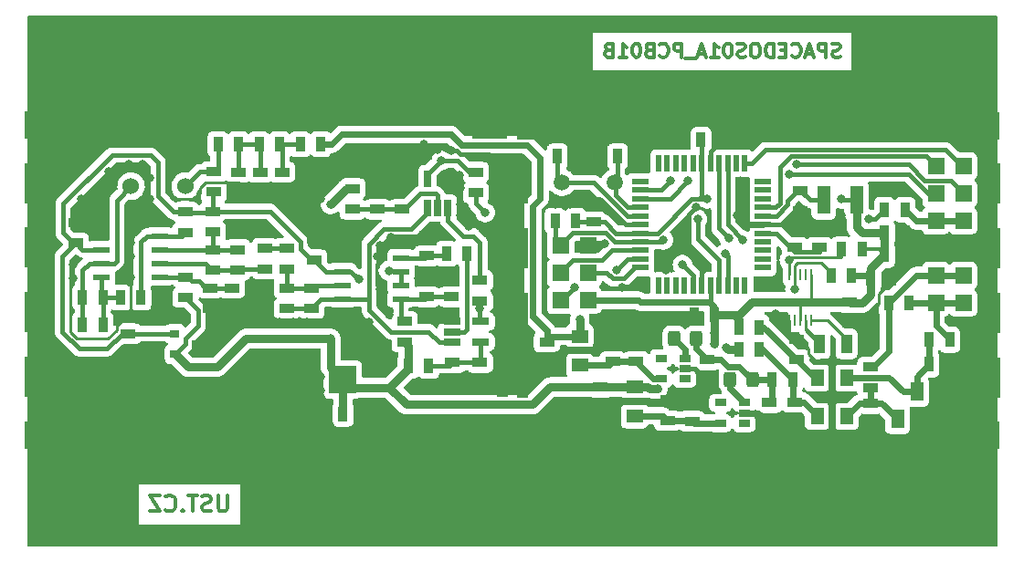
<source format=gbr>
G04 #@! TF.GenerationSoftware,KiCad,Pcbnew,(5.99.0-6591-gee6c8b60ac)*
G04 #@! TF.CreationDate,2020-11-24T08:13:14+01:00*
G04 #@! TF.ProjectId,SPACEDOS01A_PCB01B,53504143-4544-44f5-9330-31415f504342,REV*
G04 #@! TF.SameCoordinates,Original*
G04 #@! TF.FileFunction,Copper,L2,Bot*
G04 #@! TF.FilePolarity,Positive*
%FSLAX46Y46*%
G04 Gerber Fmt 4.6, Leading zero omitted, Abs format (unit mm)*
G04 Created by KiCad (PCBNEW (5.99.0-6591-gee6c8b60ac)) date 2020-11-24 08:13:14*
%MOMM*%
%LPD*%
G01*
G04 APERTURE LIST*
G04 Aperture macros list*
%AMRoundRect*
0 Rectangle with rounded corners*
0 $1 Rounding radius*
0 $2 $3 $4 $5 $6 $7 $8 $9 X,Y pos of 4 corners*
0 Add a 4 corners polygon primitive as box body*
4,1,4,$2,$3,$4,$5,$6,$7,$8,$9,$2,$3,0*
0 Add four circle primitives for the rounded corners*
1,1,$1+$1,$2,$3,0*
1,1,$1+$1,$4,$5,0*
1,1,$1+$1,$6,$7,0*
1,1,$1+$1,$8,$9,0*
0 Add four rect primitives between the rounded corners*
20,1,$1+$1,$2,$3,$4,$5,0*
20,1,$1+$1,$4,$5,$6,$7,0*
20,1,$1+$1,$6,$7,$8,$9,0*
20,1,$1+$1,$8,$9,$2,$3,0*%
G04 Aperture macros list end*
%ADD10C,0.300000*%
G04 #@! TA.AperFunction,ComponentPad*
%ADD11C,6.000000*%
G04 #@! TD*
G04 #@! TA.AperFunction,ComponentPad*
%ADD12R,1.524000X1.524000*%
G04 #@! TD*
G04 #@! TA.AperFunction,ComponentPad*
%ADD13C,1.524000*%
G04 #@! TD*
G04 #@! TA.AperFunction,ComponentPad*
%ADD14C,1.500000*%
G04 #@! TD*
G04 #@! TA.AperFunction,SMDPad,CuDef*
%ADD15R,1.397000X0.889000*%
G04 #@! TD*
G04 #@! TA.AperFunction,SMDPad,CuDef*
%ADD16R,2.550160X2.499360*%
G04 #@! TD*
G04 #@! TA.AperFunction,SMDPad,CuDef*
%ADD17R,0.889000X1.397000*%
G04 #@! TD*
G04 #@! TA.AperFunction,SMDPad,CuDef*
%ADD18R,1.550000X0.600000*%
G04 #@! TD*
G04 #@! TA.AperFunction,SMDPad,CuDef*
%ADD19R,0.650000X1.560000*%
G04 #@! TD*
G04 #@! TA.AperFunction,SMDPad,CuDef*
%ADD20R,1.560000X0.650000*%
G04 #@! TD*
G04 #@! TA.AperFunction,SMDPad,CuDef*
%ADD21R,1.400000X0.899000*%
G04 #@! TD*
G04 #@! TA.AperFunction,SMDPad,CuDef*
%ADD22R,1.400000X0.889000*%
G04 #@! TD*
G04 #@! TA.AperFunction,SMDPad,CuDef*
%ADD23R,0.900000X0.800000*%
G04 #@! TD*
G04 #@! TA.AperFunction,SMDPad,CuDef*
%ADD24R,1.300000X1.700000*%
G04 #@! TD*
G04 #@! TA.AperFunction,SMDPad,CuDef*
%ADD25RoundRect,0.250000X0.325000X0.450000X-0.325000X0.450000X-0.325000X-0.450000X0.325000X-0.450000X0*%
G04 #@! TD*
G04 #@! TA.AperFunction,SMDPad,CuDef*
%ADD26R,1.060000X0.650000*%
G04 #@! TD*
G04 #@! TA.AperFunction,SMDPad,CuDef*
%ADD27R,1.500000X1.300000*%
G04 #@! TD*
G04 #@! TA.AperFunction,SMDPad,CuDef*
%ADD28R,3.000000X0.700000*%
G04 #@! TD*
G04 #@! TA.AperFunction,SMDPad,CuDef*
%ADD29R,1.500000X0.550000*%
G04 #@! TD*
G04 #@! TA.AperFunction,SMDPad,CuDef*
%ADD30R,0.550000X1.500000*%
G04 #@! TD*
G04 #@! TA.AperFunction,SMDPad,CuDef*
%ADD31R,3.800000X1.000000*%
G04 #@! TD*
G04 #@! TA.AperFunction,SMDPad,CuDef*
%ADD32R,1.000000X3.800000*%
G04 #@! TD*
G04 #@! TA.AperFunction,SMDPad,CuDef*
%ADD33R,3.300000X2.550000*%
G04 #@! TD*
G04 #@! TA.AperFunction,SMDPad,CuDef*
%ADD34R,1.300000X1.500000*%
G04 #@! TD*
G04 #@! TA.AperFunction,SMDPad,CuDef*
%ADD35R,0.700000X3.000000*%
G04 #@! TD*
G04 #@! TA.AperFunction,SMDPad,CuDef*
%ADD36R,1.524000X1.524000*%
G04 #@! TD*
G04 #@! TA.AperFunction,SMDPad,CuDef*
%ADD37R,1.270000X2.540000*%
G04 #@! TD*
G04 #@! TA.AperFunction,SMDPad,CuDef*
%ADD38R,0.250000X1.100000*%
G04 #@! TD*
G04 #@! TA.AperFunction,SMDPad,CuDef*
%ADD39R,1.000000X1.800000*%
G04 #@! TD*
G04 #@! TA.AperFunction,ViaPad*
%ADD40C,0.800000*%
G04 #@! TD*
G04 #@! TA.AperFunction,Conductor*
%ADD41C,0.250000*%
G04 #@! TD*
G04 #@! TA.AperFunction,Conductor*
%ADD42C,0.400000*%
G04 #@! TD*
G04 #@! TA.AperFunction,Conductor*
%ADD43C,0.600000*%
G04 #@! TD*
G04 #@! TA.AperFunction,Conductor*
%ADD44C,0.300000*%
G04 #@! TD*
G04 #@! TA.AperFunction,Conductor*
%ADD45C,0.800000*%
G04 #@! TD*
G04 APERTURE END LIST*
D10*
X19283714Y5520428D02*
X19283714Y4306142D01*
X19212285Y4163285D01*
X19140857Y4091857D01*
X18998000Y4020428D01*
X18712285Y4020428D01*
X18569428Y4091857D01*
X18498000Y4163285D01*
X18426571Y4306142D01*
X18426571Y5520428D01*
X17783714Y4091857D02*
X17569428Y4020428D01*
X17212285Y4020428D01*
X17069428Y4091857D01*
X16998000Y4163285D01*
X16926571Y4306142D01*
X16926571Y4449000D01*
X16998000Y4591857D01*
X17069428Y4663285D01*
X17212285Y4734714D01*
X17498000Y4806142D01*
X17640857Y4877571D01*
X17712285Y4949000D01*
X17783714Y5091857D01*
X17783714Y5234714D01*
X17712285Y5377571D01*
X17640857Y5449000D01*
X17498000Y5520428D01*
X17140857Y5520428D01*
X16926571Y5449000D01*
X16498000Y5520428D02*
X15640857Y5520428D01*
X16069428Y4020428D02*
X16069428Y5520428D01*
X15140857Y4163285D02*
X15069428Y4091857D01*
X15140857Y4020428D01*
X15212285Y4091857D01*
X15140857Y4163285D01*
X15140857Y4020428D01*
X13569428Y4163285D02*
X13640857Y4091857D01*
X13855142Y4020428D01*
X13998000Y4020428D01*
X14212285Y4091857D01*
X14355142Y4234714D01*
X14426571Y4377571D01*
X14498000Y4663285D01*
X14498000Y4877571D01*
X14426571Y5163285D01*
X14355142Y5306142D01*
X14212285Y5449000D01*
X13998000Y5520428D01*
X13855142Y5520428D01*
X13640857Y5449000D01*
X13569428Y5377571D01*
X13069428Y5520428D02*
X12069428Y5520428D01*
X13069428Y4020428D01*
X12069428Y4020428D01*
X76081095Y46209809D02*
X75895380Y46147904D01*
X75585857Y46147904D01*
X75462047Y46209809D01*
X75400142Y46271714D01*
X75338238Y46395523D01*
X75338238Y46519333D01*
X75400142Y46643142D01*
X75462047Y46705047D01*
X75585857Y46766952D01*
X75833476Y46828857D01*
X75957285Y46890761D01*
X76019190Y46952666D01*
X76081095Y47076476D01*
X76081095Y47200285D01*
X76019190Y47324095D01*
X75957285Y47386000D01*
X75833476Y47447904D01*
X75523952Y47447904D01*
X75338238Y47386000D01*
X74781095Y46147904D02*
X74781095Y47447904D01*
X74285857Y47447904D01*
X74162047Y47386000D01*
X74100142Y47324095D01*
X74038238Y47200285D01*
X74038238Y47014571D01*
X74100142Y46890761D01*
X74162047Y46828857D01*
X74285857Y46766952D01*
X74781095Y46766952D01*
X73543000Y46519333D02*
X72923952Y46519333D01*
X73666809Y46147904D02*
X73233476Y47447904D01*
X72800142Y46147904D01*
X71623952Y46271714D02*
X71685857Y46209809D01*
X71871571Y46147904D01*
X71995380Y46147904D01*
X72181095Y46209809D01*
X72304904Y46333619D01*
X72366809Y46457428D01*
X72428714Y46705047D01*
X72428714Y46890761D01*
X72366809Y47138380D01*
X72304904Y47262190D01*
X72181095Y47386000D01*
X71995380Y47447904D01*
X71871571Y47447904D01*
X71685857Y47386000D01*
X71623952Y47324095D01*
X71066809Y46828857D02*
X70633476Y46828857D01*
X70447761Y46147904D02*
X71066809Y46147904D01*
X71066809Y47447904D01*
X70447761Y47447904D01*
X69890619Y46147904D02*
X69890619Y47447904D01*
X69581095Y47447904D01*
X69395380Y47386000D01*
X69271571Y47262190D01*
X69209666Y47138380D01*
X69147761Y46890761D01*
X69147761Y46705047D01*
X69209666Y46457428D01*
X69271571Y46333619D01*
X69395380Y46209809D01*
X69581095Y46147904D01*
X69890619Y46147904D01*
X68343000Y47447904D02*
X68095380Y47447904D01*
X67971571Y47386000D01*
X67847761Y47262190D01*
X67785857Y47014571D01*
X67785857Y46581238D01*
X67847761Y46333619D01*
X67971571Y46209809D01*
X68095380Y46147904D01*
X68343000Y46147904D01*
X68466809Y46209809D01*
X68590619Y46333619D01*
X68652523Y46581238D01*
X68652523Y47014571D01*
X68590619Y47262190D01*
X68466809Y47386000D01*
X68343000Y47447904D01*
X67290619Y46209809D02*
X67104904Y46147904D01*
X66795380Y46147904D01*
X66671571Y46209809D01*
X66609666Y46271714D01*
X66547761Y46395523D01*
X66547761Y46519333D01*
X66609666Y46643142D01*
X66671571Y46705047D01*
X66795380Y46766952D01*
X67043000Y46828857D01*
X67166809Y46890761D01*
X67228714Y46952666D01*
X67290619Y47076476D01*
X67290619Y47200285D01*
X67228714Y47324095D01*
X67166809Y47386000D01*
X67043000Y47447904D01*
X66733476Y47447904D01*
X66547761Y47386000D01*
X65743000Y47447904D02*
X65619190Y47447904D01*
X65495380Y47386000D01*
X65433476Y47324095D01*
X65371571Y47200285D01*
X65309666Y46952666D01*
X65309666Y46643142D01*
X65371571Y46395523D01*
X65433476Y46271714D01*
X65495380Y46209809D01*
X65619190Y46147904D01*
X65743000Y46147904D01*
X65866809Y46209809D01*
X65928714Y46271714D01*
X65990619Y46395523D01*
X66052523Y46643142D01*
X66052523Y46952666D01*
X65990619Y47200285D01*
X65928714Y47324095D01*
X65866809Y47386000D01*
X65743000Y47447904D01*
X64071571Y46147904D02*
X64814428Y46147904D01*
X64443000Y46147904D02*
X64443000Y47447904D01*
X64566809Y47262190D01*
X64690619Y47138380D01*
X64814428Y47076476D01*
X63576333Y46519333D02*
X62957285Y46519333D01*
X63700142Y46147904D02*
X63266809Y47447904D01*
X62833476Y46147904D01*
X62709666Y46024095D02*
X61719190Y46024095D01*
X61409666Y46147904D02*
X61409666Y47447904D01*
X60914428Y47447904D01*
X60790619Y47386000D01*
X60728714Y47324095D01*
X60666809Y47200285D01*
X60666809Y47014571D01*
X60728714Y46890761D01*
X60790619Y46828857D01*
X60914428Y46766952D01*
X61409666Y46766952D01*
X59366809Y46271714D02*
X59428714Y46209809D01*
X59614428Y46147904D01*
X59738238Y46147904D01*
X59923952Y46209809D01*
X60047761Y46333619D01*
X60109666Y46457428D01*
X60171571Y46705047D01*
X60171571Y46890761D01*
X60109666Y47138380D01*
X60047761Y47262190D01*
X59923952Y47386000D01*
X59738238Y47447904D01*
X59614428Y47447904D01*
X59428714Y47386000D01*
X59366809Y47324095D01*
X58376333Y46828857D02*
X58190619Y46766952D01*
X58128714Y46705047D01*
X58066809Y46581238D01*
X58066809Y46395523D01*
X58128714Y46271714D01*
X58190619Y46209809D01*
X58314428Y46147904D01*
X58809666Y46147904D01*
X58809666Y47447904D01*
X58376333Y47447904D01*
X58252523Y47386000D01*
X58190619Y47324095D01*
X58128714Y47200285D01*
X58128714Y47076476D01*
X58190619Y46952666D01*
X58252523Y46890761D01*
X58376333Y46828857D01*
X58809666Y46828857D01*
X57262047Y47447904D02*
X57138238Y47447904D01*
X57014428Y47386000D01*
X56952523Y47324095D01*
X56890619Y47200285D01*
X56828714Y46952666D01*
X56828714Y46643142D01*
X56890619Y46395523D01*
X56952523Y46271714D01*
X57014428Y46209809D01*
X57138238Y46147904D01*
X57262047Y46147904D01*
X57385857Y46209809D01*
X57447761Y46271714D01*
X57509666Y46395523D01*
X57571571Y46643142D01*
X57571571Y46952666D01*
X57509666Y47200285D01*
X57447761Y47324095D01*
X57385857Y47386000D01*
X57262047Y47447904D01*
X55590619Y46147904D02*
X56333476Y46147904D01*
X55962047Y46147904D02*
X55962047Y47447904D01*
X56085857Y47262190D01*
X56209666Y47138380D01*
X56333476Y47076476D01*
X54600142Y46828857D02*
X54414428Y46766952D01*
X54352523Y46705047D01*
X54290619Y46581238D01*
X54290619Y46395523D01*
X54352523Y46271714D01*
X54414428Y46209809D01*
X54538238Y46147904D01*
X55033476Y46147904D01*
X55033476Y47447904D01*
X54600142Y47447904D01*
X54476333Y47386000D01*
X54414428Y47324095D01*
X54352523Y47200285D01*
X54352523Y47076476D01*
X54414428Y46952666D01*
X54476333Y46890761D01*
X54600142Y46828857D01*
X55033476Y46828857D01*
D11*
X86360000Y45720000D03*
X5080000Y45720000D03*
X5080000Y5080000D03*
D12*
X84963000Y25908000D03*
X87503000Y25908000D03*
X84963000Y28448000D03*
X87503000Y28448000D03*
X84963000Y23368000D03*
X87503000Y23368000D03*
D13*
X15360000Y34190000D03*
X10360000Y34190000D03*
D12*
X84963000Y36068000D03*
X87503000Y36068000D03*
X84963000Y33528000D03*
X87503000Y33528000D03*
X84963000Y30988000D03*
X87503000Y30988000D03*
D11*
X86360000Y5080000D03*
D14*
X50292000Y34544000D03*
X55172000Y34544000D03*
D15*
X10066000Y20504500D03*
X10066000Y18599500D03*
D16*
X29989760Y16250000D03*
X24940240Y16250000D03*
D15*
X5240000Y28950000D03*
X5240000Y30855000D03*
D17*
X30005000Y13075000D03*
X28100000Y13075000D03*
X7780000Y23870000D03*
X5875000Y23870000D03*
D15*
X19718000Y24759000D03*
X19718000Y22854000D03*
X40038000Y23933500D03*
X40038000Y25838500D03*
X33180000Y32061500D03*
X33180000Y33966500D03*
X40165000Y17837500D03*
X40165000Y15932500D03*
D17*
X11272500Y23870000D03*
X9367500Y23870000D03*
D15*
X17686000Y24759000D03*
X17686000Y22854000D03*
X37752000Y23933500D03*
X37752000Y25838500D03*
X35466000Y32061500D03*
X35466000Y33966500D03*
X42705000Y17837500D03*
X42705000Y15932500D03*
X20226000Y26410000D03*
X20226000Y28315000D03*
X22766000Y28442000D03*
X22766000Y26537000D03*
X27338000Y27362500D03*
X27338000Y29267500D03*
X27084000Y22854000D03*
X27084000Y24759000D03*
X37752000Y27743500D03*
X37752000Y29648500D03*
X35720000Y21647500D03*
X35720000Y19742500D03*
X30894000Y32061500D03*
X30894000Y33966500D03*
D17*
X37942500Y17520000D03*
X36037500Y17520000D03*
X7780000Y21330000D03*
X5875000Y21330000D03*
D15*
X15400000Y31807500D03*
X15400000Y29902500D03*
X17940000Y29966000D03*
X17940000Y31871000D03*
X17940000Y26410000D03*
X17940000Y28315000D03*
X24798000Y26537000D03*
X24798000Y28442000D03*
X24798000Y22854000D03*
X24798000Y24759000D03*
X42705000Y23552500D03*
X42705000Y25457500D03*
D17*
X39593500Y27934000D03*
X41498500Y27934000D03*
D18*
X7620000Y25775000D03*
X7620000Y27045000D03*
X7620000Y28315000D03*
X7620000Y29585000D03*
X13020000Y29585000D03*
X13020000Y28315000D03*
X13020000Y27045000D03*
X13020000Y25775000D03*
D19*
X39718000Y32172000D03*
X38768000Y32172000D03*
X37818000Y32172000D03*
X37818000Y34872000D03*
X39718000Y34872000D03*
D20*
X40085000Y19745000D03*
X40085000Y20695000D03*
X40085000Y21645000D03*
X42785000Y21645000D03*
X42785000Y19745000D03*
D15*
X15400000Y25775000D03*
X15400000Y23870000D03*
D18*
X29972000Y23743000D03*
X29972000Y25013000D03*
X29972000Y26283000D03*
X29972000Y27553000D03*
X35372000Y27553000D03*
X35372000Y26283000D03*
X35372000Y25013000D03*
X35372000Y23743000D03*
D21*
X42324000Y33585500D03*
D22*
X42324000Y35490500D03*
D15*
X20320000Y35496500D03*
X20320000Y33591500D03*
D23*
X14416000Y18602000D03*
X14416000Y20502000D03*
X16416000Y19552000D03*
D24*
X81407000Y12573000D03*
X84907000Y12573000D03*
D15*
X72009000Y18097500D03*
X72009000Y20002500D03*
D17*
X66675000Y19050000D03*
X68580000Y19050000D03*
X66675000Y21082000D03*
X68580000Y21082000D03*
X69786500Y16256000D03*
X71691500Y16256000D03*
D15*
X24384000Y35496500D03*
X24384000Y33591500D03*
X78867000Y14033500D03*
X78867000Y12128500D03*
D17*
X84328000Y17653000D03*
X86233000Y17653000D03*
D15*
X78867000Y15494000D03*
X78867000Y17399000D03*
D17*
X84328000Y19939000D03*
X86233000Y19939000D03*
D24*
X83185000Y15113000D03*
X86685000Y15113000D03*
D25*
X67945000Y16256000D03*
X65895000Y16256000D03*
X62747000Y20066000D03*
X60697000Y20066000D03*
D26*
X67183000Y14097000D03*
X67183000Y13147000D03*
X67183000Y12197000D03*
X64983000Y12197000D03*
X64983000Y14097000D03*
D15*
X54991000Y17907000D03*
X54991000Y19812000D03*
X62357000Y12382500D03*
X62357000Y14287500D03*
X57150000Y17907000D03*
X57150000Y19812000D03*
D27*
X51943000Y17573000D03*
D28*
X51943000Y18923000D03*
D27*
X51943000Y20273000D03*
D15*
X60071000Y12446000D03*
X60071000Y14351000D03*
D27*
X57023000Y12874000D03*
D28*
X57023000Y14224000D03*
D27*
X57023000Y15574000D03*
D15*
X63754000Y18097500D03*
X63754000Y16192500D03*
X71882000Y28511500D03*
X71882000Y30416500D03*
X74168000Y28511500D03*
X74168000Y30416500D03*
D17*
X80581500Y23368000D03*
X82486500Y23368000D03*
D15*
X72390000Y33782000D03*
X72390000Y31877000D03*
D17*
X80200500Y27813000D03*
X82105500Y27813000D03*
D15*
X53848000Y15557500D03*
X53848000Y13652500D03*
D26*
X61679000Y18222000D03*
X61679000Y17272000D03*
X61679000Y16322000D03*
X59479000Y16322000D03*
X59479000Y18222000D03*
D29*
X57550000Y26640000D03*
X57550000Y27440000D03*
X57550000Y28240000D03*
X57550000Y29040000D03*
X57550000Y29840000D03*
X57550000Y30640000D03*
X57550000Y31440000D03*
X57550000Y32240000D03*
X57550000Y33040000D03*
X57550000Y33840000D03*
X57550000Y34640000D03*
D30*
X59250000Y36340000D03*
X60050000Y36340000D03*
X60850000Y36340000D03*
X61650000Y36340000D03*
X62450000Y36340000D03*
X63250000Y36340000D03*
X64050000Y36340000D03*
X64850000Y36340000D03*
X65650000Y36340000D03*
X66450000Y36340000D03*
X67250000Y36340000D03*
D29*
X68950000Y34640000D03*
X68950000Y33840000D03*
X68950000Y33040000D03*
X68950000Y32240000D03*
X68950000Y31440000D03*
X68950000Y30640000D03*
X68950000Y29840000D03*
X68950000Y29040000D03*
X68950000Y28240000D03*
X68950000Y27440000D03*
X68950000Y26640000D03*
D30*
X67250000Y24940000D03*
X66450000Y24940000D03*
X65650000Y24940000D03*
X64850000Y24940000D03*
X64050000Y24940000D03*
X63250000Y24940000D03*
X62450000Y24940000D03*
X61650000Y24940000D03*
X60850000Y24940000D03*
X60050000Y24940000D03*
X59250000Y24940000D03*
D17*
X76200000Y28321000D03*
X78105000Y28321000D03*
D31*
X77501000Y10279000D03*
X71501000Y40579000D03*
X65501000Y40579000D03*
D32*
X46601000Y34429000D03*
D31*
X53501000Y40579000D03*
X53501000Y10279000D03*
X77501000Y40579000D03*
X83501000Y40579000D03*
D32*
X90401000Y34429000D03*
D33*
X89251000Y39804000D03*
D31*
X83501000Y10279000D03*
X59501000Y40579000D03*
D32*
X46601000Y28429000D03*
D31*
X65501000Y10279000D03*
D32*
X90401000Y28429000D03*
X46601000Y22429000D03*
X90401000Y22429000D03*
X90401000Y16429000D03*
X46601000Y16429000D03*
D31*
X59501000Y10279000D03*
D33*
X47751000Y11054000D03*
X89251000Y11054000D03*
D31*
X71501000Y10279000D03*
D33*
X47751000Y39804000D03*
D34*
X76661000Y16383000D03*
D35*
X75311000Y16383000D03*
D34*
X73961000Y16383000D03*
D36*
X50165000Y23622000D03*
X52705000Y23622000D03*
X50165000Y26162000D03*
X52705000Y26162000D03*
X50165000Y28702000D03*
X52705000Y28702000D03*
D17*
X49657000Y30988000D03*
X51562000Y30988000D03*
X78930500Y25654000D03*
X80835500Y25654000D03*
X80200500Y29845000D03*
X82105500Y29845000D03*
X49847500Y36957000D03*
X51752500Y36957000D03*
X55435500Y36957000D03*
X53530500Y36957000D03*
D15*
X53213000Y30861000D03*
X53213000Y32766000D03*
D17*
X64452500Y22225000D03*
X62547500Y22225000D03*
X63182500Y38481000D03*
X65087500Y38481000D03*
X80200500Y32004000D03*
X82105500Y32004000D03*
D15*
X76962000Y23431500D03*
X76962000Y21526500D03*
D37*
X77597000Y32893000D03*
X74549000Y32893000D03*
D17*
X75247500Y25908000D03*
X77152500Y25908000D03*
D38*
X73390000Y21726000D03*
X72890000Y21726000D03*
X72390000Y21726000D03*
X71890000Y21726000D03*
X71390000Y21726000D03*
X71390000Y26026000D03*
X71890000Y26026000D03*
X72390000Y26026000D03*
X72890000Y26026000D03*
X73390000Y26026000D03*
D39*
X74168000Y19558000D03*
X76668000Y19558000D03*
D15*
X22352000Y35496500D03*
X22352000Y33591500D03*
X18034000Y35560000D03*
X18034000Y33655000D03*
X69469000Y14097000D03*
X69469000Y12192000D03*
D34*
X76661000Y12827000D03*
D35*
X75311000Y12827000D03*
D34*
X73961000Y12827000D03*
D15*
X71882000Y14160500D03*
X71882000Y12255500D03*
X48895000Y19748500D03*
X48895000Y17843500D03*
D17*
X26035000Y38100000D03*
X27940000Y38100000D03*
X22225000Y38100000D03*
X24130000Y38100000D03*
X18415000Y38100000D03*
X20320000Y38100000D03*
D31*
X25874000Y10340000D03*
X7874000Y10340000D03*
X37874000Y40640000D03*
D33*
X43624000Y11115000D03*
D32*
X974000Y16490000D03*
X44774000Y22490000D03*
D31*
X19874000Y10340000D03*
X7874000Y40640000D03*
D32*
X44774000Y16490000D03*
D31*
X31874000Y10340000D03*
D32*
X44774000Y34490000D03*
D31*
X19874000Y40640000D03*
X13874000Y10340000D03*
D33*
X2124000Y39865000D03*
D32*
X974000Y22490000D03*
X974000Y28490000D03*
D31*
X13874000Y40640000D03*
D32*
X44774000Y28490000D03*
D33*
X43624000Y39865000D03*
D31*
X37874000Y10340000D03*
X31874000Y40640000D03*
D32*
X974000Y34490000D03*
D33*
X2124000Y11115000D03*
D31*
X25874000Y40640000D03*
D40*
X75311000Y14605000D03*
X33020000Y13716000D03*
X32766000Y12192000D03*
X34290000Y12192000D03*
X35814000Y12192000D03*
X37338000Y12192000D03*
X39116000Y12192000D03*
X40640000Y12192000D03*
X28575000Y11430000D03*
X26670000Y12700000D03*
X26670000Y13970000D03*
X27940000Y15240000D03*
X27940000Y16510000D03*
X27305000Y17780000D03*
X26035000Y18415000D03*
X24765000Y18415000D03*
X23495000Y18415000D03*
X22225000Y18415000D03*
X20955000Y17780000D03*
X19685000Y16510000D03*
X18415000Y15875000D03*
X17145000Y15875000D03*
X15240000Y15875000D03*
X13970000Y17145000D03*
X12700000Y17145000D03*
X17780000Y19050000D03*
X17780000Y20320000D03*
X17780000Y21590000D03*
X19050000Y21590000D03*
X19050000Y20320000D03*
X20320000Y21590000D03*
X21590000Y21590000D03*
X22860000Y21590000D03*
X24130000Y21590000D03*
X25400000Y21590000D03*
X26670000Y21590000D03*
X21590000Y22860000D03*
X21590000Y24892000D03*
X22860000Y24892000D03*
X22860000Y22860000D03*
X31115000Y22225000D03*
X29972000Y21844000D03*
X30480000Y20320000D03*
X30480000Y19050000D03*
X31750000Y19050000D03*
X31750000Y20320000D03*
X32385000Y21590000D03*
X34290000Y22225000D03*
X34036000Y17272000D03*
X34290000Y18415000D03*
X33655000Y19685000D03*
X32512000Y17272000D03*
X10795000Y17145000D03*
X8890000Y17145000D03*
X7620000Y17780000D03*
X5715000Y17780000D03*
X4445000Y18415000D03*
X3175000Y19685000D03*
X2540000Y20955000D03*
X2540000Y22225000D03*
X2540000Y24130000D03*
X2540000Y26035000D03*
X2540000Y27940000D03*
X2540000Y29845000D03*
X2540000Y31750000D03*
X2540000Y33020000D03*
X5715000Y33020000D03*
X6985000Y31750000D03*
X7620000Y33020000D03*
X8255000Y34290000D03*
X8255000Y35560000D03*
X10160000Y36195000D03*
X11430000Y36195000D03*
X12065000Y34925000D03*
X10795000Y31750000D03*
X12065000Y33020000D03*
X5080000Y35560000D03*
X13970000Y34925000D03*
X14605000Y36195000D03*
X15875000Y36195000D03*
X16510000Y37465000D03*
X16510000Y38735000D03*
X19685000Y30480000D03*
X20955000Y30480000D03*
X22225000Y30480000D03*
X23368000Y29972000D03*
X24765000Y32004000D03*
X26035000Y30988000D03*
X27305000Y30480000D03*
X27305000Y31750000D03*
X27940000Y33020000D03*
X28575000Y34290000D03*
X26035000Y33655000D03*
X26035000Y35560000D03*
X27305000Y36195000D03*
X28575000Y36195000D03*
X29845000Y35560000D03*
X31115000Y35560000D03*
X32385000Y35560000D03*
X33655000Y35560000D03*
X34925000Y35560000D03*
X36195000Y36195000D03*
X36195000Y37465000D03*
X37465000Y38100000D03*
X40005000Y37465000D03*
X40894000Y34036000D03*
X40894000Y32512000D03*
X40894000Y31496000D03*
X41656000Y30480000D03*
X42926000Y30480000D03*
X43688000Y29464000D03*
X50800000Y39116000D03*
X52324000Y39116000D03*
X53848000Y39116000D03*
X55372000Y39116000D03*
X56896000Y39116000D03*
X58420000Y39116000D03*
X59944000Y39116000D03*
X61468000Y39116000D03*
X62992000Y26924000D03*
X58928000Y20320000D03*
X53848000Y20320000D03*
X57912000Y24892000D03*
X69596000Y24892000D03*
X70104000Y22352000D03*
X76200000Y31496000D03*
X66548000Y31496000D03*
X67183000Y38735000D03*
X68453000Y38735000D03*
X51054000Y32512000D03*
X50038000Y21717000D03*
X49657000Y32512000D03*
X6096000Y36576000D03*
X7112000Y37592000D03*
X8636000Y38608000D03*
X10160000Y38608000D03*
X11684000Y38608000D03*
X13208000Y38608000D03*
X14224000Y37592000D03*
X79248000Y21844000D03*
X79248000Y20320000D03*
X78232000Y19304000D03*
X78232000Y39243000D03*
X76708000Y39243000D03*
X75184000Y39243000D03*
X73660000Y39243000D03*
X72136000Y39243000D03*
X70612000Y39243000D03*
X69596000Y39243000D03*
X87884000Y12192000D03*
X87884000Y13716000D03*
X88392000Y16764000D03*
X79248000Y33528000D03*
X67056000Y34036000D03*
X10320000Y27680000D03*
X33428186Y28701814D03*
X37625000Y21965000D03*
X54229000Y28829000D03*
X38749423Y37565961D03*
X59944000Y26416000D03*
X31910000Y30220000D03*
X51308000Y13716000D03*
X40836307Y35248307D03*
X4064000Y34544000D03*
X10319457Y30200565D03*
X34450000Y29420000D03*
X30640000Y30220000D03*
X29862000Y28823000D03*
X4986000Y26918000D03*
X12225000Y31490000D03*
X51308000Y12446000D03*
X9304000Y22092000D03*
X50038000Y13716000D03*
X52578000Y12446000D03*
X38768000Y25902000D03*
X62701789Y32220000D03*
X14732000Y22352000D03*
X38895000Y21965000D03*
X10668000Y21965000D03*
X37465000Y15875000D03*
X33218000Y27680000D03*
X52578000Y13716000D03*
X12225000Y21965000D03*
X12860000Y23870000D03*
X38895000Y30220000D03*
X39530000Y29585000D03*
X33434000Y24632000D03*
X4986000Y25648000D03*
X10320000Y28950000D03*
X30767000Y28823000D03*
X10320000Y25775000D03*
X50038000Y12446000D03*
X55867109Y24815999D03*
X39115992Y36576000D03*
X34256648Y26365080D03*
X78740000Y31115000D03*
X59690000Y29210000D03*
X65747314Y29387314D03*
X71882000Y24638000D03*
X67056000Y29210000D03*
X71374778Y27336070D03*
X55372000Y26416000D03*
X51435000Y24765000D03*
X61976000Y34671000D03*
X71374000Y35306000D03*
X60325000Y34671000D03*
X72066686Y36191990D03*
X64389000Y20574000D03*
X28862000Y20060000D03*
X58420000Y15367000D03*
X28862000Y32506000D03*
X76200000Y33020000D03*
X59182000Y15367000D03*
X64389000Y19558000D03*
X63754000Y33020000D03*
X65532000Y19177000D03*
X51943000Y21844000D03*
X65405000Y27940000D03*
X31496000Y25527000D03*
X62865000Y31115000D03*
X43180000Y31750000D03*
X61468000Y26924000D03*
X42705000Y22860000D03*
D41*
X10320000Y21965000D02*
X12225000Y21965000D01*
X8238002Y20060000D02*
X5347476Y20060000D01*
X21336000Y33528000D02*
X21399500Y33591500D01*
X4732000Y20675476D02*
X4732000Y22092000D01*
D42*
X62992000Y26924000D02*
X62064999Y27851001D01*
D43*
X67183000Y13147000D02*
X68514000Y13147000D01*
D41*
X80835500Y25400000D02*
X79655510Y24220010D01*
X14130000Y22600000D02*
X12860000Y23870000D01*
X10320000Y21965000D02*
X10320000Y25775000D01*
D42*
X63250000Y24940000D02*
X63250000Y26666000D01*
X54102000Y28702000D02*
X54229000Y28829000D01*
D41*
X10320000Y21965000D02*
X9431000Y21965000D01*
X17272000Y34544000D02*
X20320000Y34544000D01*
D42*
X51453999Y32911999D02*
X51054000Y32512000D01*
D41*
X9042499Y20864497D02*
X8238002Y20060000D01*
D42*
X30767000Y29077000D02*
X31910000Y30220000D01*
X62674500Y17272000D02*
X63754000Y16192500D01*
D41*
X29972000Y28713000D02*
X29862000Y28823000D01*
X73960998Y17780000D02*
X74313998Y18133000D01*
X9754315Y21965000D02*
X9627315Y21838000D01*
X10319457Y30200565D02*
X10319457Y28950543D01*
D42*
X30767000Y28823000D02*
X30767000Y29077000D01*
D41*
X10319457Y28950543D02*
X10320000Y28950000D01*
D42*
X39530000Y29585000D02*
X38895000Y30220000D01*
X40005000Y37465000D02*
X40570685Y37465000D01*
D41*
X73152000Y18588998D02*
X73960998Y17780000D01*
X71390000Y20621500D02*
X72009000Y20002500D01*
X10320000Y27680000D02*
X10320000Y25775000D01*
D42*
X34615000Y29585000D02*
X34450000Y29420000D01*
X39215000Y21645000D02*
X38895000Y21965000D01*
D41*
X71390000Y21726000D02*
X71390000Y20621500D01*
X74313998Y18133000D02*
X74711000Y18133000D01*
D42*
X56186002Y30640000D02*
X53914003Y32911999D01*
X40859674Y37176011D02*
X43487989Y37176011D01*
D41*
X13970000Y34925000D02*
X13970000Y33274000D01*
X72263000Y20002500D02*
X73152000Y19113500D01*
D42*
X63250000Y26666000D02*
X62992000Y26924000D01*
X62064999Y27851001D02*
X62064999Y31583210D01*
D41*
X40038000Y25838500D02*
X38831500Y25838500D01*
X10320000Y21965000D02*
X9754315Y21965000D01*
X12225000Y31490000D02*
X13495000Y31490000D01*
X79655510Y23271510D02*
X77910500Y21526500D01*
X79655510Y24220010D02*
X79655510Y23271510D01*
X13970000Y33274000D02*
X14224000Y33020000D01*
X16764000Y34036000D02*
X17272000Y34544000D01*
X16764000Y33528000D02*
X16764000Y34036000D01*
D42*
X61679000Y17272000D02*
X62674500Y17272000D01*
D41*
X33089999Y26986314D02*
X33089999Y24976001D01*
D42*
X52705000Y28702000D02*
X54102000Y28702000D01*
D41*
X9042499Y21253184D02*
X9042499Y20864497D01*
D42*
X57550000Y30640000D02*
X56186002Y30640000D01*
D41*
X4732000Y22092000D02*
X4732000Y26918000D01*
X5347476Y20060000D02*
X4732000Y20675476D01*
D42*
X40085000Y21645000D02*
X39215000Y21645000D01*
D41*
X33218000Y27680000D02*
X33218000Y27114315D01*
D42*
X68950000Y30640000D02*
X71658500Y30640000D01*
X57912000Y24892000D02*
X55943110Y24892000D01*
D41*
X4732000Y25394000D02*
X4986000Y25648000D01*
X9431000Y21965000D02*
X9304000Y22092000D01*
X9627315Y21838000D02*
X9042499Y21253184D01*
X80835500Y25654000D02*
X80835500Y25400000D01*
D43*
X68950000Y30640000D02*
X67404000Y30640000D01*
D42*
X64050000Y36340000D02*
X64050000Y37443500D01*
D41*
X73152000Y19113500D02*
X73152000Y18588998D01*
X33089999Y24976001D02*
X33434000Y24632000D01*
X4732000Y22092000D02*
X4732000Y25394000D01*
X29972000Y27553000D02*
X29972000Y28713000D01*
X21399500Y33591500D02*
X22352000Y33591500D01*
D42*
X62064999Y31583210D02*
X62701789Y32220000D01*
X39530000Y29585000D02*
X34615000Y29585000D01*
X39466500Y29648500D02*
X39530000Y29585000D01*
D41*
X14130000Y21965000D02*
X14130000Y22600000D01*
X33218000Y27114315D02*
X33089999Y26986314D01*
D42*
X43487989Y37176011D02*
X44774000Y35890000D01*
D41*
X38831500Y25838500D02*
X38768000Y25902000D01*
X77910500Y21526500D02*
X76962000Y21526500D01*
D42*
X53914003Y32911999D02*
X51453999Y32911999D01*
X55943110Y24892000D02*
X55867109Y24815999D01*
X64050000Y37443500D02*
X65087500Y38481000D01*
D41*
X75311000Y17533000D02*
X75311000Y16383000D01*
D42*
X44774000Y35890000D02*
X44774000Y34490000D01*
D41*
X14224000Y33020000D02*
X16256000Y33020000D01*
X16256000Y33020000D02*
X16764000Y33528000D01*
X72009000Y20002500D02*
X72263000Y20002500D01*
D43*
X68514000Y13147000D02*
X69469000Y12192000D01*
D42*
X37752000Y29648500D02*
X39466500Y29648500D01*
X71658500Y30640000D02*
X71882000Y30416500D01*
D41*
X20320000Y34544000D02*
X21336000Y33528000D01*
X74711000Y18133000D02*
X75311000Y17533000D01*
D43*
X67404000Y30640000D02*
X66548000Y31496000D01*
D42*
X40570685Y37465000D02*
X40859674Y37176011D01*
X7620000Y25775000D02*
X7620000Y24030000D01*
X7780000Y21330000D02*
X7780000Y23870000D01*
X9367500Y23870000D02*
X7780000Y23870000D01*
X7620000Y24030000D02*
X7780000Y23870000D01*
X15654000Y25775000D02*
X16035000Y25394000D01*
X16035000Y25394000D02*
X16670000Y25394000D01*
X17686000Y24759000D02*
X17305000Y24759000D01*
X17686000Y24759000D02*
X19718000Y24759000D01*
X13020000Y25775000D02*
X15400000Y25775000D01*
X17305000Y24759000D02*
X16670000Y25394000D01*
X15400000Y25775000D02*
X15654000Y25775000D01*
X35372000Y23743000D02*
X37561500Y23743000D01*
X35372000Y23743000D02*
X35372000Y21995500D01*
X37752000Y23933500D02*
X40038000Y23933500D01*
X37561500Y23743000D02*
X37752000Y23933500D01*
X35372000Y21995500D02*
X35720000Y21647500D01*
X37180500Y33522000D02*
X38598000Y33522000D01*
X30894000Y32061500D02*
X33180000Y32061500D01*
X38768000Y33352000D02*
X38598000Y33522000D01*
X38768000Y32172000D02*
X38768000Y33352000D01*
X33180000Y32061500D02*
X35466000Y32061500D01*
X35720000Y32061500D02*
X37180500Y33522000D01*
X35466000Y32061500D02*
X35720000Y32061500D01*
X40165000Y17837500D02*
X42705000Y17837500D01*
X37942500Y17520000D02*
X39847500Y17520000D01*
X42785000Y19745000D02*
X42785000Y17917500D01*
X42785000Y17917500D02*
X42705000Y17837500D01*
X39847500Y17520000D02*
X40165000Y17837500D01*
X13020000Y29585000D02*
X15082500Y29585000D01*
X11272500Y29012500D02*
X11845000Y29585000D01*
X11272500Y23870000D02*
X11272500Y29012500D01*
X15082500Y29585000D02*
X15400000Y29902500D01*
X13020000Y29585000D02*
X11845000Y29585000D01*
X17305000Y27045000D02*
X17940000Y26410000D01*
X20353000Y26537000D02*
X20226000Y26410000D01*
X13020000Y27045000D02*
X17305000Y27045000D01*
X22766000Y26537000D02*
X20353000Y26537000D01*
X20226000Y26410000D02*
X17940000Y26410000D01*
X17940000Y28315000D02*
X20226000Y28315000D01*
X13020000Y28315000D02*
X17940000Y28315000D01*
X17940000Y28315000D02*
X17940000Y29966000D01*
X22766000Y28442000D02*
X24798000Y28442000D01*
X37818000Y31717000D02*
X37818000Y32172000D01*
X36321000Y30220000D02*
X33815000Y30220000D01*
X31783000Y23743000D02*
X32291000Y23743000D01*
X32418000Y28823000D02*
X32418000Y27680000D01*
X37818000Y31717000D02*
X36321000Y30220000D01*
X34450000Y20695000D02*
X33180000Y21965000D01*
X27973000Y23743000D02*
X27084000Y22854000D01*
X32418000Y22727000D02*
X32418000Y23870000D01*
X24798000Y22854000D02*
X27084000Y22854000D01*
X37955000Y20695000D02*
X34450000Y20695000D01*
X32418000Y23870000D02*
X32418000Y27680000D01*
X29972000Y23743000D02*
X27973000Y23743000D01*
X33815000Y30220000D02*
X32418000Y28823000D01*
X33180000Y21965000D02*
X32418000Y22727000D01*
X32291000Y23743000D02*
X32418000Y23870000D01*
X40085000Y19745000D02*
X38905000Y19745000D01*
X38905000Y19745000D02*
X37955000Y20695000D01*
X29972000Y23743000D02*
X31783000Y23743000D01*
X24798000Y24759000D02*
X27084000Y24759000D01*
X29972000Y25013000D02*
X27338000Y25013000D01*
X27338000Y25013000D02*
X27084000Y24759000D01*
X24798000Y26537000D02*
X24798000Y24759000D01*
X37561500Y27553000D02*
X37752000Y27743500D01*
X35372000Y27553000D02*
X37561500Y27553000D01*
X37752000Y27743500D02*
X39403000Y27743500D01*
X39403000Y27743500D02*
X39593500Y27934000D01*
X39718000Y32172000D02*
X39718000Y30992000D01*
X42705000Y28950000D02*
X42705000Y25457500D01*
X42070000Y29585000D02*
X42705000Y28950000D01*
X39718000Y30992000D02*
X41125000Y29585000D01*
X41125000Y29585000D02*
X42070000Y29585000D01*
X41498500Y27934000D02*
X41498500Y20928500D01*
X41265000Y20695000D02*
X40085000Y20695000D01*
X41498500Y20928500D02*
X41265000Y20695000D01*
X22352000Y35496500D02*
X22352000Y37973000D01*
X20320000Y38100000D02*
X20320000Y35496500D01*
X22352000Y37973000D02*
X22225000Y38100000D01*
X20320000Y38100000D02*
X22225000Y38100000D01*
X9050000Y32880000D02*
X10360000Y34190000D01*
X7620000Y27045000D02*
X8795000Y27045000D01*
X9050000Y27300000D02*
X9050000Y32880000D01*
X5875000Y21330000D02*
X5875000Y23870000D01*
X5875000Y26410000D02*
X5875000Y23870000D01*
X7620000Y27045000D02*
X6510000Y27045000D01*
X8795000Y27045000D02*
X9050000Y27300000D01*
X6510000Y27045000D02*
X5875000Y26410000D01*
X18415000Y38100000D02*
X18415000Y35941000D01*
X18034000Y35560000D02*
X16730000Y35560000D01*
X16730000Y35560000D02*
X15360000Y34190000D01*
X18415000Y35941000D02*
X18034000Y35560000D01*
D43*
X78867000Y14033500D02*
X79946500Y14033500D01*
X78867000Y14033500D02*
X77867500Y14033500D01*
X78867000Y15494000D02*
X78867000Y14033500D01*
X79946500Y14033500D02*
X81407000Y12573000D01*
X77867500Y14033500D02*
X76661000Y12827000D01*
D42*
X37818000Y34872000D02*
X37818000Y35327000D01*
X35372000Y26283000D02*
X35289920Y26365080D01*
X39067000Y36576000D02*
X39115992Y36576000D01*
X35372000Y25013000D02*
X35372000Y26283000D01*
X41725500Y35490500D02*
X40640000Y36576000D01*
X35289920Y26365080D02*
X34822333Y26365080D01*
X34822333Y26365080D02*
X34256648Y26365080D01*
X37818000Y35327000D02*
X39067000Y36576000D01*
X40640000Y36576000D02*
X39115992Y36576000D01*
X42324000Y35490500D02*
X41725500Y35490500D01*
D43*
X65052500Y18097500D02*
X65693990Y17456010D01*
X65693990Y17456010D02*
X66744990Y17456010D01*
X62747000Y19104500D02*
X63754000Y18097500D01*
X67321627Y16879373D02*
X67945000Y16256000D01*
X63754000Y18097500D02*
X65052500Y18097500D01*
X69786500Y16256000D02*
X69786500Y14414500D01*
X62747000Y20066000D02*
X62747000Y19104500D01*
X67945000Y16256000D02*
X69786500Y16256000D01*
X69786500Y14414500D02*
X69469000Y14097000D01*
X66744990Y17456010D02*
X67321627Y16879373D01*
D42*
X57550000Y31440000D02*
X56351458Y31440000D01*
X53247458Y34544000D02*
X52324000Y34544000D01*
X49847500Y35087560D02*
X50391060Y34544000D01*
X49847500Y36957000D02*
X49847500Y35087560D01*
X56351458Y31440000D02*
X53247458Y34544000D01*
X50391060Y34544000D02*
X52324000Y34544000D01*
X72390000Y33782000D02*
X72136000Y33782000D01*
X70100000Y31440000D02*
X68950000Y31440000D01*
X73279000Y32893000D02*
X72390000Y33782000D01*
X71212009Y32503467D02*
X70148542Y31440000D01*
X74549000Y32893000D02*
X73279000Y32893000D01*
X71212010Y32858010D02*
X71212009Y32503467D01*
X72136000Y33782000D02*
X71212010Y32858010D01*
X70148542Y31440000D02*
X70100000Y31440000D01*
X56400000Y32240000D02*
X55272940Y33367060D01*
X55272940Y33367060D02*
X55272940Y34544000D01*
X55435500Y36957000D02*
X55435500Y34706560D01*
X57550000Y32240000D02*
X56400000Y32240000D01*
X55435500Y34706560D02*
X55272940Y34544000D01*
D43*
X59643000Y12874000D02*
X60071000Y12446000D01*
X57023000Y12874000D02*
X59643000Y12874000D01*
X62542500Y12197000D02*
X62357000Y12382500D01*
X62293500Y12446000D02*
X62357000Y12382500D01*
X64983000Y12197000D02*
X62542500Y12197000D01*
X60071000Y12446000D02*
X62293500Y12446000D01*
X83121500Y30988000D02*
X82105500Y32004000D01*
X87503000Y30988000D02*
X84963000Y30988000D01*
X84963000Y30988000D02*
X83121500Y30988000D01*
D42*
X51327001Y29864001D02*
X50165000Y28702000D01*
X55204542Y29040000D02*
X54380541Y29864001D01*
X59520000Y29040000D02*
X59690000Y29210000D01*
X49657000Y30988000D02*
X49657000Y29210000D01*
X79311500Y31115000D02*
X80200500Y32004000D01*
X57550000Y29040000D02*
X55204542Y29040000D01*
X54380541Y29864001D02*
X51327001Y29864001D01*
X57550000Y29040000D02*
X59520000Y29040000D01*
X78740000Y31115000D02*
X79311500Y31115000D01*
X49657000Y29210000D02*
X50165000Y28702000D01*
D41*
X72115000Y27051000D02*
X74358500Y27051000D01*
X71890000Y24646000D02*
X71882000Y24638000D01*
X75247500Y26162000D02*
X75247500Y25908000D01*
D42*
X64850000Y30284628D02*
X65747314Y29387314D01*
D41*
X71890000Y26826000D02*
X72115000Y27051000D01*
X71890000Y26026000D02*
X71890000Y26826000D01*
D42*
X64850000Y36340000D02*
X64850000Y30284628D01*
D41*
X74358500Y27051000D02*
X75247500Y26162000D01*
X71890000Y26026000D02*
X71890000Y24646000D01*
X71390000Y27321000D02*
X71374778Y27336070D01*
D42*
X65650000Y36340000D02*
X65650000Y30616000D01*
D41*
X76153510Y27605490D02*
X76200000Y27651980D01*
X71374778Y27336070D02*
X71674490Y27605490D01*
X71390000Y26026000D02*
X71390000Y27321000D01*
D42*
X65650000Y30616000D02*
X67056000Y29210000D01*
D41*
X76200000Y27651980D02*
X76200000Y28321000D01*
X71674490Y27605490D02*
X76153510Y27605490D01*
D42*
X52705000Y26162000D02*
X54441998Y26162000D01*
X54441998Y26162000D02*
X54987999Y25615999D01*
X54987999Y25615999D02*
X56050999Y25615999D01*
X56050999Y25615999D02*
X57075000Y26640000D01*
X57075000Y26640000D02*
X57550000Y26640000D01*
X51327001Y27324001D02*
X50165000Y26162000D01*
X57550000Y28240000D02*
X54910000Y28240000D01*
X53994001Y27324001D02*
X51327001Y27324001D01*
X54910000Y28240000D02*
X53994001Y27324001D01*
X57550000Y27440000D02*
X56396000Y27440000D01*
X56396000Y27440000D02*
X55771999Y26815999D01*
X55771999Y26815999D02*
X55372000Y26416000D01*
X50292000Y23622000D02*
X51435000Y24765000D01*
X50165000Y23622000D02*
X50292000Y23622000D01*
X71374000Y35306000D02*
X82463458Y35306000D01*
X57550000Y33040000D02*
X60345000Y33040000D01*
X82463458Y35306000D02*
X84241458Y33528000D01*
X60345000Y33040000D02*
X61976000Y34671000D01*
X84241458Y33528000D02*
X84963000Y33528000D01*
X87503000Y33528000D02*
X86340999Y34690001D01*
D44*
X59436000Y33840000D02*
X59494000Y33840000D01*
D42*
X57550000Y33840000D02*
X59436000Y33840000D01*
X82426010Y36191990D02*
X72066686Y36191990D01*
X59494000Y33840000D02*
X60325000Y34671000D01*
X83927999Y34690001D02*
X82426010Y36191990D01*
X86340999Y34690001D02*
X83927999Y34690001D01*
D41*
X74900000Y21726000D02*
X73765000Y21726000D01*
X76668000Y19958000D02*
X74900000Y21726000D01*
X73765000Y21726000D02*
X73390000Y21726000D01*
X76668000Y19558000D02*
X76668000Y19958000D01*
X72890000Y20836000D02*
X74168000Y19558000D01*
X72890000Y21002000D02*
X73934000Y19958000D01*
X72890000Y21726000D02*
X72890000Y21002000D01*
X73934000Y19958000D02*
X73934000Y19558000D01*
X72890000Y21726000D02*
X72890000Y20836000D01*
D42*
X62315998Y33020000D02*
X62865000Y33020000D01*
D45*
X15666000Y17402000D02*
X14466000Y18602000D01*
D42*
X63250000Y36340000D02*
X63250000Y38413500D01*
D45*
X36037500Y17520000D02*
X36037500Y19425000D01*
D43*
X77152500Y25908000D02*
X78676500Y25908000D01*
D42*
X63250000Y36340000D02*
X63250000Y33270000D01*
X63000000Y33020000D02*
X63250000Y33270000D01*
D43*
X77597000Y32639000D02*
X77597000Y32448500D01*
D42*
X63754000Y33020000D02*
X63246000Y33020000D01*
D45*
X18330000Y17402000D02*
X15666000Y17402000D01*
X64452500Y20637500D02*
X64389000Y20574000D01*
D42*
X59135998Y29840000D02*
X62315998Y33020000D01*
D45*
X78930500Y26543000D02*
X78930500Y25654000D01*
D43*
X78676500Y25908000D02*
X78930500Y25654000D01*
D45*
X35862499Y13928999D02*
X34281499Y15509999D01*
D42*
X63250000Y38413500D02*
X63182500Y38481000D01*
D44*
X78105000Y28321000D02*
X79692500Y28321000D01*
D45*
X66675000Y22225000D02*
X67881500Y23431500D01*
D42*
X63246000Y33020000D02*
X63500000Y33020000D01*
D45*
X66675000Y21082000D02*
X66675000Y21844000D01*
X57023000Y15574000D02*
X58213000Y15574000D01*
X36037500Y19425000D02*
X35720000Y19742500D01*
X30005000Y13075000D02*
X30005000Y16234760D01*
D42*
X14466000Y18602000D02*
X15400000Y19536000D01*
D45*
X49209502Y15557500D02*
X47581001Y13928999D01*
D42*
X15400000Y20060000D02*
X15400000Y19536000D01*
X63250000Y33270000D02*
X63500000Y33020000D01*
D45*
X66294000Y22225000D02*
X66675000Y22225000D01*
D42*
X64050000Y24940000D02*
X64050000Y23326000D01*
D45*
X77597000Y32893000D02*
X77597000Y32448500D01*
X34281499Y15509999D02*
X36037500Y17266000D01*
D42*
X62865000Y33020000D02*
X63246000Y33020000D01*
D44*
X79692500Y28321000D02*
X80200500Y27813000D01*
D42*
X16587499Y21247499D02*
X15400000Y20060000D01*
D45*
X28862000Y20060000D02*
X20988000Y20060000D01*
X64389000Y20574000D02*
X64389000Y19558000D01*
X53848000Y15557500D02*
X49209502Y15557500D01*
X58213000Y15574000D02*
X58420000Y15367000D01*
D41*
X72390000Y23241000D02*
X72199500Y23431500D01*
D45*
X78105000Y29845000D02*
X78956000Y29845000D01*
X47581001Y13928999D02*
X35862499Y13928999D01*
X80200500Y29845000D02*
X80200500Y27813000D01*
D41*
X73390000Y26026000D02*
X73390000Y23479000D01*
D45*
X64452500Y22225000D02*
X66294000Y22225000D01*
X30729761Y15509999D02*
X34281499Y15509999D01*
X66294000Y22225000D02*
X66675000Y21844000D01*
D43*
X57404000Y23622000D02*
X52705000Y23622000D01*
D42*
X54232084Y30861000D02*
X53213000Y30861000D01*
D45*
X78930500Y25654000D02*
X78930500Y25400000D01*
X53848000Y15557500D02*
X57006500Y15557500D01*
X36037500Y17266000D02*
X36037500Y17520000D01*
X64452500Y22225000D02*
X64452500Y20637500D01*
X76962000Y23431500D02*
X73342500Y23431500D01*
X77025500Y23368000D02*
X76962000Y23431500D01*
X29989760Y16250000D02*
X30729761Y15509999D01*
X28862000Y20060000D02*
X28862000Y17377760D01*
D42*
X77597000Y32893000D02*
X76327000Y32893000D01*
X57550000Y29840000D02*
X55253084Y29840000D01*
D45*
X78930500Y24155500D02*
X78143000Y23368000D01*
X30894000Y33966500D02*
X30322500Y33966500D01*
D42*
X15400000Y23870000D02*
X16587499Y22682501D01*
D45*
X78930500Y25654000D02*
X78930500Y24155500D01*
D42*
X55253084Y29840000D02*
X54232084Y30861000D01*
X57550000Y29840000D02*
X59135998Y29840000D01*
D45*
X72199500Y23431500D02*
X67881500Y23431500D01*
X80200500Y27813000D02*
X78930500Y26543000D01*
D42*
X16587499Y22682501D02*
X16587499Y21247499D01*
D43*
X63952499Y23423501D02*
X64050000Y23326000D01*
D45*
X30322500Y33966500D02*
X28862000Y32506000D01*
X14466000Y18602000D02*
X14416000Y18602000D01*
D41*
X73390000Y23479000D02*
X73342500Y23431500D01*
D45*
X78956000Y29845000D02*
X80200500Y29845000D01*
X28862000Y17377760D02*
X29989760Y16250000D01*
X73342500Y23431500D02*
X72199500Y23431500D01*
X30005000Y16234760D02*
X29989760Y16250000D01*
D43*
X64452500Y22225000D02*
X64452500Y22923500D01*
X57602499Y23423501D02*
X57404000Y23622000D01*
D45*
X78143000Y23368000D02*
X77025500Y23368000D01*
D42*
X51689000Y30861000D02*
X51562000Y30988000D01*
D45*
X20988000Y20060000D02*
X18330000Y17402000D01*
D41*
X72390000Y21726000D02*
X72390000Y23241000D01*
D45*
X59182000Y15367000D02*
X58420000Y15367000D01*
X77597000Y30353000D02*
X78105000Y29845000D01*
D43*
X64452500Y22923500D02*
X64050000Y23326000D01*
D45*
X77597000Y32893000D02*
X77597000Y30353000D01*
D42*
X53213000Y30861000D02*
X51689000Y30861000D01*
X76327000Y32893000D02*
X76200000Y33020000D01*
X62865000Y33020000D02*
X63000000Y33020000D01*
D43*
X57602499Y23423501D02*
X63952499Y23423501D01*
D42*
X24384000Y37846000D02*
X24130000Y38100000D01*
X24384000Y35496500D02*
X24384000Y37846000D01*
X24130000Y38100000D02*
X26035000Y38100000D01*
D43*
X54991000Y17907000D02*
X57150000Y17907000D01*
X58735000Y16322000D02*
X57150000Y17907000D01*
X59479000Y16322000D02*
X58735000Y16322000D01*
X51943000Y17573000D02*
X54657000Y17573000D01*
X54657000Y17573000D02*
X54991000Y17907000D01*
X40016001Y39000001D02*
X40987003Y38028999D01*
D45*
X66675000Y19050000D02*
X65659000Y19050000D01*
D43*
X49419500Y20273000D02*
X50118000Y20273000D01*
X47601001Y22086999D02*
X48895000Y20793000D01*
X29884501Y39000001D02*
X40016001Y39000001D01*
X47061001Y38028999D02*
X48260000Y36830000D01*
X48895000Y20793000D02*
X48895000Y20320000D01*
X48260000Y33020000D02*
X47601001Y32361001D01*
D45*
X65659000Y19050000D02*
X65532000Y19177000D01*
D43*
X27940000Y38100000D02*
X28984500Y38100000D01*
X40987003Y38028999D02*
X47061001Y38028999D01*
X28984500Y38100000D02*
X29884501Y39000001D01*
X50118000Y20273000D02*
X51943000Y20273000D01*
X48942000Y20273000D02*
X48895000Y20320000D01*
X50118000Y20273000D02*
X48942000Y20273000D01*
X47601001Y32361001D02*
X47601001Y22086999D01*
D45*
X51943000Y21844000D02*
X51943000Y20273000D01*
D43*
X48895000Y20320000D02*
X48895000Y19748500D01*
X48895000Y19748500D02*
X49419500Y20273000D01*
X48260000Y36830000D02*
X48260000Y33020000D01*
X65895000Y15385000D02*
X67183000Y14097000D01*
X65895000Y16256000D02*
X65895000Y15385000D01*
X61679000Y18222000D02*
X61679000Y19084000D01*
X61679000Y19084000D02*
X60697000Y20066000D01*
D42*
X65650000Y24940000D02*
X65650000Y27695000D01*
X16670000Y31744000D02*
X15463500Y31744000D01*
X16670000Y31744000D02*
X17813000Y31744000D01*
X30740000Y26283000D02*
X31496000Y25527000D01*
X6256000Y28315000D02*
X5875000Y28315000D01*
X5875000Y28315000D02*
X5240000Y28950000D01*
X5240000Y28950000D02*
X3970000Y27680000D01*
X15400000Y31807500D02*
X14301500Y31807500D01*
X7620000Y28315000D02*
X6256000Y28315000D01*
X26068000Y29035002D02*
X23232002Y31871000D01*
X17940000Y31871000D02*
X17940000Y33561000D01*
X9544500Y20504500D02*
X8145000Y19105000D01*
X5560000Y19105000D02*
X8145000Y19105000D01*
X4064000Y32553002D02*
X4064000Y29872000D01*
X8594998Y37084000D02*
X4064000Y32553002D01*
X65650000Y27695000D02*
X65405000Y27940000D01*
X4986000Y28950000D02*
X5240000Y28950000D01*
X12192000Y37084000D02*
X8594998Y37084000D01*
X26068000Y28378500D02*
X26068000Y29035002D01*
X12865001Y36410999D02*
X12192000Y37084000D01*
X3970000Y27680000D02*
X3970000Y20695000D01*
X19038500Y31871000D02*
X17940000Y31871000D01*
X3970000Y20695000D02*
X5560000Y19105000D01*
X10066000Y20504500D02*
X9544500Y20504500D01*
X27338000Y27362500D02*
X27084000Y27362500D01*
X29972000Y26283000D02*
X28417500Y26283000D01*
X28417500Y26283000D02*
X27338000Y27362500D01*
X17940000Y33561000D02*
X18034000Y33655000D01*
X17813000Y31744000D02*
X17940000Y31871000D01*
X14413500Y20504500D02*
X14416000Y20502000D01*
X27084000Y27362500D02*
X26068000Y28378500D01*
X10066000Y20504500D02*
X14413500Y20504500D01*
X29972000Y26283000D02*
X30740000Y26283000D01*
X12865001Y33243999D02*
X12865001Y36410999D01*
X23232002Y31871000D02*
X19038500Y31871000D01*
X4064000Y29872000D02*
X4986000Y28950000D01*
X14301500Y31807500D02*
X12865001Y33243999D01*
X15463500Y31744000D02*
X15400000Y31807500D01*
X42324000Y32606000D02*
X43180000Y31750000D01*
X42324000Y33585500D02*
X42324000Y32606000D01*
X62865000Y30549315D02*
X62865000Y31115000D01*
X64850000Y27310998D02*
X62865000Y29295998D01*
X64850000Y24940000D02*
X64850000Y27310998D01*
X62865000Y29295998D02*
X62865000Y30549315D01*
X70172500Y29840000D02*
X71882000Y28130500D01*
X71882000Y28130500D02*
X74168000Y28130500D01*
X68950000Y29840000D02*
X70172500Y29840000D01*
D43*
X68580000Y21082000D02*
X69024500Y21082000D01*
X69024500Y21082000D02*
X72009000Y18097500D01*
X73961000Y16383000D02*
X73723500Y16383000D01*
X73723500Y16383000D02*
X72009000Y18097500D01*
X71691500Y16256000D02*
X71691500Y14351000D01*
X71882000Y14160500D02*
X72707500Y14160500D01*
X71691500Y14351000D02*
X71882000Y14160500D01*
X71691500Y16256000D02*
X68897500Y19050000D01*
X72707500Y14160500D02*
X73961000Y12907000D01*
X68897500Y19050000D02*
X68580000Y19050000D01*
X73961000Y12907000D02*
X73961000Y12827000D01*
X77966501Y16438501D02*
X77911000Y16383000D01*
X84328000Y19939000D02*
X84328000Y17653000D01*
X81935000Y15113000D02*
X80609499Y16438501D01*
X80609499Y16438501D02*
X77966501Y16438501D01*
X83185000Y15113000D02*
X83185000Y16510000D01*
X76661000Y16383000D02*
X77911000Y16383000D01*
X83185000Y16510000D02*
X84328000Y17653000D01*
X77911000Y16383000D02*
X77982499Y16454499D01*
X83185000Y15113000D02*
X81935000Y15113000D01*
D42*
X67250000Y36340000D02*
X67925000Y36340000D01*
X67925000Y36340000D02*
X69177000Y37592000D01*
X87503000Y36068000D02*
X87376000Y36068000D01*
X87376000Y36068000D02*
X85852000Y37592000D01*
X69177000Y37592000D02*
X85852000Y37592000D01*
X71535990Y36991990D02*
X84039010Y36991990D01*
X70485000Y35941000D02*
X71535990Y36991990D01*
X84039010Y36991990D02*
X84963000Y36068000D01*
X68950000Y32240000D02*
X70100000Y32240000D01*
X70100000Y32240000D02*
X70485000Y32625000D01*
X70485000Y32625000D02*
X70485000Y35941000D01*
D43*
X83121500Y25908000D02*
X80581500Y23368000D01*
X84963000Y25908000D02*
X83121500Y25908000D01*
X80581500Y23368000D02*
X80581500Y18859500D01*
X79121000Y17399000D02*
X78867000Y17399000D01*
X87503000Y25908000D02*
X84963000Y25908000D01*
X80581500Y18859500D02*
X79121000Y17399000D01*
X82486500Y23368000D02*
X84963000Y23368000D01*
X84963000Y21209000D02*
X86233000Y19939000D01*
X84963000Y23368000D02*
X87503000Y23368000D01*
X84963000Y23368000D02*
X84963000Y21209000D01*
D42*
X62450000Y25942000D02*
X61468000Y26924000D01*
X42705000Y22860000D02*
X42705000Y21725000D01*
X42705000Y21725000D02*
X42785000Y21645000D01*
X62450000Y24940000D02*
X62450000Y25942000D01*
X42705000Y23552500D02*
X42705000Y22860000D01*
G04 #@! TA.AperFunction,Conductor*
G36*
X90620122Y50017998D02*
G01*
X90666615Y49964342D01*
X90678001Y49912000D01*
X90678000Y888000D01*
X90657998Y819879D01*
X90604342Y773386D01*
X90552000Y762000D01*
X888000Y762000D01*
X819879Y782002D01*
X773386Y835658D01*
X762000Y888000D01*
X762000Y6512000D01*
X11047143Y6512000D01*
X11047143Y2781000D01*
X20448857Y2781000D01*
X20448857Y6512000D01*
X11047143Y6512000D01*
X762000Y6512000D01*
X762000Y20657659D01*
X3257478Y20657659D01*
X3268467Y20594691D01*
X3269425Y20588201D01*
X3277097Y20524806D01*
X3279783Y20517698D01*
X3280424Y20515088D01*
X3284881Y20498795D01*
X3285647Y20496256D01*
X3286953Y20488776D01*
X3290005Y20481824D01*
X3290005Y20481823D01*
X3312631Y20430279D01*
X3315124Y20424170D01*
X3333255Y20376189D01*
X3337695Y20364438D01*
X3341996Y20358180D01*
X3343245Y20355791D01*
X3351437Y20341072D01*
X3352808Y20338754D01*
X3355861Y20331799D01*
X3394760Y20281104D01*
X3398614Y20275800D01*
X3430492Y20229417D01*
X3430494Y20229414D01*
X3434797Y20223154D01*
X3465445Y20195848D01*
X3478683Y20184053D01*
X3483959Y20179072D01*
X5040659Y18622371D01*
X5046512Y18616106D01*
X5082575Y18574766D01*
X5123505Y18546000D01*
X5134848Y18538028D01*
X5140143Y18534095D01*
X5178238Y18504225D01*
X5190388Y18494698D01*
X5197312Y18491572D01*
X5199625Y18490171D01*
X5214241Y18481834D01*
X5216618Y18480559D01*
X5222835Y18476190D01*
X5229914Y18473430D01*
X5229916Y18473429D01*
X5239727Y18469604D01*
X5282348Y18452987D01*
X5288417Y18450437D01*
X5294646Y18447624D01*
X5339711Y18427276D01*
X5339713Y18427275D01*
X5346635Y18424150D01*
X5354105Y18422766D01*
X5356670Y18421962D01*
X5372902Y18417338D01*
X5375483Y18416675D01*
X5382560Y18413916D01*
X5445896Y18405578D01*
X5452388Y18404550D01*
X5515199Y18392908D01*
X5522779Y18393345D01*
X5522780Y18393345D01*
X5554690Y18395185D01*
X5573869Y18396291D01*
X5581120Y18396500D01*
X8119061Y18396500D01*
X8127632Y18396208D01*
X8182341Y18392478D01*
X8245279Y18403463D01*
X8251791Y18404423D01*
X8315194Y18412096D01*
X8322299Y18414781D01*
X8324906Y18415421D01*
X8341144Y18419863D01*
X8343741Y18420647D01*
X8351224Y18421953D01*
X8358180Y18425006D01*
X8358182Y18425007D01*
X8409705Y18447624D01*
X8415814Y18450117D01*
X8468452Y18470007D01*
X8468454Y18470008D01*
X8475562Y18472694D01*
X8481827Y18477000D01*
X8484218Y18478250D01*
X8498922Y18486434D01*
X8501243Y18487807D01*
X8508201Y18490861D01*
X8558877Y18529747D01*
X8564186Y18533604D01*
X8616846Y18569796D01*
X8624671Y18578578D01*
X8655947Y18613682D01*
X8660928Y18618959D01*
X9552066Y19510096D01*
X9641161Y19547000D01*
X10764500Y19547000D01*
X10977608Y19593359D01*
X10994081Y19603945D01*
X11092860Y19667426D01*
X11092861Y19667426D01*
X11100444Y19672300D01*
X11134844Y19711999D01*
X11169948Y19752512D01*
X11229675Y19790896D01*
X11265173Y19796000D01*
X13496747Y19796000D01*
X13579259Y19765225D01*
X13681840Y19676338D01*
X13681843Y19676336D01*
X13688651Y19670437D01*
X13699869Y19665314D01*
X13702378Y19663139D01*
X13704430Y19661821D01*
X13704240Y19661526D01*
X13753523Y19618820D01*
X13773524Y19550698D01*
X13753521Y19482578D01*
X13715648Y19444706D01*
X13630056Y19389700D01*
X13624155Y19382889D01*
X13624153Y19382888D01*
X13540338Y19286160D01*
X13540336Y19286157D01*
X13534437Y19279349D01*
X13530695Y19271155D01*
X13530693Y19271152D01*
X13501347Y19206892D01*
X13473780Y19146529D01*
X13472498Y19137612D01*
X13454674Y19013641D01*
X13453000Y19002000D01*
X13453000Y18202000D01*
X13499359Y17988892D01*
X13505455Y17979407D01*
X13505455Y17979406D01*
X13543673Y17919937D01*
X13578300Y17866056D01*
X13585111Y17860155D01*
X13585112Y17860153D01*
X13681840Y17776338D01*
X13681843Y17776336D01*
X13688651Y17770437D01*
X13696845Y17766695D01*
X13696848Y17766693D01*
X13782619Y17727523D01*
X13821471Y17709780D01*
X13830388Y17708498D01*
X13961554Y17689639D01*
X13961557Y17689639D01*
X13966000Y17689000D01*
X14041997Y17689000D01*
X14131093Y17652095D01*
X14549151Y17234036D01*
X14966042Y16817145D01*
X14978882Y16802111D01*
X14983254Y16796094D01*
X14987137Y16790749D01*
X14992047Y16786328D01*
X14992048Y16786327D01*
X15037911Y16745032D01*
X15042696Y16740491D01*
X15057231Y16725956D01*
X15063461Y16720911D01*
X15073219Y16713009D01*
X15078225Y16708733D01*
X15129058Y16662963D01*
X15134772Y16659664D01*
X15134779Y16659659D01*
X15141242Y16655928D01*
X15157536Y16644729D01*
X15163335Y16640033D01*
X15163337Y16640032D01*
X15168471Y16635875D01*
X15174355Y16632877D01*
X15229401Y16604830D01*
X15235199Y16601682D01*
X15288728Y16570777D01*
X15288730Y16570776D01*
X15294446Y16567476D01*
X15300737Y16565432D01*
X15307828Y16563128D01*
X15326096Y16555561D01*
X15332747Y16552172D01*
X15332751Y16552170D01*
X15338630Y16549175D01*
X15345000Y16547468D01*
X15345003Y16547467D01*
X15382799Y16537340D01*
X15404703Y16531471D01*
X15411004Y16529604D01*
X15476073Y16508462D01*
X15482641Y16507772D01*
X15482645Y16507771D01*
X15490062Y16506992D01*
X15509509Y16503388D01*
X15523097Y16499747D01*
X15529696Y16499401D01*
X15529697Y16499401D01*
X15591385Y16496168D01*
X15597960Y16495651D01*
X15611578Y16494220D01*
X15618428Y16493500D01*
X15639000Y16493500D01*
X15645595Y16493327D01*
X15707217Y16490097D01*
X15707221Y16490097D01*
X15713808Y16489752D01*
X15720323Y16490784D01*
X15720325Y16490784D01*
X15727680Y16491949D01*
X15747391Y16493500D01*
X18248610Y16493500D01*
X18268320Y16491949D01*
X18282192Y16489752D01*
X18288779Y16490097D01*
X18288783Y16490097D01*
X18350405Y16493327D01*
X18357000Y16493500D01*
X18377572Y16493500D01*
X18384422Y16494220D01*
X18398040Y16495651D01*
X18404615Y16496168D01*
X18466307Y16499401D01*
X18466311Y16499402D01*
X18472902Y16499747D01*
X18479283Y16501457D01*
X18479285Y16501457D01*
X18486490Y16503387D01*
X18505924Y16506989D01*
X18513353Y16507770D01*
X18513362Y16507772D01*
X18519927Y16508462D01*
X18567373Y16523878D01*
X18584978Y16529598D01*
X18591302Y16531471D01*
X18650991Y16547465D01*
X18651000Y16547468D01*
X18657369Y16549175D01*
X18663251Y16552172D01*
X18669906Y16555562D01*
X18688168Y16563126D01*
X18695265Y16565432D01*
X18695270Y16565434D01*
X18701554Y16567476D01*
X18760801Y16601682D01*
X18766589Y16604825D01*
X18766713Y16604888D01*
X18827528Y16635875D01*
X18832659Y16640030D01*
X18832662Y16640032D01*
X18838464Y16644730D01*
X18854750Y16655924D01*
X18866942Y16662963D01*
X18882700Y16677151D01*
X18917775Y16708733D01*
X18922790Y16713017D01*
X18932538Y16720911D01*
X18938768Y16725956D01*
X18953303Y16740491D01*
X18958079Y16745023D01*
X19003952Y16786327D01*
X19003953Y16786328D01*
X19008863Y16790749D01*
X19012746Y16796093D01*
X19012747Y16796094D01*
X19017124Y16802119D01*
X19029965Y16817153D01*
X21327408Y19114595D01*
X21416503Y19151500D01*
X27827500Y19151500D01*
X27895621Y19131498D01*
X27942114Y19077842D01*
X27953500Y19025500D01*
X27953501Y17459156D01*
X27951950Y17439447D01*
X27949752Y17425568D01*
X27950097Y17418981D01*
X27950097Y17418977D01*
X27953328Y17357336D01*
X27953501Y17350741D01*
X27953501Y17330188D01*
X27953845Y17326916D01*
X27955650Y17309739D01*
X27956167Y17303164D01*
X27959747Y17234858D01*
X27961456Y17228481D01*
X27961456Y17228479D01*
X27963389Y17221264D01*
X27966993Y17201821D01*
X27968463Y17187833D01*
X27989607Y17122756D01*
X27991459Y17116507D01*
X28009175Y17050391D01*
X28012172Y17044509D01*
X28015564Y17037851D01*
X28023128Y17019589D01*
X28025436Y17012486D01*
X28025438Y17012482D01*
X28027477Y17006206D01*
X28030777Y17000491D01*
X28030778Y17000488D01*
X28061679Y16946966D01*
X28064827Y16941168D01*
X28073397Y16924349D01*
X28095875Y16880232D01*
X28100026Y16875106D01*
X28100028Y16875103D01*
X28104731Y16869296D01*
X28115931Y16852999D01*
X28119220Y16847303D01*
X28122964Y16840818D01*
X28127383Y16835910D01*
X28127386Y16835906D01*
X28168735Y16789983D01*
X28173048Y16784932D01*
X28173629Y16784214D01*
X28201680Y16704955D01*
X28201680Y15000320D01*
X28248039Y14787212D01*
X28254135Y14777727D01*
X28254135Y14777726D01*
X28322106Y14671960D01*
X28326980Y14664376D01*
X28333791Y14658475D01*
X28333792Y14658473D01*
X28430520Y14574658D01*
X28430523Y14574656D01*
X28437331Y14568757D01*
X28445525Y14565015D01*
X28445528Y14565013D01*
X28555051Y14514996D01*
X28570151Y14508100D01*
X28579068Y14506818D01*
X28710234Y14487959D01*
X28710237Y14487959D01*
X28714680Y14487320D01*
X28970500Y14487320D01*
X29038621Y14467318D01*
X29085114Y14413662D01*
X29096500Y14361320D01*
X29096500Y14007233D01*
X29085114Y13954892D01*
X29082726Y13949662D01*
X29068280Y13918029D01*
X29066391Y13904888D01*
X29048304Y13779089D01*
X29047500Y13773500D01*
X29047500Y12376500D01*
X29093859Y12163392D01*
X29172800Y12040556D01*
X29179611Y12034655D01*
X29179612Y12034653D01*
X29276340Y11950838D01*
X29276343Y11950836D01*
X29283151Y11944937D01*
X29291345Y11941195D01*
X29291348Y11941193D01*
X29391096Y11895640D01*
X29415971Y11884280D01*
X29424888Y11882998D01*
X29556054Y11864139D01*
X29556057Y11864139D01*
X29560500Y11863500D01*
X30449500Y11863500D01*
X30662608Y11909859D01*
X30697794Y11932471D01*
X30777860Y11983926D01*
X30777861Y11983926D01*
X30785444Y11988800D01*
X30791347Y11995612D01*
X30875162Y12092340D01*
X30875164Y12092343D01*
X30881063Y12099151D01*
X30884805Y12107345D01*
X30884807Y12107348D01*
X30937977Y12223775D01*
X30941720Y12231971D01*
X30946992Y12268636D01*
X30961861Y12372054D01*
X30961861Y12372057D01*
X30962500Y12376500D01*
X30962500Y13773500D01*
X30916380Y13985510D01*
X30913500Y14012292D01*
X30913500Y14361320D01*
X30933502Y14429441D01*
X30987158Y14475934D01*
X31039500Y14487320D01*
X31264840Y14487320D01*
X31477948Y14533679D01*
X31492829Y14543242D01*
X31552355Y14581497D01*
X31620475Y14601499D01*
X33852997Y14601499D01*
X33942092Y14564594D01*
X34557023Y13949662D01*
X35162537Y13344148D01*
X35175374Y13329120D01*
X35183636Y13317748D01*
X35188546Y13313327D01*
X35188547Y13313326D01*
X35234410Y13272031D01*
X35239195Y13267490D01*
X35253731Y13252954D01*
X35269725Y13240002D01*
X35274724Y13235732D01*
X35325557Y13189962D01*
X35337745Y13182925D01*
X35354040Y13171726D01*
X35359837Y13167031D01*
X35359840Y13167029D01*
X35364971Y13162874D01*
X35370855Y13159876D01*
X35370858Y13159874D01*
X35425916Y13131820D01*
X35431712Y13128673D01*
X35485222Y13097779D01*
X35490945Y13094475D01*
X35497228Y13092434D01*
X35497234Y13092431D01*
X35504325Y13090127D01*
X35522594Y13082560D01*
X35529242Y13079172D01*
X35529252Y13079168D01*
X35535130Y13076173D01*
X35541505Y13074465D01*
X35541507Y13074464D01*
X35577530Y13064812D01*
X35601210Y13058467D01*
X35607522Y13056597D01*
X35672572Y13035461D01*
X35679140Y13034771D01*
X35679144Y13034770D01*
X35686561Y13033991D01*
X35706008Y13030387D01*
X35719596Y13026746D01*
X35726195Y13026400D01*
X35726196Y13026400D01*
X35787884Y13023167D01*
X35794459Y13022650D01*
X35808772Y13021146D01*
X35814927Y13020499D01*
X35835500Y13020499D01*
X35842094Y13020326D01*
X35903716Y13017096D01*
X35903721Y13017096D01*
X35910308Y13016751D01*
X35924180Y13018948D01*
X35943890Y13020499D01*
X47499611Y13020499D01*
X47519321Y13018948D01*
X47533193Y13016751D01*
X47539780Y13017096D01*
X47539784Y13017096D01*
X47601406Y13020326D01*
X47608001Y13020499D01*
X47628573Y13020499D01*
X47634728Y13021146D01*
X47649041Y13022650D01*
X47655616Y13023167D01*
X47717308Y13026400D01*
X47717312Y13026401D01*
X47723903Y13026746D01*
X47730284Y13028456D01*
X47730286Y13028456D01*
X47737491Y13030386D01*
X47756925Y13033988D01*
X47764354Y13034769D01*
X47764363Y13034771D01*
X47770928Y13035461D01*
X47813551Y13049310D01*
X47835979Y13056597D01*
X47842303Y13058470D01*
X47901992Y13074464D01*
X47902001Y13074467D01*
X47908370Y13076174D01*
X47915679Y13079898D01*
X47920907Y13082561D01*
X47939169Y13090125D01*
X47946266Y13092431D01*
X47946271Y13092433D01*
X47952555Y13094475D01*
X48011796Y13128678D01*
X48017590Y13131824D01*
X48035475Y13140937D01*
X48078529Y13162874D01*
X48083660Y13167029D01*
X48083663Y13167031D01*
X48089465Y13171729D01*
X48105751Y13182923D01*
X48117943Y13189962D01*
X48168776Y13235732D01*
X48173791Y13240016D01*
X48179563Y13244690D01*
X48189769Y13252955D01*
X48204304Y13267490D01*
X48209080Y13272022D01*
X48254953Y13313326D01*
X48254954Y13313327D01*
X48259864Y13317748D01*
X48263744Y13323089D01*
X48263748Y13323093D01*
X48268125Y13329118D01*
X48280966Y13344152D01*
X49548910Y14612095D01*
X49638005Y14649000D01*
X52915768Y14649000D01*
X52968111Y14637613D01*
X52996772Y14624524D01*
X52996774Y14624523D01*
X53004971Y14620780D01*
X53013888Y14619498D01*
X53145054Y14600639D01*
X53145057Y14600639D01*
X53149500Y14600000D01*
X54546500Y14600000D01*
X54758510Y14646120D01*
X54785292Y14649000D01*
X55777333Y14649000D01*
X55845454Y14628998D01*
X55873176Y14601275D01*
X55874528Y14602447D01*
X55880426Y14595640D01*
X55885300Y14588056D01*
X55892111Y14582155D01*
X55892112Y14582153D01*
X55988840Y14498338D01*
X55988843Y14498336D01*
X55995651Y14492437D01*
X56003845Y14488695D01*
X56003848Y14488693D01*
X56119498Y14435878D01*
X56128471Y14431780D01*
X56147695Y14429016D01*
X56268554Y14411639D01*
X56268557Y14411639D01*
X56273000Y14411000D01*
X57773000Y14411000D01*
X57986108Y14457359D01*
X58029742Y14485401D01*
X58097861Y14505401D01*
X58134649Y14499574D01*
X58137713Y14498210D01*
X58144177Y14496836D01*
X58178076Y14489630D01*
X58190809Y14486218D01*
X58223794Y14475502D01*
X58230073Y14473462D01*
X58236630Y14472773D01*
X58236638Y14472771D01*
X58244075Y14471989D01*
X58263509Y14468387D01*
X58270714Y14466457D01*
X58270716Y14466457D01*
X58277097Y14464747D01*
X58283688Y14464402D01*
X58283692Y14464401D01*
X58291143Y14464011D01*
X58310747Y14461430D01*
X58318046Y14459878D01*
X58318053Y14459877D01*
X58324513Y14458504D01*
X58372352Y14458504D01*
X58372403Y14458503D01*
X58372428Y14458500D01*
X58393000Y14458500D01*
X58399595Y14458327D01*
X58461217Y14455097D01*
X58461221Y14455097D01*
X58467808Y14454752D01*
X58474323Y14455784D01*
X58474325Y14455784D01*
X58481680Y14456949D01*
X58501391Y14458500D01*
X59229572Y14458500D01*
X59229597Y14458503D01*
X59229648Y14458504D01*
X59277487Y14458504D01*
X59317864Y14467086D01*
X59330872Y14469147D01*
X59351481Y14471313D01*
X59365364Y14472772D01*
X59365366Y14472772D01*
X59371927Y14473462D01*
X59378201Y14475501D01*
X59378208Y14475502D01*
X59411191Y14486218D01*
X59423924Y14489630D01*
X59457833Y14496838D01*
X59457834Y14496838D01*
X59464287Y14498210D01*
X59501998Y14515000D01*
X59514298Y14519721D01*
X59553554Y14532476D01*
X59559277Y14535780D01*
X59559279Y14535781D01*
X59589305Y14553116D01*
X59601053Y14559102D01*
X59632719Y14573201D01*
X59638750Y14575886D01*
X59672140Y14600146D01*
X59683192Y14607323D01*
X59718942Y14627963D01*
X59723851Y14632383D01*
X59723855Y14632386D01*
X59749611Y14655577D01*
X59759862Y14663879D01*
X59759915Y14663917D01*
X59793251Y14688137D01*
X59820866Y14718807D01*
X59830193Y14728134D01*
X59845626Y14742030D01*
X59860863Y14755749D01*
X59866747Y14763847D01*
X59876830Y14777726D01*
X59885122Y14789140D01*
X59893423Y14799389D01*
X59916614Y14825145D01*
X59916617Y14825149D01*
X59921037Y14830058D01*
X59941677Y14865808D01*
X59948856Y14876862D01*
X59952227Y14881502D01*
X59973114Y14910250D01*
X59989898Y14947947D01*
X59995884Y14959695D01*
X60013219Y14989721D01*
X60013220Y14989723D01*
X60016524Y14995446D01*
X60029279Y15034702D01*
X60034000Y15047002D01*
X60050790Y15084713D01*
X60057069Y15114249D01*
X60059370Y15125076D01*
X60062782Y15137809D01*
X60073498Y15170792D01*
X60073499Y15170799D01*
X60075538Y15177073D01*
X60077423Y15195003D01*
X60079852Y15218122D01*
X60081914Y15231136D01*
X60090496Y15271513D01*
X60090496Y15312784D01*
X60091186Y15325955D01*
X60094810Y15360435D01*
X60095500Y15367000D01*
X60093346Y15387491D01*
X60106117Y15457328D01*
X60154618Y15509176D01*
X60191868Y15523781D01*
X60222108Y15530359D01*
X60344944Y15609300D01*
X60350847Y15616112D01*
X60434662Y15712840D01*
X60434664Y15712843D01*
X60440563Y15719651D01*
X60444305Y15727845D01*
X60444307Y15727848D01*
X60462301Y15767251D01*
X60508794Y15820907D01*
X60576915Y15840909D01*
X60645035Y15820907D01*
X60682913Y15783030D01*
X60761300Y15661056D01*
X60768111Y15655155D01*
X60768112Y15655153D01*
X60864840Y15571338D01*
X60864843Y15571336D01*
X60871651Y15565437D01*
X60879845Y15561695D01*
X60879848Y15561693D01*
X60962860Y15523783D01*
X61004471Y15504780D01*
X61037759Y15499994D01*
X61144554Y15484639D01*
X61144557Y15484639D01*
X61149000Y15484000D01*
X62209000Y15484000D01*
X62422108Y15530359D01*
X62431596Y15536456D01*
X62537360Y15604426D01*
X62537361Y15604426D01*
X62544944Y15609300D01*
X62550847Y15616112D01*
X62634662Y15712840D01*
X62634664Y15712843D01*
X62640563Y15719651D01*
X62644305Y15727845D01*
X62644307Y15727848D01*
X62697477Y15844275D01*
X62701220Y15852471D01*
X62722000Y15997000D01*
X62722000Y16647000D01*
X62675641Y16860108D01*
X62668185Y16871711D01*
X62601574Y16975360D01*
X62601574Y16975361D01*
X62596700Y16982944D01*
X62589888Y16988847D01*
X62493160Y17072662D01*
X62493157Y17072664D01*
X62486349Y17078563D01*
X62478155Y17082305D01*
X62478152Y17082307D01*
X62361725Y17135477D01*
X62353529Y17139220D01*
X62280305Y17149748D01*
X62215725Y17179242D01*
X62177341Y17238968D01*
X62177341Y17309964D01*
X62215725Y17369690D01*
X62271454Y17397586D01*
X62411089Y17427962D01*
X62422108Y17430359D01*
X62438459Y17440867D01*
X62506576Y17460868D01*
X62574697Y17440866D01*
X62612575Y17402989D01*
X62667800Y17317056D01*
X62674611Y17311155D01*
X62674612Y17311153D01*
X62771340Y17227338D01*
X62771343Y17227336D01*
X62778151Y17221437D01*
X62786345Y17217695D01*
X62786348Y17217693D01*
X62891717Y17169573D01*
X62910971Y17160780D01*
X62919888Y17159498D01*
X63051054Y17140639D01*
X63051057Y17140639D01*
X63055500Y17140000D01*
X64452500Y17140000D01*
X64665608Y17186359D01*
X64675092Y17192454D01*
X64685513Y17196770D01*
X64686075Y17195413D01*
X64742448Y17211967D01*
X64831547Y17175062D01*
X64848473Y17158136D01*
X64882499Y17095824D01*
X64874927Y17018797D01*
X64873963Y17016579D01*
X64870284Y17010246D01*
X64868162Y17003238D01*
X64868161Y17003237D01*
X64863803Y16988847D01*
X64819059Y16841116D01*
X64818485Y16834680D01*
X64818484Y16834677D01*
X64807441Y16710940D01*
X64807000Y16706000D01*
X64807000Y15806001D01*
X64807424Y15802367D01*
X64807424Y15802362D01*
X64826383Y15639757D01*
X64827465Y15630473D01*
X64829963Y15623591D01*
X64881984Y15480275D01*
X64887760Y15464361D01*
X64984653Y15316575D01*
X65074827Y15231152D01*
X65078989Y15227209D01*
X65111327Y15177175D01*
X65112741Y15173112D01*
X65116902Y15158311D01*
X65121335Y15137809D01*
X65123990Y15125527D01*
X65126969Y15119139D01*
X65129249Y15114249D01*
X65139910Y15044058D01*
X65110930Y14979245D01*
X65051510Y14940389D01*
X65015054Y14935000D01*
X64453000Y14935000D01*
X64239892Y14888641D01*
X64230407Y14882545D01*
X64230406Y14882545D01*
X64129752Y14817859D01*
X64117056Y14809700D01*
X64111155Y14802889D01*
X64111153Y14802888D01*
X64027338Y14706160D01*
X64027336Y14706157D01*
X64021437Y14699349D01*
X64017695Y14691155D01*
X64017693Y14691152D01*
X63970611Y14588056D01*
X63960780Y14566529D01*
X63959498Y14557612D01*
X63944759Y14455097D01*
X63940000Y14422000D01*
X63940000Y13772000D01*
X63986359Y13558892D01*
X63992455Y13549407D01*
X63992455Y13549406D01*
X64060426Y13443640D01*
X64065300Y13436056D01*
X64072111Y13430155D01*
X64072112Y13430153D01*
X64168840Y13346338D01*
X64168843Y13346336D01*
X64175651Y13340437D01*
X64183845Y13336695D01*
X64183848Y13336693D01*
X64285352Y13290338D01*
X64308471Y13279780D01*
X64317388Y13278498D01*
X64381695Y13269252D01*
X64446275Y13239758D01*
X64484659Y13180032D01*
X64484659Y13109036D01*
X64446275Y13049310D01*
X64390546Y13021414D01*
X64330630Y13008380D01*
X64303847Y13005500D01*
X63613183Y13005500D01*
X63545062Y13025502D01*
X63507185Y13063380D01*
X63485079Y13097779D01*
X63443200Y13162944D01*
X63433065Y13171726D01*
X63339660Y13252662D01*
X63339657Y13252664D01*
X63332849Y13258563D01*
X63324655Y13262305D01*
X63324652Y13262307D01*
X63208225Y13315477D01*
X63200029Y13319220D01*
X63154215Y13325807D01*
X63059946Y13339361D01*
X63059943Y13339361D01*
X63055500Y13340000D01*
X61658500Y13340000D01*
X61445392Y13293641D01*
X61415610Y13274501D01*
X61347491Y13254500D01*
X61171817Y13254500D01*
X61089305Y13285275D01*
X61053660Y13316162D01*
X61053657Y13316164D01*
X61046849Y13322063D01*
X61038655Y13325805D01*
X61038652Y13325807D01*
X60922225Y13378977D01*
X60914029Y13382720D01*
X60855654Y13391113D01*
X60773946Y13402861D01*
X60773943Y13402861D01*
X60769500Y13403500D01*
X60309080Y13403500D01*
X60219985Y13440405D01*
X60213567Y13446823D01*
X60212639Y13447760D01*
X60162085Y13499384D01*
X60162084Y13499385D01*
X60157156Y13504417D01*
X60151238Y13508231D01*
X60151233Y13508235D01*
X60120716Y13527901D01*
X60110359Y13535343D01*
X60081998Y13557984D01*
X60081999Y13557984D01*
X60076494Y13562378D01*
X60046316Y13576967D01*
X60032902Y13584494D01*
X60023446Y13590588D01*
X60004711Y13602662D01*
X59998092Y13605071D01*
X59998090Y13605072D01*
X59968314Y13615909D01*
X59963971Y13617490D01*
X59952228Y13622450D01*
X59919553Y13638246D01*
X59919554Y13638246D01*
X59913213Y13641311D01*
X59906351Y13642895D01*
X59906346Y13642897D01*
X59880544Y13648854D01*
X59865799Y13653221D01*
X59834288Y13664690D01*
X59827299Y13665573D01*
X59827290Y13665575D01*
X59791281Y13670124D01*
X59778730Y13672359D01*
X59736501Y13682109D01*
X59729456Y13682134D01*
X59729453Y13682134D01*
X59710286Y13682201D01*
X59696901Y13682247D01*
X59694748Y13682319D01*
X59693311Y13682500D01*
X59624452Y13682500D01*
X59624013Y13682501D01*
X59624056Y13682501D01*
X59555143Y13682741D01*
X59554286Y13682549D01*
X59553373Y13682500D01*
X58343536Y13682500D01*
X58275415Y13702502D01*
X58237538Y13740380D01*
X58222496Y13763787D01*
X58189054Y13815823D01*
X58165574Y13852360D01*
X58165574Y13852361D01*
X58160700Y13859944D01*
X58153888Y13865847D01*
X58057160Y13949662D01*
X58057157Y13949664D01*
X58050349Y13955563D01*
X58042155Y13959305D01*
X58042152Y13959307D01*
X57925725Y14012477D01*
X57917529Y14016220D01*
X57880864Y14021492D01*
X57777446Y14036361D01*
X57777443Y14036361D01*
X57773000Y14037000D01*
X56273000Y14037000D01*
X56059892Y13990641D01*
X56050407Y13984545D01*
X56050406Y13984545D01*
X55959662Y13926228D01*
X55937056Y13911700D01*
X55931155Y13904889D01*
X55931153Y13904888D01*
X55847338Y13808160D01*
X55847336Y13808157D01*
X55841437Y13801349D01*
X55837695Y13793155D01*
X55837693Y13793152D01*
X55813593Y13740380D01*
X55780780Y13668529D01*
X55760000Y13524000D01*
X55760000Y12224000D01*
X55806359Y12010892D01*
X55812455Y12001407D01*
X55812455Y12001406D01*
X55871288Y11909859D01*
X55885300Y11888056D01*
X55892111Y11882155D01*
X55892112Y11882153D01*
X55988840Y11798338D01*
X55988843Y11798336D01*
X55995651Y11792437D01*
X56003845Y11788695D01*
X56003848Y11788693D01*
X56091553Y11748640D01*
X56128471Y11731780D01*
X56158274Y11727495D01*
X56268554Y11711639D01*
X56268557Y11711639D01*
X56273000Y11711000D01*
X57773000Y11711000D01*
X57986108Y11757359D01*
X58049874Y11798338D01*
X58101360Y11831426D01*
X58101361Y11831426D01*
X58108944Y11836300D01*
X58132513Y11863500D01*
X58198660Y11939838D01*
X58198661Y11939840D01*
X58204563Y11946651D01*
X58225202Y11991843D01*
X58271695Y12045499D01*
X58339815Y12065500D01*
X58744041Y12065500D01*
X58812162Y12045498D01*
X58867161Y11966283D01*
X58905859Y11788392D01*
X58911955Y11778907D01*
X58911955Y11778906D01*
X58955595Y11711000D01*
X58984800Y11665556D01*
X58991611Y11659655D01*
X58991612Y11659653D01*
X59088340Y11575838D01*
X59088343Y11575836D01*
X59095151Y11569937D01*
X59103345Y11566195D01*
X59103348Y11566193D01*
X59202503Y11520911D01*
X59227971Y11509280D01*
X59236888Y11507998D01*
X59368054Y11489139D01*
X59368057Y11489139D01*
X59372500Y11488500D01*
X60769500Y11488500D01*
X60982608Y11534859D01*
X61050471Y11578471D01*
X61105444Y11613800D01*
X61107154Y11611139D01*
X61177832Y11637500D01*
X61184242Y11637500D01*
X61268265Y11599130D01*
X61270800Y11602056D01*
X61374340Y11512338D01*
X61374343Y11512336D01*
X61381151Y11506437D01*
X61389345Y11502695D01*
X61389348Y11502693D01*
X61504998Y11449878D01*
X61513971Y11445780D01*
X61522888Y11444498D01*
X61654054Y11425639D01*
X61654057Y11425639D01*
X61658500Y11425000D01*
X62277646Y11425000D01*
X62320738Y11417401D01*
X62351212Y11406310D01*
X62394202Y11400879D01*
X62406754Y11398644D01*
X62448998Y11388891D01*
X62456036Y11388866D01*
X62456040Y11388866D01*
X62475634Y11388798D01*
X62488599Y11388753D01*
X62490752Y11388681D01*
X62492189Y11388500D01*
X62561048Y11388500D01*
X62561487Y11388499D01*
X62630357Y11388259D01*
X62631214Y11388451D01*
X62632127Y11388500D01*
X64265210Y11388500D01*
X64300483Y11383428D01*
X64308471Y11379780D01*
X64317388Y11378498D01*
X64448554Y11359639D01*
X64448557Y11359639D01*
X64453000Y11359000D01*
X65513000Y11359000D01*
X65726108Y11405359D01*
X65749532Y11420412D01*
X65841360Y11479426D01*
X65841361Y11479426D01*
X65848944Y11484300D01*
X65868126Y11506437D01*
X65938662Y11587840D01*
X65938664Y11587843D01*
X65944563Y11594651D01*
X65948305Y11602845D01*
X65948307Y11602848D01*
X65960794Y11630192D01*
X65966302Y11642252D01*
X66012794Y11695907D01*
X66080915Y11715909D01*
X66149035Y11695907D01*
X66186913Y11658030D01*
X66265300Y11536056D01*
X66272111Y11530155D01*
X66272112Y11530153D01*
X66368840Y11446338D01*
X66368843Y11446336D01*
X66375651Y11440437D01*
X66383845Y11436695D01*
X66383848Y11436693D01*
X66475932Y11394640D01*
X66508471Y11379780D01*
X66517388Y11378498D01*
X66648554Y11359639D01*
X66648557Y11359639D01*
X66653000Y11359000D01*
X67713000Y11359000D01*
X67926108Y11405359D01*
X67949532Y11420412D01*
X68041360Y11479426D01*
X68041361Y11479426D01*
X68048944Y11484300D01*
X68068126Y11506437D01*
X68138662Y11587840D01*
X68138664Y11587843D01*
X68144563Y11594651D01*
X68148305Y11602845D01*
X68148307Y11602848D01*
X68201477Y11719275D01*
X68205220Y11727471D01*
X68216776Y11807848D01*
X68225361Y11867554D01*
X68225361Y11867557D01*
X68226000Y11872000D01*
X68226000Y12522000D01*
X68179641Y12735108D01*
X68107985Y12846609D01*
X68105574Y12850360D01*
X68105574Y12850361D01*
X68100700Y12857944D01*
X68093888Y12863847D01*
X67997160Y12947662D01*
X67997157Y12947664D01*
X67990349Y12953563D01*
X67982155Y12957305D01*
X67982152Y12957307D01*
X67865725Y13010477D01*
X67857529Y13014220D01*
X67784305Y13024748D01*
X67719725Y13054242D01*
X67681341Y13113968D01*
X67681341Y13184964D01*
X67719725Y13244690D01*
X67775454Y13272586D01*
X67915089Y13302962D01*
X67926108Y13305359D01*
X67947677Y13319220D01*
X68041360Y13379426D01*
X68041361Y13379426D01*
X68048944Y13384300D01*
X68054847Y13391112D01*
X68054848Y13391113D01*
X68105412Y13449467D01*
X68165138Y13487850D01*
X68236135Y13487850D01*
X68306634Y13435074D01*
X68382800Y13316556D01*
X68389611Y13310655D01*
X68389612Y13310653D01*
X68486340Y13226838D01*
X68486343Y13226836D01*
X68493151Y13220937D01*
X68501345Y13217195D01*
X68501348Y13217193D01*
X68587242Y13177967D01*
X68625971Y13160280D01*
X68634888Y13158998D01*
X68766054Y13140139D01*
X68766057Y13140139D01*
X68770500Y13139500D01*
X70167500Y13139500D01*
X70380608Y13185859D01*
X70407281Y13203000D01*
X70495860Y13259926D01*
X70495861Y13259926D01*
X70503444Y13264800D01*
X70515314Y13278498D01*
X70593164Y13368343D01*
X70593164Y13368344D01*
X70599063Y13375151D01*
X70599908Y13374419D01*
X70647155Y13415359D01*
X70717429Y13425464D01*
X70793212Y13384082D01*
X70795800Y13380056D01*
X70802611Y13374155D01*
X70802612Y13374153D01*
X70899340Y13290338D01*
X70899343Y13290336D01*
X70906151Y13284437D01*
X70914345Y13280695D01*
X70914348Y13280693D01*
X71007967Y13237939D01*
X71038971Y13223780D01*
X71047888Y13222498D01*
X71179054Y13203639D01*
X71179057Y13203639D01*
X71183500Y13203000D01*
X72469418Y13203000D01*
X72558514Y13166095D01*
X72761096Y12963512D01*
X72798000Y12874417D01*
X72798000Y12077000D01*
X72844359Y11863892D01*
X72850455Y11854407D01*
X72850455Y11854406D01*
X72908905Y11763455D01*
X72923300Y11741056D01*
X72930111Y11735155D01*
X72930112Y11735153D01*
X73026840Y11651338D01*
X73026843Y11651336D01*
X73033651Y11645437D01*
X73041845Y11641695D01*
X73041848Y11641693D01*
X73157498Y11588878D01*
X73166471Y11584780D01*
X73175388Y11583498D01*
X73306554Y11564639D01*
X73306557Y11564639D01*
X73311000Y11564000D01*
X74611000Y11564000D01*
X74824108Y11610359D01*
X74873734Y11642251D01*
X74939360Y11684426D01*
X74939361Y11684426D01*
X74946944Y11689300D01*
X74966301Y11711639D01*
X75036662Y11792840D01*
X75036664Y11792843D01*
X75042563Y11799651D01*
X75046305Y11807845D01*
X75046307Y11807848D01*
X75099477Y11924275D01*
X75103220Y11932471D01*
X75114495Y12010892D01*
X75123361Y12072554D01*
X75123361Y12072557D01*
X75124000Y12077000D01*
X75124000Y13577000D01*
X75077641Y13790108D01*
X74998700Y13912944D01*
X74988003Y13922213D01*
X74895160Y14002662D01*
X74895157Y14002664D01*
X74888349Y14008563D01*
X74880155Y14012305D01*
X74880152Y14012307D01*
X74763725Y14065477D01*
X74755529Y14069220D01*
X74718864Y14074492D01*
X74615446Y14089361D01*
X74615443Y14089361D01*
X74611000Y14090000D01*
X73973581Y14090000D01*
X73884486Y14126905D01*
X73278112Y14733279D01*
X73277184Y14734215D01*
X73257213Y14754608D01*
X73221656Y14790917D01*
X73215740Y14794730D01*
X73215737Y14794732D01*
X73185216Y14814401D01*
X73174859Y14821843D01*
X73159020Y14834488D01*
X73140994Y14848878D01*
X73110816Y14863467D01*
X73097402Y14870994D01*
X73081097Y14881502D01*
X73069211Y14889162D01*
X73062592Y14891571D01*
X73062590Y14891572D01*
X73041994Y14899068D01*
X73028471Y14903990D01*
X73016726Y14908951D01*
X73001382Y14916369D01*
X72968636Y14941447D01*
X72968200Y14940944D01*
X72921938Y14981030D01*
X72884012Y15040043D01*
X72834709Y15047131D01*
X72725029Y15097220D01*
X72716111Y15098502D01*
X72716105Y15098504D01*
X72665474Y15105784D01*
X72600893Y15135277D01*
X72562510Y15195003D01*
X72568792Y15282843D01*
X72572587Y15291153D01*
X72623998Y15403726D01*
X72670490Y15457381D01*
X72738611Y15477383D01*
X72806732Y15457381D01*
X72844609Y15419503D01*
X72923300Y15297056D01*
X72930111Y15291155D01*
X72930112Y15291153D01*
X72969562Y15256970D01*
X73007488Y15197957D01*
X73056791Y15190869D01*
X73166471Y15140780D01*
X73175388Y15139498D01*
X73306554Y15120639D01*
X73306557Y15120639D01*
X73311000Y15120000D01*
X74611000Y15120000D01*
X74824108Y15166359D01*
X74868680Y15195003D01*
X74939360Y15240426D01*
X74939361Y15240426D01*
X74946944Y15245300D01*
X74957056Y15256970D01*
X75036662Y15348840D01*
X75036664Y15348843D01*
X75042563Y15355651D01*
X75046305Y15363845D01*
X75046307Y15363848D01*
X75099477Y15480275D01*
X75103220Y15488471D01*
X75114286Y15565437D01*
X75123361Y15628554D01*
X75123361Y15628557D01*
X75124000Y15633000D01*
X75124000Y17133000D01*
X75077641Y17346108D01*
X75044559Y17397586D01*
X75003574Y17461360D01*
X75003574Y17461361D01*
X74998700Y17468944D01*
X74963229Y17499680D01*
X74895160Y17558662D01*
X74895157Y17558664D01*
X74888349Y17564563D01*
X74880155Y17568305D01*
X74880152Y17568307D01*
X74763725Y17621477D01*
X74755529Y17625220D01*
X74718864Y17630492D01*
X74615446Y17645361D01*
X74615443Y17645361D01*
X74611000Y17646000D01*
X73656082Y17646000D01*
X73566987Y17682904D01*
X73257405Y17992485D01*
X73220500Y18081581D01*
X73220500Y18108082D01*
X73240502Y18176203D01*
X73294158Y18222696D01*
X73398842Y18222696D01*
X73500648Y18176203D01*
X73523471Y18165780D01*
X73532388Y18164498D01*
X73663554Y18145639D01*
X73663557Y18145639D01*
X73668000Y18145000D01*
X74668000Y18145000D01*
X74881108Y18191359D01*
X74916347Y18214005D01*
X74996360Y18265426D01*
X74996361Y18265426D01*
X75003944Y18270300D01*
X75014082Y18282000D01*
X75093662Y18373840D01*
X75093664Y18373843D01*
X75099563Y18380651D01*
X75103305Y18388845D01*
X75103307Y18388848D01*
X75156477Y18505275D01*
X75160220Y18513471D01*
X75167773Y18566002D01*
X75180361Y18653554D01*
X75180361Y18653557D01*
X75181000Y18658000D01*
X75181000Y20244906D01*
X75201002Y20313027D01*
X75254658Y20359520D01*
X75324932Y20369624D01*
X75396095Y20334001D01*
X75618095Y20112001D01*
X75655000Y20022906D01*
X75655000Y18658000D01*
X75701359Y18444892D01*
X75707455Y18435407D01*
X75707455Y18435406D01*
X75756807Y18358612D01*
X75780300Y18322056D01*
X75787111Y18316155D01*
X75787112Y18316153D01*
X75883840Y18232338D01*
X75883843Y18232336D01*
X75890651Y18226437D01*
X75898843Y18222696D01*
X75898848Y18222693D01*
X76000648Y18176203D01*
X76023471Y18165780D01*
X76032388Y18164498D01*
X76163554Y18145639D01*
X76163557Y18145639D01*
X76168000Y18145000D01*
X77168000Y18145000D01*
X77381108Y18191359D01*
X77416347Y18214005D01*
X77496360Y18265426D01*
X77496361Y18265426D01*
X77503944Y18270300D01*
X77514082Y18282000D01*
X77593662Y18373840D01*
X77593664Y18373843D01*
X77599563Y18380651D01*
X77603305Y18388845D01*
X77603307Y18388848D01*
X77656477Y18505275D01*
X77660220Y18513471D01*
X77667773Y18566002D01*
X77680361Y18653554D01*
X77680361Y18653557D01*
X77681000Y18658000D01*
X77681000Y20458000D01*
X77634641Y20671108D01*
X77626498Y20683780D01*
X77560574Y20786360D01*
X77560574Y20786361D01*
X77555700Y20793944D01*
X77541706Y20806070D01*
X77452160Y20883662D01*
X77452157Y20883664D01*
X77445349Y20889563D01*
X77437155Y20893305D01*
X77437152Y20893307D01*
X77320725Y20946477D01*
X77312529Y20950220D01*
X77254154Y20958613D01*
X77172446Y20970361D01*
X77172443Y20970361D01*
X77168000Y20971000D01*
X76603094Y20971000D01*
X76513999Y21007905D01*
X75403391Y22118513D01*
X75396031Y22126601D01*
X75391973Y22132995D01*
X75378657Y22145500D01*
X75343122Y22178869D01*
X75340280Y22181624D01*
X75319966Y22201938D01*
X75316555Y22204583D01*
X75307533Y22212289D01*
X75306095Y22213640D01*
X75275301Y22242557D01*
X75268357Y22246374D01*
X75268355Y22246376D01*
X75257547Y22252318D01*
X75241023Y22263172D01*
X75231286Y22270725D01*
X75231285Y22270725D01*
X75225023Y22275583D01*
X75217750Y22278730D01*
X75217747Y22278732D01*
X75211666Y22281363D01*
X75157091Y22326773D01*
X75135731Y22394480D01*
X75154367Y22462988D01*
X75207082Y22510544D01*
X75261706Y22523000D01*
X76029768Y22523000D01*
X76082111Y22511613D01*
X76110772Y22498524D01*
X76110774Y22498523D01*
X76118971Y22494780D01*
X76127888Y22493498D01*
X76259054Y22474639D01*
X76259057Y22474639D01*
X76263500Y22474000D01*
X76833368Y22474000D01*
X76846547Y22473308D01*
X76849589Y22472989D01*
X76869004Y22469389D01*
X76876215Y22467457D01*
X76876216Y22467457D01*
X76882598Y22465747D01*
X76889195Y22465401D01*
X76889197Y22465401D01*
X76950884Y22462168D01*
X76957458Y22461651D01*
X76974654Y22459844D01*
X76974656Y22459844D01*
X76977928Y22459500D01*
X76998501Y22459500D01*
X77005096Y22459327D01*
X77066718Y22456097D01*
X77066722Y22456097D01*
X77073309Y22455752D01*
X77087181Y22457949D01*
X77106891Y22459500D01*
X78061610Y22459500D01*
X78081320Y22457949D01*
X78095192Y22455752D01*
X78101779Y22456097D01*
X78101783Y22456097D01*
X78163405Y22459327D01*
X78170000Y22459500D01*
X78190572Y22459500D01*
X78196727Y22460147D01*
X78211040Y22461651D01*
X78217615Y22462168D01*
X78279307Y22465401D01*
X78279311Y22465402D01*
X78285902Y22465747D01*
X78292283Y22467457D01*
X78292285Y22467457D01*
X78299490Y22469387D01*
X78318924Y22472989D01*
X78326353Y22473770D01*
X78326362Y22473772D01*
X78332927Y22474462D01*
X78378003Y22489108D01*
X78397978Y22495598D01*
X78404302Y22497471D01*
X78463991Y22513465D01*
X78464000Y22513468D01*
X78470369Y22515175D01*
X78476251Y22518172D01*
X78482906Y22521562D01*
X78501168Y22529126D01*
X78508265Y22531432D01*
X78508270Y22531434D01*
X78514554Y22533476D01*
X78524985Y22539498D01*
X78573792Y22567677D01*
X78579589Y22570825D01*
X78640528Y22601875D01*
X78645659Y22606030D01*
X78645662Y22606032D01*
X78651464Y22610730D01*
X78667750Y22621924D01*
X78679942Y22628963D01*
X78701804Y22648647D01*
X78730775Y22674733D01*
X78735790Y22679017D01*
X78741654Y22683766D01*
X78751768Y22691956D01*
X78766294Y22706482D01*
X78771079Y22711023D01*
X78816952Y22752327D01*
X78816953Y22752328D01*
X78821863Y22756749D01*
X78830120Y22768114D01*
X78842962Y22783150D01*
X79408905Y23349092D01*
X79471217Y23383117D01*
X79542033Y23378052D01*
X79598868Y23335505D01*
X79624000Y23259996D01*
X79624000Y22669500D01*
X79670359Y22456392D01*
X79676455Y22446907D01*
X79676455Y22446906D01*
X79749300Y22333556D01*
X79746639Y22331846D01*
X79773000Y22261168D01*
X79773001Y19246584D01*
X79736097Y19157489D01*
X78972014Y18393405D01*
X78882918Y18356500D01*
X78168500Y18356500D01*
X77955392Y18310141D01*
X77945907Y18304045D01*
X77945906Y18304045D01*
X77922466Y18288981D01*
X77832556Y18231200D01*
X77826655Y18224389D01*
X77826653Y18224388D01*
X77742838Y18127660D01*
X77742836Y18127657D01*
X77736937Y18120849D01*
X77733195Y18112655D01*
X77733193Y18112652D01*
X77705657Y18052356D01*
X77676280Y17988029D01*
X77655500Y17843500D01*
X77655500Y17729956D01*
X77635498Y17661835D01*
X77581842Y17615342D01*
X77511568Y17605238D01*
X77477158Y17615343D01*
X77455529Y17625220D01*
X77418864Y17630492D01*
X77315446Y17645361D01*
X77315443Y17645361D01*
X77311000Y17646000D01*
X76011000Y17646000D01*
X75797892Y17599641D01*
X75788407Y17593545D01*
X75788406Y17593545D01*
X75698680Y17535882D01*
X75675056Y17520700D01*
X75669155Y17513889D01*
X75669153Y17513888D01*
X75585338Y17417160D01*
X75585336Y17417157D01*
X75579437Y17410349D01*
X75575695Y17402155D01*
X75575693Y17402152D01*
X75533490Y17309739D01*
X75518780Y17277529D01*
X75517498Y17268612D01*
X75498950Y17139605D01*
X75498000Y17133000D01*
X75498000Y15633000D01*
X75544359Y15419892D01*
X75550455Y15410407D01*
X75550455Y15410406D01*
X75604728Y15325955D01*
X75623300Y15297056D01*
X75630111Y15291155D01*
X75630112Y15291153D01*
X75726840Y15207338D01*
X75726843Y15207336D01*
X75733651Y15201437D01*
X75741845Y15197695D01*
X75741848Y15197693D01*
X75831193Y15156891D01*
X75866471Y15140780D01*
X75875388Y15139498D01*
X76006554Y15120639D01*
X76006557Y15120639D01*
X76011000Y15120000D01*
X77311000Y15120000D01*
X77503867Y15161956D01*
X77574679Y15156891D01*
X77631515Y15114344D01*
X77655500Y15053385D01*
X77655500Y15049500D01*
X77675036Y14959695D01*
X77678111Y14945560D01*
X77673047Y14874745D01*
X77630500Y14817909D01*
X77607428Y14805792D01*
X77608026Y14804510D01*
X77597045Y14799389D01*
X77568745Y14786192D01*
X77556928Y14781394D01*
X77522651Y14769458D01*
X77522649Y14769457D01*
X77515998Y14767141D01*
X77487552Y14749366D01*
X77474050Y14742035D01*
X77443659Y14727863D01*
X77438098Y14723549D01*
X77438094Y14723547D01*
X77409415Y14701301D01*
X77398959Y14694007D01*
X77368169Y14674768D01*
X77368165Y14674765D01*
X77362196Y14671035D01*
X77357200Y14666073D01*
X77357198Y14666072D01*
X77334092Y14643126D01*
X77332525Y14641660D01*
X77331379Y14640771D01*
X77282772Y14592164D01*
X77282461Y14591854D01*
X77247980Y14557612D01*
X77233509Y14543242D01*
X77233037Y14542499D01*
X77232428Y14541820D01*
X77007487Y14316878D01*
X76817514Y14126905D01*
X76728418Y14090000D01*
X76011000Y14090000D01*
X75797892Y14043641D01*
X75788407Y14037545D01*
X75788406Y14037545D01*
X75687822Y13972904D01*
X75675056Y13964700D01*
X75669155Y13957889D01*
X75669153Y13957888D01*
X75585338Y13861160D01*
X75585336Y13861157D01*
X75579437Y13854349D01*
X75575695Y13846155D01*
X75575693Y13846152D01*
X75531782Y13750000D01*
X75518780Y13721529D01*
X75517498Y13712612D01*
X75498950Y13583605D01*
X75498000Y13577000D01*
X75498000Y12077000D01*
X75544359Y11863892D01*
X75550455Y11854407D01*
X75550455Y11854406D01*
X75608905Y11763455D01*
X75623300Y11741056D01*
X75630111Y11735155D01*
X75630112Y11735153D01*
X75726840Y11651338D01*
X75726843Y11651336D01*
X75733651Y11645437D01*
X75741845Y11641695D01*
X75741848Y11641693D01*
X75857498Y11588878D01*
X75866471Y11584780D01*
X75875388Y11583498D01*
X76006554Y11564639D01*
X76006557Y11564639D01*
X76011000Y11564000D01*
X77311000Y11564000D01*
X77524108Y11610359D01*
X77573734Y11642251D01*
X77639360Y11684426D01*
X77639361Y11684426D01*
X77646944Y11689300D01*
X77666301Y11711639D01*
X77736662Y11792840D01*
X77736664Y11792843D01*
X77742563Y11799651D01*
X77746305Y11807845D01*
X77746307Y11807848D01*
X77799477Y11924275D01*
X77803220Y11932471D01*
X77814495Y12010892D01*
X77823361Y12072554D01*
X77823361Y12072557D01*
X77824000Y12077000D01*
X77824000Y12794419D01*
X77860905Y12883514D01*
X78023263Y13045872D01*
X78085575Y13079898D01*
X78130289Y13081494D01*
X78168500Y13076000D01*
X79565500Y13076000D01*
X79572092Y13077434D01*
X79572101Y13077435D01*
X79658520Y13096235D01*
X79729336Y13091171D01*
X79774399Y13062210D01*
X80207095Y12629514D01*
X80244000Y12540419D01*
X80244000Y11723000D01*
X80290359Y11509892D01*
X80296455Y11500407D01*
X80296455Y11500406D01*
X80360931Y11400078D01*
X80369300Y11387056D01*
X80376111Y11381155D01*
X80376112Y11381153D01*
X80472840Y11297338D01*
X80472843Y11297336D01*
X80479651Y11291437D01*
X80487845Y11287695D01*
X80487848Y11287693D01*
X80603498Y11234878D01*
X80612471Y11230780D01*
X80621388Y11229498D01*
X80752554Y11210639D01*
X80752557Y11210639D01*
X80757000Y11210000D01*
X82057000Y11210000D01*
X82270108Y11256359D01*
X82333874Y11297338D01*
X82385360Y11330426D01*
X82385361Y11330426D01*
X82392944Y11335300D01*
X82414034Y11359639D01*
X82482662Y11438840D01*
X82482664Y11438843D01*
X82488563Y11445651D01*
X82492305Y11453845D01*
X82492307Y11453848D01*
X82545477Y11570275D01*
X82549220Y11578471D01*
X82568481Y11712437D01*
X82569361Y11718554D01*
X82569361Y11718557D01*
X82570000Y11723000D01*
X82570000Y13423000D01*
X82532101Y13597218D01*
X82537165Y13668032D01*
X82579712Y13724868D01*
X82655221Y13750000D01*
X83835000Y13750000D01*
X84048108Y13796359D01*
X84125589Y13846152D01*
X84163360Y13870426D01*
X84163361Y13870426D01*
X84170944Y13875300D01*
X84196991Y13905360D01*
X84260662Y13978840D01*
X84260664Y13978843D01*
X84266563Y13985651D01*
X84270305Y13993845D01*
X84270307Y13993848D01*
X84323477Y14110275D01*
X84327220Y14118471D01*
X84348000Y14263000D01*
X84348000Y15963000D01*
X84301641Y16176108D01*
X84266232Y16231207D01*
X84255838Y16247380D01*
X84235836Y16315501D01*
X84255839Y16383622D01*
X84309495Y16430114D01*
X84361836Y16441500D01*
X84772500Y16441500D01*
X84985608Y16487859D01*
X84998538Y16496168D01*
X85100860Y16561926D01*
X85100861Y16561926D01*
X85108444Y16566800D01*
X85130279Y16591999D01*
X85198162Y16670340D01*
X85198164Y16670343D01*
X85204063Y16677151D01*
X85207805Y16685345D01*
X85207807Y16685348D01*
X85260977Y16801775D01*
X85264720Y16809971D01*
X85274822Y16880232D01*
X85284861Y16950054D01*
X85284861Y16950057D01*
X85285500Y16954500D01*
X85285500Y18351500D01*
X85239141Y18564608D01*
X85232163Y18575467D01*
X85160200Y18687444D01*
X85162861Y18689154D01*
X85136500Y18759832D01*
X85136500Y18838183D01*
X85167276Y18920695D01*
X85185178Y18941355D01*
X85244904Y18979739D01*
X85315900Y18979739D01*
X85386400Y18926963D01*
X85400800Y18904556D01*
X85407611Y18898655D01*
X85407612Y18898653D01*
X85504340Y18814838D01*
X85504343Y18814836D01*
X85511151Y18808937D01*
X85519345Y18805195D01*
X85519348Y18805193D01*
X85631444Y18754001D01*
X85643971Y18748280D01*
X85652888Y18746998D01*
X85784054Y18728139D01*
X85784057Y18728139D01*
X85788500Y18727500D01*
X86677500Y18727500D01*
X86890608Y18773859D01*
X86911763Y18787454D01*
X87005860Y18847926D01*
X87005861Y18847926D01*
X87013444Y18852800D01*
X87019347Y18859612D01*
X87103162Y18956340D01*
X87103164Y18956343D01*
X87109063Y18963151D01*
X87112805Y18971345D01*
X87112807Y18971348D01*
X87165977Y19087775D01*
X87169720Y19095971D01*
X87177610Y19150848D01*
X87189861Y19236054D01*
X87189861Y19236057D01*
X87190500Y19240500D01*
X87190500Y20637500D01*
X87144141Y20850608D01*
X87119107Y20889563D01*
X87070074Y20965860D01*
X87070074Y20965861D01*
X87065200Y20973444D01*
X87058388Y20979347D01*
X86961660Y21063162D01*
X86961657Y21063164D01*
X86954849Y21069063D01*
X86946655Y21072805D01*
X86946652Y21072807D01*
X86830225Y21125977D01*
X86822029Y21129720D01*
X86751142Y21139912D01*
X86681946Y21149861D01*
X86681943Y21149861D01*
X86677500Y21150500D01*
X86217080Y21150500D01*
X86127985Y21187405D01*
X85808405Y21506985D01*
X85771500Y21596080D01*
X85771500Y22001579D01*
X85791502Y22069700D01*
X85870714Y22124698D01*
X85938108Y22139359D01*
X86060944Y22218300D01*
X86071593Y22230589D01*
X86137677Y22306855D01*
X86197403Y22345239D01*
X86268400Y22345239D01*
X86338900Y22292463D01*
X86346034Y22281363D01*
X86353300Y22270056D01*
X86360111Y22264155D01*
X86360112Y22264153D01*
X86456840Y22180338D01*
X86456843Y22180336D01*
X86463651Y22174437D01*
X86471845Y22170695D01*
X86471848Y22170693D01*
X86572759Y22124609D01*
X86596471Y22113780D01*
X86605388Y22112498D01*
X86736554Y22093639D01*
X86736557Y22093639D01*
X86741000Y22093000D01*
X88265000Y22093000D01*
X88478108Y22139359D01*
X88487596Y22145456D01*
X88593360Y22213426D01*
X88593361Y22213426D01*
X88600944Y22218300D01*
X88609013Y22227612D01*
X88690662Y22321840D01*
X88690664Y22321843D01*
X88696563Y22328651D01*
X88700305Y22336845D01*
X88700307Y22336848D01*
X88753477Y22453275D01*
X88757220Y22461471D01*
X88766047Y22522863D01*
X88777361Y22601554D01*
X88777361Y22601557D01*
X88778000Y22606000D01*
X88778000Y24130000D01*
X88731641Y24343108D01*
X88717259Y24365488D01*
X88657574Y24458360D01*
X88657574Y24458361D01*
X88652700Y24465944D01*
X88638112Y24478585D01*
X88564145Y24542677D01*
X88525761Y24602403D01*
X88525761Y24673400D01*
X88578537Y24743900D01*
X88593360Y24753426D01*
X88593361Y24753426D01*
X88600944Y24758300D01*
X88606847Y24765112D01*
X88690662Y24861840D01*
X88690664Y24861843D01*
X88696563Y24868651D01*
X88700305Y24876845D01*
X88700307Y24876848D01*
X88753477Y24993275D01*
X88757220Y25001471D01*
X88763785Y25047135D01*
X88777361Y25141554D01*
X88777361Y25141557D01*
X88778000Y25146000D01*
X88778000Y26670000D01*
X88731641Y26883108D01*
X88711146Y26915000D01*
X88657574Y26998360D01*
X88657574Y26998361D01*
X88652700Y27005944D01*
X88645888Y27011847D01*
X88549160Y27095662D01*
X88549157Y27095664D01*
X88542349Y27101563D01*
X88534155Y27105305D01*
X88534152Y27105307D01*
X88417725Y27158477D01*
X88409529Y27162220D01*
X88358930Y27169495D01*
X88269446Y27182361D01*
X88269443Y27182361D01*
X88265000Y27183000D01*
X86741000Y27183000D01*
X86527892Y27136641D01*
X86518407Y27130545D01*
X86518406Y27130545D01*
X86421906Y27068529D01*
X86405056Y27057700D01*
X86399155Y27050889D01*
X86399153Y27050888D01*
X86328323Y26969145D01*
X86268597Y26930761D01*
X86197600Y26930761D01*
X86127100Y26983537D01*
X86117574Y26998360D01*
X86117574Y26998361D01*
X86112700Y27005944D01*
X86105888Y27011847D01*
X86009160Y27095662D01*
X86009157Y27095664D01*
X86002349Y27101563D01*
X85994155Y27105305D01*
X85994152Y27105307D01*
X85877725Y27158477D01*
X85869529Y27162220D01*
X85818930Y27169495D01*
X85729446Y27182361D01*
X85729443Y27182361D01*
X85725000Y27183000D01*
X84201000Y27183000D01*
X83987892Y27136641D01*
X83978407Y27130545D01*
X83978406Y27130545D01*
X83881906Y27068529D01*
X83865056Y27057700D01*
X83859155Y27050889D01*
X83859153Y27050888D01*
X83775338Y26954160D01*
X83775336Y26954157D01*
X83769437Y26947349D01*
X83765695Y26939155D01*
X83765693Y26939152D01*
X83719707Y26838455D01*
X83708780Y26814529D01*
X83707638Y26806585D01*
X83669522Y26747275D01*
X83587010Y26716500D01*
X83119682Y26716500D01*
X83118363Y26716507D01*
X83116719Y26716524D01*
X83039290Y26717335D01*
X83032405Y26715846D01*
X83032402Y26715846D01*
X82996934Y26708177D01*
X82984351Y26706116D01*
X82948266Y26702069D01*
X82948263Y26702068D01*
X82941270Y26701284D01*
X82934619Y26698968D01*
X82934615Y26698967D01*
X82909596Y26690255D01*
X82894786Y26686092D01*
X82862026Y26679009D01*
X82855642Y26676032D01*
X82855636Y26676030D01*
X82822743Y26660692D01*
X82810934Y26655897D01*
X82769998Y26641641D01*
X82764021Y26637906D01*
X82741556Y26623869D01*
X82728040Y26616530D01*
X82704041Y26605339D01*
X82704038Y26605337D01*
X82697658Y26602362D01*
X82669408Y26580449D01*
X82663418Y26575803D01*
X82652961Y26568509D01*
X82616196Y26545535D01*
X82611199Y26540573D01*
X82611198Y26540572D01*
X82588081Y26517616D01*
X82586523Y26516158D01*
X82585379Y26515270D01*
X82536908Y26466799D01*
X82536597Y26466489D01*
X82496262Y26426434D01*
X82487509Y26417742D01*
X82487038Y26417000D01*
X82486421Y26416312D01*
X81568969Y25498859D01*
X80686515Y24616405D01*
X80597420Y24579500D01*
X80137000Y24579500D01*
X79991780Y24547909D01*
X79920967Y24552974D01*
X79864132Y24595521D01*
X79839000Y24671030D01*
X79839000Y24721768D01*
X79850387Y24774111D01*
X79863476Y24802772D01*
X79863477Y24802774D01*
X79867220Y24810971D01*
X79877438Y24882037D01*
X79887361Y24951054D01*
X79887361Y24951057D01*
X79888000Y24955500D01*
X79888000Y26163497D01*
X79924905Y26252593D01*
X80236909Y26564596D01*
X80326004Y26601500D01*
X80645000Y26601500D01*
X80858108Y26647859D01*
X80873884Y26657997D01*
X80973360Y26721926D01*
X80973361Y26721926D01*
X80980944Y26726800D01*
X80987246Y26734073D01*
X81070662Y26830340D01*
X81070664Y26830343D01*
X81076563Y26837151D01*
X81080305Y26845345D01*
X81080307Y26845348D01*
X81133477Y26961775D01*
X81137220Y26969971D01*
X81144019Y27017262D01*
X81157361Y27110054D01*
X81157361Y27110057D01*
X81158000Y27114500D01*
X81158000Y28511500D01*
X81111880Y28723510D01*
X81109000Y28750292D01*
X81109000Y28912768D01*
X81120387Y28965111D01*
X81133476Y28993772D01*
X81133477Y28993774D01*
X81137220Y29001971D01*
X81150121Y29091702D01*
X81157361Y29142054D01*
X81157361Y29142057D01*
X81158000Y29146500D01*
X81158000Y30543500D01*
X81111641Y30756608D01*
X81065330Y30828670D01*
X81045329Y30896788D01*
X81065331Y30964909D01*
X81118987Y31011402D01*
X81189261Y31021505D01*
X81266554Y30979300D01*
X81268428Y30977138D01*
X81273300Y30969556D01*
X81280110Y30963655D01*
X81280111Y30963654D01*
X81376840Y30879838D01*
X81376843Y30879836D01*
X81383651Y30873937D01*
X81391845Y30870195D01*
X81391848Y30870193D01*
X81505433Y30818321D01*
X81516471Y30813280D01*
X81534339Y30810711D01*
X81656554Y30793139D01*
X81656557Y30793139D01*
X81661000Y30792500D01*
X82121419Y30792500D01*
X82210514Y30755595D01*
X82550981Y30415128D01*
X82551909Y30414191D01*
X82594513Y30370686D01*
X82607344Y30357583D01*
X82636825Y30338584D01*
X82643773Y30334106D01*
X82654127Y30326666D01*
X82682497Y30304018D01*
X82682503Y30304014D01*
X82688005Y30299622D01*
X82716237Y30285974D01*
X82718186Y30285032D01*
X82731600Y30277504D01*
X82753862Y30263157D01*
X82753867Y30263155D01*
X82759789Y30259338D01*
X82800524Y30244512D01*
X82812263Y30239553D01*
X82817522Y30237011D01*
X82844943Y30223755D01*
X82844945Y30223754D01*
X82851286Y30220689D01*
X82858148Y30219105D01*
X82858150Y30219104D01*
X82883952Y30213147D01*
X82898698Y30208779D01*
X82923590Y30199720D01*
X82930212Y30197310D01*
X82952329Y30194516D01*
X82973210Y30191878D01*
X82985763Y30189642D01*
X82997527Y30186926D01*
X83027998Y30179891D01*
X83035043Y30179866D01*
X83035046Y30179866D01*
X83054221Y30179799D01*
X83067599Y30179753D01*
X83069752Y30179681D01*
X83071189Y30179500D01*
X83140048Y30179500D01*
X83140487Y30179499D01*
X83209357Y30179259D01*
X83210214Y30179451D01*
X83211127Y30179500D01*
X83596579Y30179500D01*
X83664700Y30159498D01*
X83719698Y30080286D01*
X83734359Y30012892D01*
X83775644Y29948651D01*
X83802090Y29907500D01*
X83813300Y29890056D01*
X83820111Y29884155D01*
X83820112Y29884153D01*
X83916840Y29800338D01*
X83916843Y29800336D01*
X83923651Y29794437D01*
X83931845Y29790695D01*
X83931848Y29790693D01*
X84016903Y29751850D01*
X84056471Y29733780D01*
X84079674Y29730444D01*
X84196554Y29713639D01*
X84196557Y29713639D01*
X84201000Y29713000D01*
X85725000Y29713000D01*
X85938108Y29759359D01*
X85952292Y29768474D01*
X86053360Y29833426D01*
X86053361Y29833426D01*
X86060944Y29838300D01*
X86071380Y29850343D01*
X86137677Y29926855D01*
X86197403Y29965239D01*
X86268400Y29965239D01*
X86338900Y29912463D01*
X86342090Y29907500D01*
X86353300Y29890056D01*
X86360111Y29884155D01*
X86360112Y29884153D01*
X86456840Y29800338D01*
X86456843Y29800336D01*
X86463651Y29794437D01*
X86471845Y29790695D01*
X86471848Y29790693D01*
X86556903Y29751850D01*
X86596471Y29733780D01*
X86619674Y29730444D01*
X86736554Y29713639D01*
X86736557Y29713639D01*
X86741000Y29713000D01*
X88265000Y29713000D01*
X88478108Y29759359D01*
X88492292Y29768474D01*
X88593360Y29833426D01*
X88593361Y29833426D01*
X88600944Y29838300D01*
X88606847Y29845112D01*
X88690662Y29941840D01*
X88690664Y29941843D01*
X88696563Y29948651D01*
X88700305Y29956845D01*
X88700307Y29956848D01*
X88753477Y30073275D01*
X88757220Y30081471D01*
X88766416Y30145431D01*
X88777361Y30221554D01*
X88777361Y30221557D01*
X88778000Y30226000D01*
X88778000Y31750000D01*
X88731641Y31963108D01*
X88716178Y31987170D01*
X88657574Y32078360D01*
X88657574Y32078361D01*
X88652700Y32085944D01*
X88644971Y32092642D01*
X88564145Y32162677D01*
X88525761Y32222403D01*
X88525761Y32293400D01*
X88578537Y32363900D01*
X88593360Y32373426D01*
X88593361Y32373426D01*
X88600944Y32378300D01*
X88606847Y32385112D01*
X88690662Y32481840D01*
X88690664Y32481843D01*
X88696563Y32488651D01*
X88700305Y32496845D01*
X88700307Y32496848D01*
X88753477Y32613275D01*
X88757220Y32621471D01*
X88770758Y32715627D01*
X88777361Y32761554D01*
X88777361Y32761557D01*
X88778000Y32766000D01*
X88778000Y34290000D01*
X88731641Y34503108D01*
X88716146Y34527220D01*
X88657574Y34618360D01*
X88657574Y34618361D01*
X88652700Y34625944D01*
X88643872Y34633594D01*
X88564145Y34702677D01*
X88525761Y34762403D01*
X88525761Y34833400D01*
X88578537Y34903900D01*
X88593360Y34913426D01*
X88593361Y34913426D01*
X88600944Y34918300D01*
X88629279Y34951000D01*
X88690662Y35021840D01*
X88690664Y35021843D01*
X88696563Y35028651D01*
X88700305Y35036845D01*
X88700307Y35036848D01*
X88753477Y35153275D01*
X88757220Y35161471D01*
X88765883Y35221724D01*
X88777361Y35301554D01*
X88777361Y35301557D01*
X88778000Y35306000D01*
X88778000Y36830000D01*
X88731641Y37043108D01*
X88721009Y37059653D01*
X88657574Y37158360D01*
X88657574Y37158361D01*
X88652700Y37165944D01*
X88632331Y37183594D01*
X88549160Y37255662D01*
X88549157Y37255664D01*
X88542349Y37261563D01*
X88534155Y37265305D01*
X88534152Y37265307D01*
X88417725Y37318477D01*
X88409529Y37322220D01*
X88337710Y37332546D01*
X88269446Y37342361D01*
X88269443Y37342361D01*
X88265000Y37343000D01*
X87155159Y37343000D01*
X87066064Y37379905D01*
X86371347Y38074622D01*
X86365493Y38080888D01*
X86334418Y38116510D01*
X86329425Y38122234D01*
X86277151Y38158972D01*
X86271866Y38162898D01*
X86227593Y38197613D01*
X86227585Y38197618D01*
X86221611Y38202302D01*
X86214686Y38205429D01*
X86212382Y38206824D01*
X86197693Y38215203D01*
X86195375Y38216446D01*
X86189165Y38220810D01*
X86129649Y38244014D01*
X86123573Y38246568D01*
X86072289Y38269724D01*
X86072286Y38269725D01*
X86065365Y38272850D01*
X86057897Y38274234D01*
X86055322Y38275041D01*
X86039082Y38279667D01*
X86036511Y38280327D01*
X86029440Y38283084D01*
X85966093Y38291424D01*
X85959583Y38292455D01*
X85896800Y38304091D01*
X85889219Y38303654D01*
X85889218Y38303654D01*
X85838143Y38300709D01*
X85830890Y38300500D01*
X69202938Y38300500D01*
X69194368Y38300792D01*
X69147234Y38304006D01*
X69147230Y38304006D01*
X69139658Y38304522D01*
X69076707Y38293536D01*
X69070217Y38292578D01*
X69044798Y38289502D01*
X69014347Y38285817D01*
X69014344Y38285816D01*
X69006806Y38284904D01*
X68999700Y38282219D01*
X68997127Y38281587D01*
X68980802Y38277122D01*
X68978253Y38276352D01*
X68970775Y38275047D01*
X68963826Y38271997D01*
X68963824Y38271996D01*
X68912299Y38249378D01*
X68906193Y38246886D01*
X68853542Y38226991D01*
X68853538Y38226989D01*
X68846438Y38224306D01*
X68840181Y38220006D01*
X68837804Y38218763D01*
X68823077Y38210565D01*
X68820756Y38209193D01*
X68813798Y38206138D01*
X68807771Y38201513D01*
X68807767Y38201511D01*
X68763125Y38167256D01*
X68757800Y38163387D01*
X68705154Y38127204D01*
X68700102Y38121534D01*
X68700101Y38121533D01*
X68666053Y38083318D01*
X68661072Y38078042D01*
X68047231Y37464201D01*
X67984919Y37430175D01*
X67914104Y37435240D01*
X67875624Y37458071D01*
X67827702Y37499595D01*
X67802349Y37521563D01*
X67794155Y37525305D01*
X67794152Y37525307D01*
X67677725Y37578477D01*
X67669529Y37582220D01*
X67607113Y37591194D01*
X67529446Y37602361D01*
X67529443Y37602361D01*
X67525000Y37603000D01*
X66975000Y37603000D01*
X66968395Y37601563D01*
X66968394Y37601563D01*
X66897734Y37586192D01*
X66853020Y37584594D01*
X66729448Y37602361D01*
X66729441Y37602362D01*
X66725000Y37603000D01*
X66175000Y37603000D01*
X66168395Y37601563D01*
X66168394Y37601563D01*
X66097734Y37586192D01*
X66053020Y37584594D01*
X65929448Y37602361D01*
X65929441Y37602362D01*
X65925000Y37603000D01*
X65375000Y37603000D01*
X65368395Y37601563D01*
X65368394Y37601563D01*
X65297734Y37586192D01*
X65253020Y37584594D01*
X65129448Y37602361D01*
X65129441Y37602362D01*
X65125000Y37603000D01*
X64575000Y37603000D01*
X64361892Y37556641D01*
X64313731Y37525690D01*
X64245613Y37505689D01*
X64177492Y37525691D01*
X64130999Y37579347D01*
X64120895Y37649621D01*
X64139361Y37778054D01*
X64139361Y37778057D01*
X64140000Y37782500D01*
X64140000Y39179500D01*
X64093641Y39392608D01*
X64014700Y39515444D01*
X64007888Y39521347D01*
X63911160Y39605162D01*
X63911157Y39605164D01*
X63904349Y39611063D01*
X63896155Y39614805D01*
X63896152Y39614807D01*
X63779725Y39667977D01*
X63771529Y39671720D01*
X63686224Y39683985D01*
X63631446Y39691861D01*
X63631443Y39691861D01*
X63627000Y39692500D01*
X62738000Y39692500D01*
X62524892Y39646141D01*
X62515407Y39640045D01*
X62515406Y39640045D01*
X62411593Y39573329D01*
X62402056Y39567200D01*
X62396155Y39560389D01*
X62396153Y39560388D01*
X62312338Y39463660D01*
X62312336Y39463657D01*
X62306437Y39456849D01*
X62302695Y39448655D01*
X62302693Y39448652D01*
X62281431Y39402094D01*
X62245780Y39324029D01*
X62244498Y39315112D01*
X62225950Y39186105D01*
X62225000Y39179500D01*
X62225000Y37782500D01*
X62233242Y37744613D01*
X62228176Y37673800D01*
X62185630Y37616964D01*
X62136904Y37594713D01*
X62097734Y37586192D01*
X62053020Y37584594D01*
X61929448Y37602361D01*
X61929441Y37602362D01*
X61925000Y37603000D01*
X61375000Y37603000D01*
X61368395Y37601563D01*
X61368394Y37601563D01*
X61297734Y37586192D01*
X61253020Y37584594D01*
X61129448Y37602361D01*
X61129441Y37602362D01*
X61125000Y37603000D01*
X60575000Y37603000D01*
X60568395Y37601563D01*
X60568394Y37601563D01*
X60497734Y37586192D01*
X60453020Y37584594D01*
X60329448Y37602361D01*
X60329441Y37602362D01*
X60325000Y37603000D01*
X59775000Y37603000D01*
X59768395Y37601563D01*
X59768394Y37601563D01*
X59697734Y37586192D01*
X59653020Y37584594D01*
X59529448Y37602361D01*
X59529441Y37602362D01*
X59525000Y37603000D01*
X58975000Y37603000D01*
X58761892Y37556641D01*
X58752408Y37550546D01*
X58752406Y37550545D01*
X58662442Y37492729D01*
X58639056Y37477700D01*
X58633155Y37470889D01*
X58633153Y37470888D01*
X58549338Y37374160D01*
X58549336Y37374157D01*
X58543437Y37367349D01*
X58539695Y37359155D01*
X58539693Y37359152D01*
X58493029Y37256971D01*
X58482780Y37234529D01*
X58481498Y37225612D01*
X58465299Y37112942D01*
X58462000Y37090000D01*
X58462000Y35590000D01*
X58463436Y35583399D01*
X58465034Y35576055D01*
X58459970Y35505239D01*
X58417425Y35448403D01*
X58323983Y35424552D01*
X58304448Y35427361D01*
X58304441Y35427362D01*
X58300000Y35428000D01*
X56800000Y35428000D01*
X56586892Y35381641D01*
X56577407Y35375545D01*
X56577406Y35375545D01*
X56471640Y35307574D01*
X56464056Y35302700D01*
X56458153Y35295887D01*
X56411004Y35241475D01*
X56351278Y35203092D01*
X56280282Y35203092D01*
X56213457Y35250462D01*
X56167677Y35314172D01*
X56144000Y35387698D01*
X56144000Y35755764D01*
X56164002Y35823885D01*
X56201879Y35861761D01*
X56215944Y35870800D01*
X56221847Y35877612D01*
X56305662Y35974340D01*
X56305664Y35974343D01*
X56311563Y35981151D01*
X56315305Y35989345D01*
X56315307Y35989348D01*
X56368477Y36105775D01*
X56372220Y36113971D01*
X56390778Y36243047D01*
X56392361Y36254054D01*
X56392361Y36254057D01*
X56393000Y36258500D01*
X56393000Y37655500D01*
X56346641Y37868608D01*
X56267700Y37991444D01*
X56260888Y37997347D01*
X56164160Y38081162D01*
X56164157Y38081164D01*
X56157349Y38087063D01*
X56149155Y38090805D01*
X56149152Y38090807D01*
X56032725Y38143977D01*
X56024529Y38147720D01*
X55946318Y38158965D01*
X55884446Y38167861D01*
X55884443Y38167861D01*
X55880000Y38168500D01*
X54991000Y38168500D01*
X54777892Y38122141D01*
X54768407Y38116045D01*
X54768406Y38116045D01*
X54713700Y38080888D01*
X54655056Y38043200D01*
X54649155Y38036389D01*
X54649153Y38036388D01*
X54565338Y37939660D01*
X54565336Y37939657D01*
X54559437Y37932849D01*
X54555695Y37924655D01*
X54555693Y37924652D01*
X54534431Y37878094D01*
X54498780Y37800029D01*
X54495586Y37777817D01*
X54478950Y37662105D01*
X54478000Y37655500D01*
X54478000Y36258500D01*
X54524359Y36045392D01*
X54603300Y35922556D01*
X54610111Y35916654D01*
X54610113Y35916652D01*
X54648121Y35883718D01*
X54686504Y35823992D01*
X54686504Y35752995D01*
X54623398Y35676528D01*
X54495251Y35610386D01*
X54317106Y35473691D01*
X54165983Y35307609D01*
X54046659Y35117390D01*
X54044565Y35112181D01*
X54044564Y35112179D01*
X54011528Y35030000D01*
X53967561Y34974256D01*
X53900436Y34951131D01*
X53805525Y34987903D01*
X53766796Y35026632D01*
X53760945Y35032896D01*
X53739919Y35056998D01*
X53724883Y35074234D01*
X53672609Y35110972D01*
X53667324Y35114898D01*
X53623051Y35149613D01*
X53623043Y35149618D01*
X53617069Y35154302D01*
X53610144Y35157429D01*
X53607840Y35158824D01*
X53593151Y35167203D01*
X53590833Y35168446D01*
X53584623Y35172810D01*
X53525107Y35196014D01*
X53519031Y35198568D01*
X53467747Y35221724D01*
X53467744Y35221725D01*
X53460823Y35224850D01*
X53453355Y35226234D01*
X53450780Y35227041D01*
X53434540Y35231667D01*
X53431969Y35232327D01*
X53424898Y35235084D01*
X53361551Y35243424D01*
X53355041Y35244455D01*
X53292258Y35256091D01*
X53284677Y35255654D01*
X53284676Y35255654D01*
X53233601Y35252709D01*
X53226348Y35252500D01*
X51396609Y35252500D01*
X51328488Y35272502D01*
X51294286Y35304974D01*
X51251361Y35364712D01*
X51251356Y35364717D01*
X51248085Y35369270D01*
X51150282Y35464048D01*
X51090860Y35521632D01*
X51090857Y35521634D01*
X51086832Y35525535D01*
X50980844Y35596756D01*
X50905108Y35647649D01*
X50905102Y35647652D01*
X50900455Y35650775D01*
X50895323Y35653028D01*
X50895319Y35653030D01*
X50721433Y35729361D01*
X50667097Y35775057D01*
X50646093Y35842875D01*
X50676855Y35927247D01*
X50677718Y35928243D01*
X50723563Y35981151D01*
X50727305Y35989345D01*
X50727307Y35989348D01*
X50780477Y36105775D01*
X50784220Y36113971D01*
X50802778Y36243047D01*
X50804361Y36254054D01*
X50804361Y36254057D01*
X50805000Y36258500D01*
X50805000Y37655500D01*
X50758641Y37868608D01*
X50679700Y37991444D01*
X50672888Y37997347D01*
X50576160Y38081162D01*
X50576157Y38081164D01*
X50569349Y38087063D01*
X50561155Y38090805D01*
X50561152Y38090807D01*
X50444725Y38143977D01*
X50436529Y38147720D01*
X50358318Y38158965D01*
X50296446Y38167861D01*
X50296443Y38167861D01*
X50292000Y38168500D01*
X49403000Y38168500D01*
X49189892Y38122141D01*
X49180407Y38116045D01*
X49180406Y38116045D01*
X49125700Y38080888D01*
X49067056Y38043200D01*
X49061155Y38036389D01*
X49061153Y38036388D01*
X48977338Y37939660D01*
X48977336Y37939657D01*
X48971437Y37932849D01*
X48967695Y37924655D01*
X48967693Y37924652D01*
X48946431Y37878094D01*
X48910780Y37800029D01*
X48907586Y37777817D01*
X48890950Y37662105D01*
X48890000Y37655500D01*
X48890000Y37647583D01*
X48869998Y37579462D01*
X48816342Y37532969D01*
X48746068Y37522865D01*
X48674905Y37558487D01*
X47631517Y38601873D01*
X47630589Y38602811D01*
X47580086Y38654383D01*
X47580085Y38654384D01*
X47575157Y38659416D01*
X47569239Y38663230D01*
X47569234Y38663234D01*
X47538717Y38682900D01*
X47528360Y38690342D01*
X47499999Y38712983D01*
X47500000Y38712983D01*
X47494495Y38717377D01*
X47464317Y38731966D01*
X47450903Y38739493D01*
X47428633Y38753845D01*
X47428634Y38753845D01*
X47422712Y38757661D01*
X47416093Y38760070D01*
X47416091Y38760071D01*
X47399712Y38766032D01*
X47381972Y38772489D01*
X47370229Y38777449D01*
X47337554Y38793245D01*
X47337555Y38793245D01*
X47331214Y38796310D01*
X47324352Y38797894D01*
X47324347Y38797896D01*
X47298545Y38803853D01*
X47283800Y38808220D01*
X47252289Y38819689D01*
X47245300Y38820572D01*
X47245291Y38820574D01*
X47209282Y38825123D01*
X47196731Y38827358D01*
X47154502Y38837108D01*
X47147457Y38837133D01*
X47147454Y38837133D01*
X47128287Y38837200D01*
X47114902Y38837246D01*
X47112749Y38837318D01*
X47111312Y38837499D01*
X47042453Y38837499D01*
X47042014Y38837500D01*
X47042057Y38837500D01*
X46973144Y38837740D01*
X46972287Y38837548D01*
X46971374Y38837499D01*
X41374085Y38837499D01*
X41284990Y38874403D01*
X40586518Y39572874D01*
X40585590Y39573812D01*
X40535086Y39625385D01*
X40535085Y39625386D01*
X40530157Y39630418D01*
X40524239Y39634232D01*
X40524234Y39634236D01*
X40493717Y39653902D01*
X40483360Y39661344D01*
X40475271Y39667802D01*
X40449495Y39688379D01*
X40419317Y39702968D01*
X40405903Y39710495D01*
X40383633Y39724847D01*
X40383634Y39724847D01*
X40377712Y39728663D01*
X40371093Y39731072D01*
X40371091Y39731073D01*
X40354712Y39737034D01*
X40336972Y39743491D01*
X40325229Y39748451D01*
X40322036Y39749995D01*
X40286214Y39767312D01*
X40279352Y39768896D01*
X40279347Y39768898D01*
X40253545Y39774855D01*
X40238800Y39779222D01*
X40207289Y39790691D01*
X40200300Y39791574D01*
X40200291Y39791576D01*
X40164282Y39796125D01*
X40151731Y39798360D01*
X40149704Y39798828D01*
X40109502Y39808110D01*
X40102457Y39808135D01*
X40102454Y39808135D01*
X40083287Y39808202D01*
X40069902Y39808248D01*
X40067749Y39808320D01*
X40066312Y39808501D01*
X39997453Y39808501D01*
X39997014Y39808502D01*
X39997057Y39808502D01*
X39928144Y39808742D01*
X39927287Y39808550D01*
X39926374Y39808501D01*
X29882724Y39808501D01*
X29881405Y39808508D01*
X29802292Y39809336D01*
X29759935Y39800178D01*
X29747352Y39798117D01*
X29711269Y39794070D01*
X29711268Y39794070D01*
X29704271Y39793285D01*
X29672604Y39782257D01*
X29657807Y39778099D01*
X29631914Y39772501D01*
X29631906Y39772498D01*
X29625027Y39771011D01*
X29618648Y39768036D01*
X29618647Y39768036D01*
X29585746Y39752693D01*
X29573929Y39747895D01*
X29539652Y39735959D01*
X29539650Y39735958D01*
X29532999Y39733642D01*
X29504553Y39715867D01*
X29491051Y39708536D01*
X29460660Y39694364D01*
X29455099Y39690050D01*
X29455095Y39690048D01*
X29426416Y39667802D01*
X29415960Y39660508D01*
X29385170Y39641269D01*
X29385166Y39641266D01*
X29379197Y39637536D01*
X29374201Y39632574D01*
X29374199Y39632573D01*
X29351093Y39609627D01*
X29349526Y39608161D01*
X29348380Y39607272D01*
X29299777Y39558669D01*
X29299466Y39558359D01*
X29256251Y39515444D01*
X29250510Y39509743D01*
X29250038Y39509000D01*
X29249429Y39508321D01*
X29031829Y39290720D01*
X28910524Y39169415D01*
X28848211Y39135390D01*
X28777396Y39140454D01*
X28738916Y39163285D01*
X28668660Y39224161D01*
X28661849Y39230063D01*
X28653655Y39233805D01*
X28653652Y39233807D01*
X28537225Y39286977D01*
X28529029Y39290720D01*
X28492364Y39295992D01*
X28388946Y39310861D01*
X28388943Y39310861D01*
X28384500Y39311500D01*
X27495500Y39311500D01*
X27282392Y39265141D01*
X27272907Y39259045D01*
X27272906Y39259045D01*
X27218625Y39224161D01*
X27159556Y39186200D01*
X27153655Y39179389D01*
X27153653Y39179388D01*
X27082823Y39097645D01*
X27023097Y39059261D01*
X26952100Y39059261D01*
X26881600Y39112037D01*
X26872074Y39126860D01*
X26872074Y39126861D01*
X26867200Y39134444D01*
X26860388Y39140347D01*
X26763660Y39224162D01*
X26763657Y39224164D01*
X26756849Y39230063D01*
X26748655Y39233805D01*
X26748652Y39233807D01*
X26632225Y39286977D01*
X26624029Y39290720D01*
X26587364Y39295992D01*
X26483946Y39310861D01*
X26483943Y39310861D01*
X26479500Y39311500D01*
X25590500Y39311500D01*
X25377392Y39265141D01*
X25367907Y39259045D01*
X25367906Y39259045D01*
X25313625Y39224161D01*
X25254556Y39186200D01*
X25248655Y39179389D01*
X25248653Y39179388D01*
X25177823Y39097645D01*
X25118097Y39059261D01*
X25047100Y39059261D01*
X24976600Y39112037D01*
X24967074Y39126860D01*
X24967074Y39126861D01*
X24962200Y39134444D01*
X24955388Y39140347D01*
X24858660Y39224162D01*
X24858657Y39224164D01*
X24851849Y39230063D01*
X24843655Y39233805D01*
X24843652Y39233807D01*
X24727225Y39286977D01*
X24719029Y39290720D01*
X24682364Y39295992D01*
X24578946Y39310861D01*
X24578943Y39310861D01*
X24574500Y39311500D01*
X23685500Y39311500D01*
X23472392Y39265141D01*
X23462907Y39259045D01*
X23462906Y39259045D01*
X23408625Y39224161D01*
X23349556Y39186200D01*
X23343655Y39179389D01*
X23343653Y39179388D01*
X23272823Y39097645D01*
X23213097Y39059261D01*
X23142100Y39059261D01*
X23071600Y39112037D01*
X23062074Y39126860D01*
X23062074Y39126861D01*
X23057200Y39134444D01*
X23050388Y39140347D01*
X22953660Y39224162D01*
X22953657Y39224164D01*
X22946849Y39230063D01*
X22938655Y39233805D01*
X22938652Y39233807D01*
X22822225Y39286977D01*
X22814029Y39290720D01*
X22777364Y39295992D01*
X22673946Y39310861D01*
X22673943Y39310861D01*
X22669500Y39311500D01*
X21780500Y39311500D01*
X21567392Y39265141D01*
X21557907Y39259045D01*
X21557906Y39259045D01*
X21503625Y39224161D01*
X21444556Y39186200D01*
X21438655Y39179389D01*
X21438653Y39179388D01*
X21367823Y39097645D01*
X21308097Y39059261D01*
X21237100Y39059261D01*
X21166600Y39112037D01*
X21157074Y39126860D01*
X21157074Y39126861D01*
X21152200Y39134444D01*
X21145388Y39140347D01*
X21048660Y39224162D01*
X21048657Y39224164D01*
X21041849Y39230063D01*
X21033655Y39233805D01*
X21033652Y39233807D01*
X20917225Y39286977D01*
X20909029Y39290720D01*
X20872364Y39295992D01*
X20768946Y39310861D01*
X20768943Y39310861D01*
X20764500Y39311500D01*
X19875500Y39311500D01*
X19662392Y39265141D01*
X19652907Y39259045D01*
X19652906Y39259045D01*
X19598625Y39224161D01*
X19539556Y39186200D01*
X19533655Y39179389D01*
X19533653Y39179388D01*
X19462823Y39097645D01*
X19403097Y39059261D01*
X19332100Y39059261D01*
X19261600Y39112037D01*
X19252074Y39126860D01*
X19252074Y39126861D01*
X19247200Y39134444D01*
X19240388Y39140347D01*
X19143660Y39224162D01*
X19143657Y39224164D01*
X19136849Y39230063D01*
X19128655Y39233805D01*
X19128652Y39233807D01*
X19012225Y39286977D01*
X19004029Y39290720D01*
X18967364Y39295992D01*
X18863946Y39310861D01*
X18863943Y39310861D01*
X18859500Y39311500D01*
X17970500Y39311500D01*
X17757392Y39265141D01*
X17747907Y39259045D01*
X17747906Y39259045D01*
X17693625Y39224161D01*
X17634556Y39186200D01*
X17628655Y39179389D01*
X17628653Y39179388D01*
X17544838Y39082660D01*
X17544836Y39082657D01*
X17538937Y39075849D01*
X17535195Y39067655D01*
X17535193Y39067652D01*
X17531361Y39059261D01*
X17478280Y38943029D01*
X17476998Y38934112D01*
X17458270Y38803853D01*
X17457500Y38798500D01*
X17457500Y37401500D01*
X17503859Y37188392D01*
X17509955Y37178907D01*
X17509955Y37178906D01*
X17574520Y37078440D01*
X17582800Y37065556D01*
X17589611Y37059655D01*
X17589612Y37059653D01*
X17621423Y37032089D01*
X17663014Y36996051D01*
X17701397Y36936326D01*
X17706501Y36900827D01*
X17706501Y36643500D01*
X17686499Y36575379D01*
X17632843Y36528886D01*
X17580501Y36517500D01*
X17335500Y36517500D01*
X17122392Y36471141D01*
X17112907Y36465045D01*
X17112906Y36465045D01*
X17023583Y36407641D01*
X16999556Y36392200D01*
X16993655Y36385389D01*
X16993653Y36385388D01*
X16930052Y36311988D01*
X16870325Y36273604D01*
X16834827Y36268500D01*
X16755938Y36268500D01*
X16747368Y36268792D01*
X16700234Y36272006D01*
X16700230Y36272006D01*
X16692658Y36272522D01*
X16629708Y36261535D01*
X16623218Y36260578D01*
X16559806Y36252904D01*
X16552697Y36250217D01*
X16550085Y36249576D01*
X16533825Y36245128D01*
X16531255Y36244352D01*
X16523776Y36243047D01*
X16516825Y36239996D01*
X16516819Y36239994D01*
X16465295Y36217376D01*
X16459186Y36214883D01*
X16406548Y36194993D01*
X16406546Y36194992D01*
X16399438Y36192306D01*
X16393173Y36188000D01*
X16390782Y36186750D01*
X16376073Y36178563D01*
X16373756Y36177193D01*
X16366799Y36174139D01*
X16360776Y36169518D01*
X16360770Y36169514D01*
X16316108Y36135245D01*
X16310775Y36131370D01*
X16258154Y36095204D01*
X16253103Y36089535D01*
X16253101Y36089533D01*
X16219060Y36051325D01*
X16214078Y36046048D01*
X15654318Y35486288D01*
X15592006Y35452262D01*
X15548468Y35450791D01*
X15546256Y35451322D01*
X15458085Y35456406D01*
X15325558Y35464048D01*
X15325555Y35464048D01*
X15319951Y35464371D01*
X15094913Y35437138D01*
X14878253Y35370485D01*
X14873273Y35367915D01*
X14873269Y35367913D01*
X14746922Y35302700D01*
X14676821Y35266518D01*
X14496983Y35128524D01*
X14493210Y35124378D01*
X14493205Y35124373D01*
X14427351Y35052000D01*
X14344424Y34960864D01*
X14341444Y34956113D01*
X14341443Y34956112D01*
X14338236Y34951000D01*
X14223967Y34768838D01*
X14139418Y34558516D01*
X14138281Y34553025D01*
X14138280Y34553022D01*
X14097975Y34358394D01*
X14093450Y34336545D01*
X14093303Y34330936D01*
X14093303Y34330935D01*
X14092995Y34319160D01*
X14087516Y34109942D01*
X14121804Y33885870D01*
X14195230Y33671411D01*
X14305472Y33473344D01*
X14309025Y33469004D01*
X14309027Y33469000D01*
X14383943Y33377471D01*
X14449047Y33297929D01*
X14621417Y33150712D01*
X14678929Y33117105D01*
X14812284Y33039178D01*
X14812287Y33039177D01*
X14817131Y33036346D01*
X14822401Y33034417D01*
X14822402Y33034417D01*
X14833308Y33030426D01*
X14875405Y33015021D01*
X14890967Y33009326D01*
X14948065Y32967132D01*
X14973287Y32900766D01*
X14958625Y32831300D01*
X14908735Y32780788D01*
X14847666Y32765000D01*
X14701500Y32765000D01*
X14488392Y32718641D01*
X14488111Y32719935D01*
X14429184Y32713602D01*
X14362465Y32748504D01*
X13610406Y33500563D01*
X13573501Y33589658D01*
X13573501Y36385061D01*
X13573793Y36393631D01*
X13577007Y36440765D01*
X13577007Y36440769D01*
X13577523Y36448341D01*
X13566537Y36511292D01*
X13565577Y36517795D01*
X13558818Y36573652D01*
X13558817Y36573655D01*
X13557905Y36581193D01*
X13555220Y36588299D01*
X13554588Y36590872D01*
X13550123Y36607196D01*
X13549354Y36609744D01*
X13548048Y36617224D01*
X13544997Y36624174D01*
X13544996Y36624178D01*
X13522375Y36675708D01*
X13519882Y36681817D01*
X13499992Y36734456D01*
X13499991Y36734458D01*
X13497307Y36741561D01*
X13493007Y36747818D01*
X13491763Y36750197D01*
X13483563Y36764930D01*
X13482192Y36767247D01*
X13479140Y36774201D01*
X13440243Y36824892D01*
X13436390Y36830196D01*
X13404510Y36876582D01*
X13404508Y36876585D01*
X13400205Y36882845D01*
X13356327Y36921939D01*
X13351051Y36926919D01*
X12711341Y37566628D01*
X12705487Y37572895D01*
X12674421Y37608507D01*
X12669425Y37614234D01*
X12617151Y37650972D01*
X12611866Y37654898D01*
X12567593Y37689613D01*
X12567585Y37689618D01*
X12561611Y37694302D01*
X12554686Y37697429D01*
X12552382Y37698824D01*
X12537693Y37707203D01*
X12535375Y37708446D01*
X12529165Y37712810D01*
X12469649Y37736014D01*
X12463573Y37738568D01*
X12412289Y37761724D01*
X12412286Y37761725D01*
X12405365Y37764850D01*
X12397897Y37766234D01*
X12395322Y37767041D01*
X12379082Y37771667D01*
X12376511Y37772327D01*
X12369440Y37775084D01*
X12306093Y37783424D01*
X12299583Y37784455D01*
X12236800Y37796091D01*
X12229219Y37795654D01*
X12229218Y37795654D01*
X12178143Y37792709D01*
X12170890Y37792500D01*
X8620936Y37792500D01*
X8612366Y37792792D01*
X8565232Y37796006D01*
X8565228Y37796006D01*
X8557656Y37796522D01*
X8494705Y37785536D01*
X8488215Y37784578D01*
X8462796Y37781502D01*
X8432345Y37777817D01*
X8432342Y37777816D01*
X8424804Y37776904D01*
X8417698Y37774219D01*
X8415125Y37773587D01*
X8398801Y37769122D01*
X8396253Y37768353D01*
X8388773Y37767047D01*
X8381823Y37763996D01*
X8381819Y37763995D01*
X8330289Y37741374D01*
X8324185Y37738883D01*
X8305129Y37731682D01*
X8271541Y37718991D01*
X8271539Y37718990D01*
X8264436Y37716306D01*
X8258179Y37712006D01*
X8255800Y37710762D01*
X8241067Y37702562D01*
X8238750Y37701191D01*
X8231796Y37698139D01*
X8181105Y37659242D01*
X8175801Y37655389D01*
X8129415Y37623509D01*
X8129412Y37623507D01*
X8123152Y37619204D01*
X8088894Y37580754D01*
X8084051Y37575318D01*
X8079070Y37570042D01*
X3581373Y33072344D01*
X3575108Y33066491D01*
X3533766Y33030426D01*
X3503669Y32987602D01*
X3497028Y32978153D01*
X3493095Y32972858D01*
X3459932Y32930563D01*
X3453698Y32922613D01*
X3450572Y32915689D01*
X3449171Y32913376D01*
X3440834Y32898760D01*
X3439559Y32896383D01*
X3435190Y32890166D01*
X3432430Y32883087D01*
X3432429Y32883085D01*
X3422903Y32858651D01*
X3412240Y32831300D01*
X3411992Y32830665D01*
X3409435Y32824582D01*
X3390414Y32782455D01*
X3383150Y32766367D01*
X3381766Y32758901D01*
X3380960Y32756329D01*
X3376346Y32740130D01*
X3375676Y32737522D01*
X3372916Y32730441D01*
X3366745Y32683563D01*
X3364578Y32667105D01*
X3363547Y32660597D01*
X3351909Y32597802D01*
X3352346Y32590222D01*
X3352346Y32590221D01*
X3355291Y32539145D01*
X3355500Y32531892D01*
X3355501Y29897954D01*
X3355209Y29889383D01*
X3351478Y29834659D01*
X3362467Y29771691D01*
X3363422Y29765223D01*
X3371097Y29701806D01*
X3373783Y29694698D01*
X3374424Y29692088D01*
X3378881Y29675795D01*
X3379647Y29673256D01*
X3380953Y29665776D01*
X3384005Y29658824D01*
X3384005Y29658823D01*
X3406631Y29607279D01*
X3409124Y29601170D01*
X3415232Y29585007D01*
X3431695Y29541438D01*
X3435996Y29535180D01*
X3437245Y29532791D01*
X3445437Y29518072D01*
X3446808Y29515754D01*
X3449861Y29508799D01*
X3488760Y29458104D01*
X3492614Y29452800D01*
X3524492Y29406417D01*
X3524494Y29406414D01*
X3528797Y29400154D01*
X3542727Y29387743D01*
X3572674Y29361061D01*
X3577951Y29356080D01*
X3991596Y28942434D01*
X4028500Y28853339D01*
X4028500Y28792659D01*
X3991595Y28703564D01*
X3487373Y28199342D01*
X3481108Y28193489D01*
X3439766Y28157424D01*
X3403736Y28106159D01*
X3403028Y28105151D01*
X3399095Y28099856D01*
X3373333Y28067000D01*
X3359698Y28049611D01*
X3356572Y28042687D01*
X3355171Y28040374D01*
X3346834Y28025758D01*
X3345559Y28023381D01*
X3341190Y28017164D01*
X3338430Y28010085D01*
X3338429Y28010083D01*
X3317992Y27957663D01*
X3315435Y27951580D01*
X3292699Y27901225D01*
X3289150Y27893365D01*
X3287766Y27885899D01*
X3286960Y27883327D01*
X3282346Y27867128D01*
X3281676Y27864520D01*
X3278916Y27857439D01*
X3270586Y27794162D01*
X3270578Y27794103D01*
X3269547Y27787595D01*
X3257909Y27724800D01*
X3258346Y27717220D01*
X3258346Y27717219D01*
X3261291Y27666143D01*
X3261500Y27658890D01*
X3261501Y20720954D01*
X3261209Y20712383D01*
X3257478Y20657659D01*
X762000Y20657659D01*
X762000Y48405000D01*
X53190000Y48405000D01*
X53190000Y44996000D01*
X77091714Y44996000D01*
X77091714Y48405000D01*
X53190000Y48405000D01*
X762000Y48405000D01*
X762000Y49912000D01*
X782002Y49980121D01*
X835658Y50026614D01*
X888000Y50038000D01*
X90552001Y50038000D01*
X90620122Y50017998D01*
G37*
G04 #@! TD.AperFunction*
G04 #@! TA.AperFunction,Conductor*
G36*
X66149035Y13595907D02*
G01*
X66186913Y13558030D01*
X66265300Y13436056D01*
X66272111Y13430155D01*
X66272112Y13430153D01*
X66368840Y13346338D01*
X66368843Y13346336D01*
X66375651Y13340437D01*
X66383845Y13336695D01*
X66383848Y13336693D01*
X66485352Y13290338D01*
X66508471Y13279780D01*
X66517388Y13278498D01*
X66581695Y13269252D01*
X66646275Y13239758D01*
X66684659Y13180032D01*
X66684659Y13109036D01*
X66646275Y13049310D01*
X66590546Y13021414D01*
X66557476Y13014220D01*
X66439892Y12988641D01*
X66430407Y12982545D01*
X66430406Y12982545D01*
X66324640Y12914574D01*
X66317056Y12909700D01*
X66311155Y12902889D01*
X66311153Y12902888D01*
X66227338Y12806160D01*
X66227336Y12806157D01*
X66221437Y12799349D01*
X66217695Y12791155D01*
X66217693Y12791152D01*
X66199699Y12751749D01*
X66153206Y12698093D01*
X66085085Y12678091D01*
X66016965Y12698093D01*
X65979087Y12735970D01*
X65905572Y12850363D01*
X65900700Y12857944D01*
X65893888Y12863847D01*
X65797160Y12947662D01*
X65797157Y12947664D01*
X65790349Y12953563D01*
X65782155Y12957305D01*
X65782152Y12957307D01*
X65665725Y13010477D01*
X65657529Y13014220D01*
X65584305Y13024748D01*
X65519725Y13054242D01*
X65481341Y13113968D01*
X65481341Y13184964D01*
X65519725Y13244690D01*
X65575454Y13272586D01*
X65715089Y13302962D01*
X65726108Y13305359D01*
X65747677Y13319220D01*
X65841360Y13379426D01*
X65841361Y13379426D01*
X65848944Y13384300D01*
X65854847Y13391112D01*
X65938662Y13487840D01*
X65938664Y13487843D01*
X65944563Y13494651D01*
X65948305Y13502845D01*
X65948307Y13502848D01*
X65966301Y13542251D01*
X66012794Y13595907D01*
X66080915Y13615909D01*
X66149035Y13595907D01*
G37*
G04 #@! TD.AperFunction*
G04 #@! TA.AperFunction,Conductor*
G36*
X46763015Y37183594D02*
G01*
X47414596Y36532012D01*
X47451500Y36442917D01*
X47451501Y33407083D01*
X47414597Y33317988D01*
X47028101Y32931491D01*
X47027163Y32930563D01*
X46978681Y32883085D01*
X46970584Y32875156D01*
X46957424Y32854736D01*
X46947107Y32838727D01*
X46939667Y32828373D01*
X46917019Y32800003D01*
X46917015Y32799997D01*
X46912623Y32794495D01*
X46901823Y32772154D01*
X46898033Y32764314D01*
X46890505Y32750900D01*
X46876158Y32728638D01*
X46876156Y32728633D01*
X46872339Y32722711D01*
X46857514Y32681979D01*
X46852554Y32670237D01*
X46846778Y32658289D01*
X46839053Y32642307D01*
X46833690Y32631214D01*
X46832106Y32624352D01*
X46832105Y32624350D01*
X46826148Y32598548D01*
X46821780Y32583802D01*
X46816269Y32568659D01*
X46810311Y32552288D01*
X46808651Y32539145D01*
X46804879Y32509290D01*
X46802643Y32496737D01*
X46792892Y32454502D01*
X46792766Y32418260D01*
X46792754Y32414910D01*
X46792682Y32412748D01*
X46792501Y32411311D01*
X46792501Y32342303D01*
X46792260Y32273144D01*
X46792452Y32272287D01*
X46792501Y32271374D01*
X46792502Y22085277D01*
X46792495Y22083958D01*
X46791666Y22004791D01*
X46796196Y21983839D01*
X46800826Y21962425D01*
X46802887Y21949842D01*
X46807718Y21906769D01*
X46810794Y21897937D01*
X46818739Y21875121D01*
X46822903Y21860310D01*
X46827849Y21837435D01*
X46829991Y21827526D01*
X46832968Y21821142D01*
X46848311Y21788240D01*
X46853107Y21776427D01*
X46865042Y21742155D01*
X46865044Y21742151D01*
X46867361Y21735497D01*
X46871095Y21729522D01*
X46871095Y21729521D01*
X46885130Y21707060D01*
X46892465Y21693551D01*
X46906638Y21663158D01*
X46925788Y21638470D01*
X46933204Y21628909D01*
X46940498Y21618453D01*
X46959734Y21587668D01*
X46959737Y21587664D01*
X46963467Y21581695D01*
X46968429Y21576699D01*
X46968430Y21576697D01*
X46991375Y21553592D01*
X46992841Y21552025D01*
X46993730Y21550879D01*
X47042349Y21502260D01*
X47042659Y21501949D01*
X47091260Y21453008D01*
X47092001Y21452538D01*
X47092684Y21451925D01*
X47825586Y20719023D01*
X47859612Y20656711D01*
X47854547Y20585896D01*
X47831715Y20547416D01*
X47770841Y20477164D01*
X47770838Y20477159D01*
X47764937Y20470349D01*
X47761195Y20462155D01*
X47761193Y20462152D01*
X47709204Y20348312D01*
X47704280Y20337529D01*
X47702998Y20328612D01*
X47685963Y20210128D01*
X47683500Y20193000D01*
X47683500Y19304000D01*
X47729859Y19090892D01*
X47735955Y19081407D01*
X47735955Y19081406D01*
X47784624Y19005675D01*
X47808800Y18968056D01*
X47815611Y18962155D01*
X47815612Y18962153D01*
X47912340Y18878338D01*
X47912343Y18878336D01*
X47919151Y18872437D01*
X47927345Y18868695D01*
X47927348Y18868693D01*
X48015226Y18828561D01*
X48051971Y18811780D01*
X48060888Y18810498D01*
X48192054Y18791639D01*
X48192057Y18791639D01*
X48196500Y18791000D01*
X49593500Y18791000D01*
X49806608Y18837359D01*
X49824231Y18848684D01*
X49921860Y18911426D01*
X49921861Y18911426D01*
X49929444Y18916300D01*
X49938372Y18926603D01*
X50019162Y19019840D01*
X50019164Y19019843D01*
X50025063Y19026651D01*
X50028805Y19034845D01*
X50028807Y19034848D01*
X50081977Y19151275D01*
X50085720Y19159471D01*
X50095922Y19230426D01*
X50105861Y19299554D01*
X50105861Y19299557D01*
X50106500Y19304000D01*
X50106500Y19338500D01*
X50126502Y19406621D01*
X50180158Y19453114D01*
X50232500Y19464500D01*
X50622464Y19464500D01*
X50690585Y19444498D01*
X50728461Y19406621D01*
X50751562Y19370675D01*
X50798656Y19297395D01*
X50805300Y19287056D01*
X50812111Y19281155D01*
X50812112Y19281153D01*
X50908840Y19197338D01*
X50908843Y19197336D01*
X50915651Y19191437D01*
X50923845Y19187695D01*
X50923848Y19187693D01*
X51022477Y19142651D01*
X51048471Y19130780D01*
X51057388Y19129498D01*
X51188554Y19110639D01*
X51188557Y19110639D01*
X51193000Y19110000D01*
X52693000Y19110000D01*
X52906108Y19156359D01*
X52936072Y19175615D01*
X53021360Y19230426D01*
X53021361Y19230426D01*
X53028944Y19235300D01*
X53046088Y19255085D01*
X53118662Y19338840D01*
X53118664Y19338843D01*
X53124563Y19345651D01*
X53128305Y19353845D01*
X53128307Y19353848D01*
X53181477Y19470275D01*
X53185220Y19478471D01*
X53198997Y19574292D01*
X53205361Y19618554D01*
X53205361Y19618557D01*
X53206000Y19623000D01*
X53206000Y20923000D01*
X53159641Y21136108D01*
X53151316Y21149063D01*
X53085574Y21251360D01*
X53085574Y21251361D01*
X53080700Y21258944D01*
X53073888Y21264847D01*
X52977162Y21348660D01*
X52977160Y21348661D01*
X52970349Y21354563D01*
X52934274Y21371038D01*
X52925157Y21375202D01*
X52871501Y21421695D01*
X52851500Y21489815D01*
X52851500Y21789822D01*
X52852190Y21802993D01*
X52855810Y21837435D01*
X52856500Y21844000D01*
X52850602Y21900117D01*
X52837228Y22027363D01*
X52837228Y22027364D01*
X52836538Y22033927D01*
X52832804Y22045420D01*
X52788406Y22182064D01*
X52786379Y22253032D01*
X52823041Y22313830D01*
X52908239Y22347000D01*
X53467000Y22347000D01*
X53680108Y22393359D01*
X53690984Y22400348D01*
X53795360Y22467426D01*
X53795361Y22467426D01*
X53802944Y22472300D01*
X53812216Y22483000D01*
X53892662Y22575840D01*
X53892664Y22575843D01*
X53898563Y22582651D01*
X53902305Y22590845D01*
X53902307Y22590848D01*
X53955478Y22707277D01*
X53955478Y22707278D01*
X53959220Y22715471D01*
X53960362Y22723415D01*
X53998478Y22782725D01*
X54080990Y22813500D01*
X57019686Y22813500D01*
X57086225Y22789799D01*
X57088342Y22793084D01*
X57124783Y22769600D01*
X57135136Y22762161D01*
X57169005Y22735123D01*
X57185577Y22727112D01*
X57199182Y22720535D01*
X57212597Y22713007D01*
X57240788Y22694839D01*
X57247407Y22692430D01*
X57247409Y22692429D01*
X57248709Y22691956D01*
X57281528Y22680011D01*
X57293267Y22675053D01*
X57332286Y22656190D01*
X57339148Y22654606D01*
X57339153Y22654604D01*
X57364955Y22648647D01*
X57379700Y22644280D01*
X57411211Y22632811D01*
X57418201Y22631928D01*
X57454209Y22627379D01*
X57466762Y22625143D01*
X57467373Y22625002D01*
X57508997Y22615392D01*
X57516042Y22615367D01*
X57516045Y22615367D01*
X57535220Y22615300D01*
X57548598Y22615254D01*
X57550751Y22615182D01*
X57552188Y22615001D01*
X57621047Y22615001D01*
X57621486Y22615000D01*
X57690356Y22614760D01*
X57691213Y22614952D01*
X57692126Y22615001D01*
X63369000Y22615001D01*
X63437121Y22594999D01*
X63483614Y22541343D01*
X63495000Y22489001D01*
X63495000Y21526500D01*
X63528031Y21374662D01*
X63530171Y21364823D01*
X63525107Y21294008D01*
X63482560Y21237172D01*
X63416040Y21212361D01*
X63370528Y21217449D01*
X63252171Y21253295D01*
X63207116Y21266941D01*
X63200680Y21267515D01*
X63200677Y21267516D01*
X63074793Y21278751D01*
X63074787Y21278751D01*
X63072000Y21279000D01*
X62422001Y21279000D01*
X62418367Y21278576D01*
X62418362Y21278576D01*
X62253746Y21259383D01*
X62246473Y21258535D01*
X62239591Y21256037D01*
X62103462Y21206625D01*
X62080361Y21198240D01*
X61932575Y21101347D01*
X61927543Y21096035D01*
X61812729Y20974835D01*
X61751360Y20939137D01*
X61680433Y20942285D01*
X61615883Y20992405D01*
X61607347Y21005425D01*
X61591962Y21020000D01*
X61484372Y21121921D01*
X61484373Y21121921D01*
X61479055Y21126958D01*
X61463303Y21136108D01*
X61366823Y21192148D01*
X61326246Y21215717D01*
X61157116Y21266941D01*
X61150680Y21267515D01*
X61150677Y21267516D01*
X61024793Y21278751D01*
X61024787Y21278751D01*
X61022000Y21279000D01*
X60372001Y21279000D01*
X60368367Y21278576D01*
X60368362Y21278576D01*
X60203746Y21259383D01*
X60196473Y21258535D01*
X60189591Y21256037D01*
X60053462Y21206625D01*
X60030361Y21198240D01*
X59882575Y21101347D01*
X59761043Y20973055D01*
X59672284Y20820246D01*
X59670163Y20813244D01*
X59670162Y20813241D01*
X59645313Y20731196D01*
X59621059Y20651116D01*
X59620485Y20644680D01*
X59620484Y20644677D01*
X59609534Y20521984D01*
X59609000Y20516000D01*
X59609000Y19616001D01*
X59609424Y19612367D01*
X59609424Y19612362D01*
X59625990Y19470275D01*
X59629465Y19440473D01*
X59631963Y19433591D01*
X59681180Y19298000D01*
X59689760Y19274361D01*
X59693771Y19268244D01*
X59693772Y19268241D01*
X59702398Y19255085D01*
X59723021Y19187150D01*
X59703641Y19118850D01*
X59650412Y19071869D01*
X59597026Y19060000D01*
X58949000Y19060000D01*
X58735892Y19013641D01*
X58726407Y19007545D01*
X58726406Y19007545D01*
X58620640Y18939574D01*
X58613056Y18934700D01*
X58607155Y18927889D01*
X58607153Y18927888D01*
X58523338Y18831160D01*
X58523336Y18831157D01*
X58517437Y18824349D01*
X58464293Y18707980D01*
X58459915Y18698393D01*
X58413422Y18644738D01*
X58345301Y18624736D01*
X58277180Y18644738D01*
X58247986Y18673931D01*
X58246972Y18673053D01*
X58241074Y18679860D01*
X58236200Y18687444D01*
X58226484Y18695863D01*
X58132660Y18777162D01*
X58132657Y18777164D01*
X58125849Y18783063D01*
X58117655Y18786805D01*
X58117652Y18786807D01*
X58001225Y18839977D01*
X57993029Y18843720D01*
X57928485Y18853000D01*
X57852946Y18863861D01*
X57852943Y18863861D01*
X57848500Y18864500D01*
X56451500Y18864500D01*
X56238392Y18818141D01*
X56228907Y18812045D01*
X56228906Y18812045D01*
X56138587Y18754001D01*
X56070466Y18733999D01*
X55987953Y18764776D01*
X55973660Y18777161D01*
X55966849Y18783063D01*
X55958655Y18786805D01*
X55958652Y18786807D01*
X55842225Y18839977D01*
X55834029Y18843720D01*
X55769485Y18853000D01*
X55693946Y18863861D01*
X55693943Y18863861D01*
X55689500Y18864500D01*
X54292500Y18864500D01*
X54079392Y18818141D01*
X54069907Y18812045D01*
X54069906Y18812045D01*
X53964140Y18744074D01*
X53956556Y18739200D01*
X53950655Y18732389D01*
X53950653Y18732388D01*
X53866838Y18635660D01*
X53866836Y18635657D01*
X53860937Y18628849D01*
X53857195Y18620655D01*
X53857193Y18620652D01*
X53832005Y18565497D01*
X53800280Y18496029D01*
X53798997Y18487106D01*
X53796460Y18478465D01*
X53794538Y18479029D01*
X53769858Y18424987D01*
X53674634Y18381500D01*
X53263536Y18381500D01*
X53195415Y18401502D01*
X53157538Y18439380D01*
X53151389Y18448949D01*
X53094142Y18538028D01*
X53085574Y18551360D01*
X53085574Y18551361D01*
X53080700Y18558944D01*
X53073888Y18564847D01*
X52977160Y18648662D01*
X52977157Y18648664D01*
X52970349Y18654563D01*
X52962155Y18658305D01*
X52962152Y18658307D01*
X52845725Y18711477D01*
X52837529Y18715220D01*
X52800864Y18720492D01*
X52697446Y18735361D01*
X52697443Y18735361D01*
X52693000Y18736000D01*
X51193000Y18736000D01*
X50979892Y18689641D01*
X50970407Y18683545D01*
X50970406Y18683545D01*
X50874574Y18621958D01*
X50857056Y18610700D01*
X50851155Y18603889D01*
X50851153Y18603888D01*
X50767338Y18507160D01*
X50767336Y18507157D01*
X50761437Y18500349D01*
X50757695Y18492155D01*
X50757693Y18492152D01*
X50710516Y18388848D01*
X50700780Y18367529D01*
X50699498Y18358612D01*
X50680791Y18228500D01*
X50680000Y18223000D01*
X50680000Y16923000D01*
X50726359Y16709892D01*
X50732455Y16700407D01*
X50732455Y16700406D01*
X50758345Y16660120D01*
X50778347Y16591999D01*
X50758344Y16523878D01*
X50704688Y16477386D01*
X50652347Y16466000D01*
X49290893Y16466000D01*
X49271182Y16467551D01*
X49263827Y16468716D01*
X49263825Y16468716D01*
X49257310Y16469748D01*
X49250723Y16469403D01*
X49250719Y16469403D01*
X49189097Y16466173D01*
X49182502Y16466000D01*
X49161930Y16466000D01*
X49156374Y16465416D01*
X49141462Y16463849D01*
X49134887Y16463332D01*
X49073199Y16460099D01*
X49073198Y16460099D01*
X49066599Y16459753D01*
X49053011Y16456112D01*
X49033564Y16452508D01*
X49026147Y16451729D01*
X49026143Y16451728D01*
X49019575Y16451038D01*
X48954506Y16429896D01*
X48948205Y16428029D01*
X48927629Y16422516D01*
X48888505Y16412033D01*
X48888502Y16412032D01*
X48882132Y16410325D01*
X48876253Y16407330D01*
X48876249Y16407328D01*
X48869598Y16403939D01*
X48851331Y16396372D01*
X48837948Y16392024D01*
X48832232Y16388724D01*
X48832230Y16388723D01*
X48778701Y16357818D01*
X48772903Y16354670D01*
X48711973Y16323625D01*
X48706843Y16319471D01*
X48706837Y16319467D01*
X48701038Y16314771D01*
X48684744Y16303572D01*
X48678281Y16299841D01*
X48678275Y16299837D01*
X48672560Y16296537D01*
X48667650Y16292116D01*
X48621736Y16250775D01*
X48616720Y16246491D01*
X48600733Y16233544D01*
X48586198Y16219009D01*
X48581413Y16214468D01*
X48530639Y16168751D01*
X48522377Y16157379D01*
X48509540Y16142351D01*
X47864578Y15497388D01*
X47241594Y14874404D01*
X47152499Y14837499D01*
X36291003Y14837499D01*
X36201908Y14874403D01*
X35931788Y15144523D01*
X35655407Y15420903D01*
X35621382Y15483216D01*
X35626446Y15554031D01*
X35655407Y15599095D01*
X36327909Y16271596D01*
X36417004Y16308500D01*
X36482000Y16308500D01*
X36695108Y16354859D01*
X36756112Y16394063D01*
X36810360Y16428926D01*
X36810361Y16428926D01*
X36817944Y16433800D01*
X36824602Y16441483D01*
X36894677Y16522355D01*
X36954403Y16560739D01*
X37025400Y16560739D01*
X37095900Y16507963D01*
X37100151Y16501349D01*
X37110300Y16485556D01*
X37117111Y16479655D01*
X37117112Y16479653D01*
X37213840Y16395838D01*
X37213843Y16395836D01*
X37220651Y16389937D01*
X37228845Y16386195D01*
X37228848Y16386193D01*
X37312791Y16347858D01*
X37353471Y16329280D01*
X37362388Y16327998D01*
X37493554Y16309139D01*
X37493557Y16309139D01*
X37498000Y16308500D01*
X38387000Y16308500D01*
X38600108Y16354859D01*
X38661112Y16394063D01*
X38715360Y16428926D01*
X38715361Y16428926D01*
X38722944Y16433800D01*
X38728847Y16440612D01*
X38812662Y16537340D01*
X38812664Y16537343D01*
X38818563Y16544151D01*
X38822305Y16552345D01*
X38822307Y16552348D01*
X38875478Y16668777D01*
X38875478Y16668778D01*
X38879220Y16676971D01*
X38883024Y16703431D01*
X38912516Y16768011D01*
X38972242Y16806396D01*
X39007742Y16811500D01*
X39821561Y16811500D01*
X39830132Y16811208D01*
X39884841Y16807478D01*
X39947779Y16818463D01*
X39954291Y16819423D01*
X40017694Y16827096D01*
X40024799Y16829781D01*
X40027406Y16830421D01*
X40043644Y16834863D01*
X40046241Y16835647D01*
X40053724Y16836953D01*
X40112200Y16862622D01*
X40118306Y16865113D01*
X40136174Y16871865D01*
X40180713Y16880000D01*
X40863500Y16880000D01*
X41076608Y16926359D01*
X41090778Y16935465D01*
X41191860Y17000426D01*
X41191861Y17000426D01*
X41199444Y17005300D01*
X41210657Y17018240D01*
X41268948Y17085512D01*
X41328675Y17123896D01*
X41364173Y17129000D01*
X41503764Y17129000D01*
X41571885Y17108998D01*
X41609761Y17071121D01*
X41618800Y17057056D01*
X41625611Y17051155D01*
X41625612Y17051153D01*
X41722340Y16967338D01*
X41722343Y16967336D01*
X41729151Y16961437D01*
X41737345Y16957695D01*
X41737348Y16957693D01*
X41813316Y16923000D01*
X41861971Y16900780D01*
X41870888Y16899498D01*
X42002054Y16880639D01*
X42002057Y16880639D01*
X42006500Y16880000D01*
X43403500Y16880000D01*
X43616608Y16926359D01*
X43630778Y16935465D01*
X43731860Y17000426D01*
X43731861Y17000426D01*
X43739444Y17005300D01*
X43745671Y17012486D01*
X43829162Y17108840D01*
X43829164Y17108843D01*
X43835063Y17115651D01*
X43838805Y17123845D01*
X43838807Y17123848D01*
X43891977Y17240275D01*
X43895720Y17248471D01*
X43911372Y17357336D01*
X43915861Y17388554D01*
X43915861Y17388557D01*
X43916500Y17393000D01*
X43916500Y18282000D01*
X43870141Y18495108D01*
X43852610Y18522388D01*
X43796074Y18610360D01*
X43796074Y18610361D01*
X43791200Y18617944D01*
X43777900Y18629469D01*
X43687658Y18707663D01*
X43680849Y18713563D01*
X43678631Y18714576D01*
X43634312Y18765724D01*
X43624209Y18835998D01*
X43653702Y18900578D01*
X43722141Y18941184D01*
X43778108Y18953359D01*
X43800978Y18968056D01*
X43893360Y19027426D01*
X43893361Y19027426D01*
X43900944Y19032300D01*
X43906847Y19039112D01*
X43990662Y19135840D01*
X43990664Y19135843D01*
X43996563Y19142651D01*
X44000305Y19150845D01*
X44000307Y19150848D01*
X44053477Y19267275D01*
X44057220Y19275471D01*
X44076076Y19406620D01*
X44077361Y19415554D01*
X44077361Y19415557D01*
X44078000Y19420000D01*
X44078000Y20070000D01*
X44031641Y20283108D01*
X44024145Y20294773D01*
X43957574Y20398360D01*
X43957574Y20398361D01*
X43952700Y20405944D01*
X43945888Y20411847D01*
X43849160Y20495662D01*
X43849157Y20495664D01*
X43842349Y20501563D01*
X43834155Y20505305D01*
X43834152Y20505307D01*
X43717725Y20558477D01*
X43709529Y20562220D01*
X43636305Y20572748D01*
X43571725Y20602242D01*
X43533341Y20661968D01*
X43533341Y20732964D01*
X43571725Y20792690D01*
X43627454Y20820586D01*
X43767089Y20850962D01*
X43778108Y20853359D01*
X43788394Y20859969D01*
X43893360Y20927426D01*
X43893361Y20927426D01*
X43900944Y20932300D01*
X43906847Y20939112D01*
X43990662Y21035840D01*
X43990664Y21035843D01*
X43996563Y21042651D01*
X44000305Y21050845D01*
X44000307Y21050848D01*
X44053477Y21167275D01*
X44057220Y21175471D01*
X44068817Y21256131D01*
X44077361Y21315554D01*
X44077361Y21315557D01*
X44078000Y21320000D01*
X44078000Y21970000D01*
X44031641Y22183108D01*
X44020489Y22200462D01*
X43957574Y22298360D01*
X43957574Y22298361D01*
X43952700Y22305944D01*
X43945888Y22311847D01*
X43849160Y22395662D01*
X43849157Y22395664D01*
X43842349Y22401563D01*
X43834155Y22405305D01*
X43834152Y22405307D01*
X43770582Y22434338D01*
X43709529Y22462220D01*
X43710067Y22463397D01*
X43657995Y22496859D01*
X43628499Y22561439D01*
X43638600Y22631713D01*
X43685096Y22685373D01*
X43731860Y22715426D01*
X43731861Y22715426D01*
X43739444Y22720300D01*
X43745527Y22727320D01*
X43829162Y22823840D01*
X43829164Y22823843D01*
X43835063Y22830651D01*
X43838805Y22838845D01*
X43838807Y22838848D01*
X43891977Y22955275D01*
X43895720Y22963471D01*
X43903465Y23017338D01*
X43915861Y23103554D01*
X43915861Y23103557D01*
X43916500Y23108000D01*
X43916500Y23997000D01*
X43870141Y24210108D01*
X43856072Y24232001D01*
X43796074Y24325360D01*
X43796074Y24325361D01*
X43791200Y24332944D01*
X43779734Y24342880D01*
X43702645Y24409677D01*
X43664261Y24469403D01*
X43664261Y24540400D01*
X43717037Y24610900D01*
X43731860Y24620426D01*
X43731861Y24620426D01*
X43739444Y24625300D01*
X43750449Y24638000D01*
X43829162Y24728840D01*
X43829164Y24728843D01*
X43835063Y24735651D01*
X43838805Y24743845D01*
X43838807Y24743848D01*
X43891977Y24860275D01*
X43895720Y24868471D01*
X43908233Y24955500D01*
X43915861Y25008554D01*
X43915861Y25008557D01*
X43916500Y25013000D01*
X43916500Y25902000D01*
X43870141Y26115108D01*
X43831040Y26175952D01*
X43796074Y26230360D01*
X43796074Y26230361D01*
X43791200Y26237944D01*
X43782899Y26245137D01*
X43687660Y26327662D01*
X43687657Y26327664D01*
X43680849Y26333563D01*
X43672655Y26337305D01*
X43672652Y26337307D01*
X43556223Y26390478D01*
X43556222Y26390478D01*
X43548029Y26394220D01*
X43521569Y26398024D01*
X43456989Y26427516D01*
X43418604Y26487242D01*
X43413500Y26522742D01*
X43413500Y28924062D01*
X43413792Y28932632D01*
X43417006Y28979766D01*
X43417006Y28979770D01*
X43417522Y28987342D01*
X43406535Y29050292D01*
X43405576Y29056795D01*
X43404697Y29064063D01*
X43397904Y29120194D01*
X43395217Y29127303D01*
X43394576Y29129915D01*
X43390128Y29146175D01*
X43389352Y29148745D01*
X43388047Y29156224D01*
X43384996Y29163175D01*
X43384994Y29163181D01*
X43362376Y29214705D01*
X43359883Y29220814D01*
X43339993Y29273452D01*
X43339992Y29273454D01*
X43337306Y29280562D01*
X43333000Y29286827D01*
X43331750Y29289218D01*
X43323563Y29303927D01*
X43322193Y29306244D01*
X43319139Y29313201D01*
X43314518Y29319224D01*
X43314514Y29319230D01*
X43280245Y29363892D01*
X43276370Y29369225D01*
X43267823Y29381661D01*
X43240204Y29421846D01*
X43214804Y29444477D01*
X43196328Y29460938D01*
X43191052Y29465919D01*
X42589341Y30067628D01*
X42583487Y30073895D01*
X42552421Y30109507D01*
X42547425Y30115234D01*
X42495151Y30151972D01*
X42489866Y30155898D01*
X42445593Y30190613D01*
X42445585Y30190618D01*
X42439611Y30195302D01*
X42432686Y30198429D01*
X42430382Y30199824D01*
X42415693Y30208203D01*
X42413375Y30209446D01*
X42407165Y30213810D01*
X42347649Y30237014D01*
X42341573Y30239568D01*
X42290289Y30262724D01*
X42290286Y30262725D01*
X42283365Y30265850D01*
X42275897Y30267234D01*
X42273322Y30268041D01*
X42257082Y30272667D01*
X42254511Y30273327D01*
X42247440Y30276084D01*
X42184093Y30284424D01*
X42177583Y30285455D01*
X42114800Y30297091D01*
X42107219Y30296654D01*
X42107218Y30296654D01*
X42056143Y30293709D01*
X42048890Y30293500D01*
X41470661Y30293500D01*
X41381566Y30330404D01*
X40977270Y30734700D01*
X40570929Y31141040D01*
X40536904Y31203353D01*
X40535306Y31248067D01*
X40555361Y31387552D01*
X40555362Y31387559D01*
X40556000Y31392000D01*
X40556000Y32952000D01*
X40509641Y33165108D01*
X40500102Y33179952D01*
X40435574Y33280360D01*
X40435574Y33280361D01*
X40430700Y33287944D01*
X40423888Y33293847D01*
X40327160Y33377662D01*
X40327157Y33377664D01*
X40320349Y33383563D01*
X40312155Y33387305D01*
X40312152Y33387307D01*
X40195725Y33440477D01*
X40187529Y33444220D01*
X40150864Y33449492D01*
X40047446Y33464361D01*
X40047443Y33464361D01*
X40043000Y33465000D01*
X39571815Y33465000D01*
X39503694Y33485002D01*
X39451829Y33553741D01*
X39451047Y33558224D01*
X39447996Y33565174D01*
X39447994Y33565181D01*
X39425377Y33616700D01*
X39422897Y33622774D01*
X39400306Y33682562D01*
X39396006Y33688819D01*
X39394788Y33691149D01*
X39386543Y33705960D01*
X39385192Y33708245D01*
X39382138Y33715201D01*
X39377513Y33721229D01*
X39343269Y33765858D01*
X39339393Y33771193D01*
X39307511Y33817581D01*
X39307506Y33817587D01*
X39303204Y33823846D01*
X39259308Y33862956D01*
X39254033Y33867936D01*
X39117348Y34004621D01*
X39111494Y34010887D01*
X39080421Y34046507D01*
X39075425Y34052234D01*
X39023151Y34088972D01*
X39017866Y34092898D01*
X38973593Y34127613D01*
X38973585Y34127618D01*
X38967611Y34132302D01*
X38960686Y34135429D01*
X38958382Y34136824D01*
X38943693Y34145203D01*
X38941375Y34146446D01*
X38935165Y34150810D01*
X38875649Y34174014D01*
X38869573Y34176568D01*
X38818289Y34199724D01*
X38818286Y34199725D01*
X38811365Y34202850D01*
X38803897Y34204234D01*
X38801322Y34205041D01*
X38785082Y34209667D01*
X38782512Y34210327D01*
X38775440Y34213084D01*
X38767909Y34214076D01*
X38767907Y34214076D01*
X38765549Y34214387D01*
X38763960Y34215090D01*
X38760552Y34215965D01*
X38760698Y34216533D01*
X38700623Y34243111D01*
X38661534Y34302378D01*
X38656000Y34339308D01*
X38656000Y35110840D01*
X38692905Y35199936D01*
X39123709Y35630739D01*
X39199634Y35666953D01*
X39204875Y35667504D01*
X39211479Y35667504D01*
X39398279Y35707210D01*
X39448031Y35729361D01*
X39566712Y35782201D01*
X39566714Y35782202D01*
X39572742Y35784886D01*
X39653331Y35843437D01*
X39727391Y35867500D01*
X40294340Y35867500D01*
X40383436Y35830595D01*
X41074096Y35139934D01*
X41107546Y35059177D01*
X41110278Y35059471D01*
X41111000Y35052757D01*
X41111000Y35046000D01*
X41157359Y34832892D01*
X41163455Y34823407D01*
X41163455Y34823406D01*
X41198644Y34768651D01*
X41236300Y34710056D01*
X41243111Y34704155D01*
X41243112Y34704153D01*
X41296030Y34658300D01*
X41317734Y34639494D01*
X41321542Y34636194D01*
X41359926Y34576468D01*
X41359926Y34505471D01*
X41307152Y34434972D01*
X41288056Y34422700D01*
X41282155Y34415889D01*
X41282153Y34415888D01*
X41198338Y34319160D01*
X41198336Y34319157D01*
X41192437Y34312349D01*
X41188695Y34304155D01*
X41188693Y34304152D01*
X41143991Y34206268D01*
X41131780Y34179529D01*
X41130498Y34170612D01*
X41111950Y34041605D01*
X41111000Y34035000D01*
X41111000Y33136000D01*
X41157359Y32922892D01*
X41163455Y32913407D01*
X41163455Y32913406D01*
X41218658Y32827508D01*
X41236300Y32800056D01*
X41243111Y32794155D01*
X41243112Y32794153D01*
X41339840Y32710338D01*
X41339843Y32710336D01*
X41346651Y32704437D01*
X41354845Y32700695D01*
X41354848Y32700693D01*
X41447701Y32658289D01*
X41479471Y32643780D01*
X41510953Y32639253D01*
X41575531Y32609762D01*
X41617143Y32536202D01*
X41622467Y32505691D01*
X41623425Y32499201D01*
X41631097Y32435806D01*
X41633783Y32428698D01*
X41634424Y32426088D01*
X41638881Y32409795D01*
X41639647Y32407256D01*
X41640953Y32399776D01*
X41644005Y32392824D01*
X41644005Y32392823D01*
X41666631Y32341279D01*
X41669124Y32335170D01*
X41688952Y32282698D01*
X41691695Y32275438D01*
X41695996Y32269180D01*
X41697245Y32266791D01*
X41705437Y32252072D01*
X41706808Y32249754D01*
X41709861Y32242799D01*
X41748760Y32192104D01*
X41752614Y32186800D01*
X41784492Y32140417D01*
X41784494Y32140414D01*
X41788797Y32134154D01*
X41826391Y32100659D01*
X41832683Y32095053D01*
X41837959Y32090072D01*
X42245340Y31682691D01*
X42281555Y31606766D01*
X42286462Y31560073D01*
X42345476Y31378446D01*
X42440963Y31213058D01*
X42445381Y31208151D01*
X42445382Y31208150D01*
X42524891Y31119846D01*
X42568749Y31071137D01*
X42574091Y31067256D01*
X42574093Y31067254D01*
X42685409Y30986379D01*
X42723250Y30958886D01*
X42729278Y30956202D01*
X42729280Y30956201D01*
X42876629Y30890597D01*
X42897713Y30881210D01*
X42975226Y30864734D01*
X43078056Y30842876D01*
X43078061Y30842876D01*
X43084513Y30841504D01*
X43275487Y30841504D01*
X43281939Y30842876D01*
X43281944Y30842876D01*
X43384774Y30864734D01*
X43462287Y30881210D01*
X43483371Y30890597D01*
X43630720Y30956201D01*
X43630722Y30956202D01*
X43636750Y30958886D01*
X43674591Y30986379D01*
X43785907Y31067254D01*
X43785909Y31067256D01*
X43791251Y31071137D01*
X43835109Y31119846D01*
X43914618Y31208150D01*
X43914619Y31208151D01*
X43919037Y31213058D01*
X44014524Y31378446D01*
X44058638Y31514214D01*
X44071498Y31553794D01*
X44071498Y31553795D01*
X44073538Y31560073D01*
X44077617Y31598877D01*
X44092810Y31743435D01*
X44093500Y31750000D01*
X44084984Y31831029D01*
X44074228Y31933363D01*
X44074228Y31933364D01*
X44073538Y31939927D01*
X44060159Y31981105D01*
X44029910Y32074200D01*
X44014524Y32121554D01*
X44007250Y32134154D01*
X43950822Y32231889D01*
X43919037Y32286942D01*
X43900547Y32307478D01*
X43795673Y32423952D01*
X43795672Y32423953D01*
X43791251Y32428863D01*
X43785909Y32432744D01*
X43785907Y32432746D01*
X43642092Y32537233D01*
X43642091Y32537234D01*
X43636750Y32541114D01*
X43630722Y32543798D01*
X43630720Y32543799D01*
X43507751Y32598548D01*
X43462756Y32618581D01*
X43408660Y32664561D01*
X43388011Y32732488D01*
X43418779Y32816199D01*
X43449662Y32851840D01*
X43449664Y32851843D01*
X43455563Y32858651D01*
X43459305Y32866845D01*
X43459307Y32866848D01*
X43512477Y32983275D01*
X43516220Y32991471D01*
X43523213Y33040111D01*
X43536361Y33131554D01*
X43536361Y33131557D01*
X43537000Y33136000D01*
X43537000Y34035000D01*
X43490641Y34248108D01*
X43468062Y34283243D01*
X43416574Y34363360D01*
X43416574Y34363361D01*
X43411700Y34370944D01*
X43404886Y34376849D01*
X43326458Y34444806D01*
X43288074Y34504532D01*
X43288074Y34575529D01*
X43340848Y34646028D01*
X43359944Y34658300D01*
X43371046Y34671112D01*
X43449662Y34761840D01*
X43449664Y34761843D01*
X43455563Y34768651D01*
X43459305Y34776845D01*
X43459307Y34776848D01*
X43512477Y34893275D01*
X43516220Y34901471D01*
X43533054Y35018552D01*
X43536361Y35041554D01*
X43536361Y35041557D01*
X43537000Y35046000D01*
X43537000Y35935000D01*
X43490641Y36148108D01*
X43479786Y36165000D01*
X43416574Y36263360D01*
X43416574Y36263361D01*
X43411700Y36270944D01*
X43404776Y36276944D01*
X43308160Y36360662D01*
X43308157Y36360664D01*
X43301349Y36366563D01*
X43293155Y36370305D01*
X43293152Y36370307D01*
X43176725Y36423477D01*
X43168529Y36427220D01*
X43117881Y36434502D01*
X43028446Y36447361D01*
X43028443Y36447361D01*
X43024000Y36448000D01*
X41822161Y36448000D01*
X41733066Y36484904D01*
X41476409Y36741561D01*
X41212566Y37005403D01*
X41178541Y37067716D01*
X41183605Y37138531D01*
X41226152Y37195367D01*
X41301661Y37220499D01*
X46673919Y37220499D01*
X46763015Y37183594D01*
G37*
G04 #@! TD.AperFunction*
G04 #@! TA.AperFunction,Conductor*
G36*
X21632885Y25808498D02*
G01*
X21670761Y25770621D01*
X21679800Y25756556D01*
X21686611Y25750655D01*
X21686612Y25750653D01*
X21783340Y25666838D01*
X21783343Y25666836D01*
X21790151Y25660937D01*
X21798345Y25657195D01*
X21798348Y25657193D01*
X21907470Y25607359D01*
X21922971Y25600280D01*
X21931888Y25598998D01*
X22063054Y25580139D01*
X22063057Y25580139D01*
X22067500Y25579500D01*
X23464500Y25579500D01*
X23494435Y25586012D01*
X23565250Y25580948D01*
X23622086Y25538401D01*
X23646897Y25471881D01*
X23635832Y25410550D01*
X23607280Y25348029D01*
X23605998Y25339112D01*
X23587363Y25209500D01*
X23586500Y25203500D01*
X23586500Y24314500D01*
X23632859Y24101392D01*
X23638955Y24091907D01*
X23638955Y24091906D01*
X23674144Y24037151D01*
X23711800Y23978556D01*
X23718611Y23972655D01*
X23718612Y23972653D01*
X23800355Y23901823D01*
X23838739Y23842097D01*
X23838739Y23771100D01*
X23785963Y23700600D01*
X23775219Y23693695D01*
X23763556Y23686200D01*
X23757655Y23679389D01*
X23757653Y23679388D01*
X23673838Y23582660D01*
X23673836Y23582657D01*
X23667937Y23575849D01*
X23664195Y23567655D01*
X23664193Y23567652D01*
X23646935Y23529861D01*
X23607280Y23443029D01*
X23586500Y23298500D01*
X23586500Y22409500D01*
X23632859Y22196392D01*
X23638955Y22186907D01*
X23638955Y22186906D01*
X23699304Y22093000D01*
X23711800Y22073556D01*
X23718611Y22067655D01*
X23718612Y22067653D01*
X23815340Y21983838D01*
X23815343Y21983836D01*
X23822151Y21977937D01*
X23830345Y21974195D01*
X23830348Y21974193D01*
X23945998Y21921378D01*
X23954971Y21917280D01*
X23963888Y21915998D01*
X24095054Y21897139D01*
X24095057Y21897139D01*
X24099500Y21896500D01*
X25496500Y21896500D01*
X25709608Y21942859D01*
X25741327Y21963243D01*
X25824860Y22016926D01*
X25824861Y22016926D01*
X25832444Y22021800D01*
X25846457Y22037972D01*
X25906183Y22076356D01*
X25977180Y22076356D01*
X26024194Y22050685D01*
X26051110Y22027363D01*
X26108151Y21977937D01*
X26116345Y21974195D01*
X26116348Y21974193D01*
X26231998Y21921378D01*
X26240971Y21917280D01*
X26249888Y21915998D01*
X26381054Y21897139D01*
X26381057Y21897139D01*
X26385500Y21896500D01*
X27782500Y21896500D01*
X27995608Y21942859D01*
X28027327Y21963243D01*
X28110860Y22016926D01*
X28110861Y22016926D01*
X28118444Y22021800D01*
X28158176Y22067653D01*
X28208162Y22125340D01*
X28208164Y22125343D01*
X28214063Y22132151D01*
X28217805Y22140345D01*
X28217807Y22140348D01*
X28270977Y22256775D01*
X28274720Y22264971D01*
X28282583Y22319662D01*
X28294861Y22405054D01*
X28294861Y22405057D01*
X28295500Y22409500D01*
X28295500Y22908500D01*
X28315502Y22976621D01*
X28369158Y23023114D01*
X28421500Y23034500D01*
X28849139Y23034500D01*
X28915534Y23015005D01*
X28919651Y23011437D01*
X29052471Y22950780D01*
X29061388Y22949498D01*
X29192554Y22930639D01*
X29192557Y22930639D01*
X29197000Y22930000D01*
X30747000Y22930000D01*
X30960108Y22976359D01*
X30981635Y22990193D01*
X31019454Y23014498D01*
X31087574Y23034500D01*
X31583500Y23034500D01*
X31651621Y23014498D01*
X31698114Y22960842D01*
X31709500Y22908500D01*
X31709500Y22752939D01*
X31709208Y22744369D01*
X31705994Y22697235D01*
X31705994Y22697231D01*
X31705478Y22689659D01*
X31716464Y22626708D01*
X31717422Y22620218D01*
X31718599Y22610495D01*
X31723781Y22567677D01*
X31725096Y22556807D01*
X31727781Y22549701D01*
X31728413Y22547128D01*
X31732878Y22530804D01*
X31733647Y22528256D01*
X31734953Y22520776D01*
X31738004Y22513826D01*
X31738005Y22513822D01*
X31753242Y22479112D01*
X31757511Y22469389D01*
X31760626Y22462292D01*
X31763117Y22456188D01*
X31764218Y22453275D01*
X31782439Y22405054D01*
X31785694Y22396439D01*
X31789994Y22390182D01*
X31791238Y22387803D01*
X31799438Y22373070D01*
X31800809Y22370753D01*
X31803861Y22363799D01*
X31842758Y22313108D01*
X31846611Y22307804D01*
X31878491Y22261418D01*
X31878493Y22261415D01*
X31882796Y22255155D01*
X31903701Y22236529D01*
X31926676Y22216059D01*
X31931953Y22211078D01*
X32708229Y21434801D01*
X32708244Y21434787D01*
X33930659Y20212371D01*
X33936512Y20206106D01*
X33972575Y20164766D01*
X34003512Y20143023D01*
X34024848Y20128028D01*
X34030143Y20124095D01*
X34069331Y20093368D01*
X34080388Y20084698D01*
X34087312Y20081572D01*
X34089625Y20080171D01*
X34104241Y20071834D01*
X34106618Y20070559D01*
X34112835Y20066190D01*
X34119914Y20063430D01*
X34119916Y20063429D01*
X34129535Y20059679D01*
X34172343Y20042989D01*
X34178419Y20040435D01*
X34229708Y20017277D01*
X34229710Y20017276D01*
X34236634Y20014150D01*
X34244100Y20012766D01*
X34246672Y20011960D01*
X34262871Y20007346D01*
X34265479Y20006676D01*
X34272560Y20003916D01*
X34300176Y20000280D01*
X34335899Y19995577D01*
X34342413Y19994545D01*
X34405198Y19982909D01*
X34404592Y19979640D01*
X34457316Y19960385D01*
X34500251Y19903842D01*
X34508500Y19859002D01*
X34508500Y19298000D01*
X34554859Y19084892D01*
X34560955Y19075407D01*
X34560955Y19075406D01*
X34613053Y18994339D01*
X34633800Y18962056D01*
X34640611Y18956155D01*
X34640612Y18956153D01*
X34737340Y18872338D01*
X34737343Y18872336D01*
X34744151Y18866437D01*
X34752345Y18862695D01*
X34752348Y18862693D01*
X34849904Y18818141D01*
X34876971Y18805780D01*
X35020933Y18785082D01*
X35085513Y18755589D01*
X35123897Y18695863D01*
X35129001Y18660365D01*
X35129000Y18554444D01*
X35129000Y18452232D01*
X35117614Y18399892D01*
X35106578Y18375725D01*
X35100780Y18363029D01*
X35099498Y18354112D01*
X35080847Y18224388D01*
X35080000Y18218500D01*
X35080000Y17645503D01*
X35043095Y17556408D01*
X33942092Y16455404D01*
X33852997Y16418499D01*
X31903840Y16418499D01*
X31835719Y16438501D01*
X31789226Y16492157D01*
X31777840Y16544499D01*
X31777840Y17499680D01*
X31731481Y17712788D01*
X31722012Y17727523D01*
X31657414Y17828040D01*
X31657414Y17828041D01*
X31652540Y17835624D01*
X31626719Y17857998D01*
X31549000Y17925342D01*
X31548997Y17925344D01*
X31542189Y17931243D01*
X31533995Y17934985D01*
X31533992Y17934987D01*
X31417565Y17988157D01*
X31409369Y17991900D01*
X31353651Y17999911D01*
X31269286Y18012041D01*
X31269283Y18012041D01*
X31264840Y18012680D01*
X29896500Y18012680D01*
X29828379Y18032682D01*
X29781886Y18086338D01*
X29770500Y18138680D01*
X29770500Y20005822D01*
X29771190Y20018993D01*
X29774810Y20053435D01*
X29775500Y20060000D01*
X29771186Y20101045D01*
X29770496Y20114216D01*
X29770496Y20155487D01*
X29761914Y20195864D01*
X29759852Y20208878D01*
X29759805Y20209333D01*
X29756694Y20238926D01*
X29756228Y20243364D01*
X29756228Y20243366D01*
X29755538Y20249927D01*
X29753499Y20256201D01*
X29753498Y20256208D01*
X29742782Y20289191D01*
X29739370Y20301924D01*
X29732162Y20335833D01*
X29732162Y20335834D01*
X29730790Y20342287D01*
X29714000Y20379998D01*
X29709278Y20392301D01*
X29700801Y20418392D01*
X29696524Y20431554D01*
X29690510Y20441971D01*
X29675884Y20467305D01*
X29669898Y20479053D01*
X29665569Y20488776D01*
X29653114Y20516750D01*
X29628854Y20550140D01*
X29621677Y20561192D01*
X29601037Y20596942D01*
X29596617Y20601851D01*
X29596614Y20601855D01*
X29573423Y20627611D01*
X29565121Y20637862D01*
X29544745Y20665908D01*
X29544743Y20665910D01*
X29540863Y20671251D01*
X29510193Y20698866D01*
X29500866Y20708193D01*
X29477670Y20733955D01*
X29477671Y20733955D01*
X29473251Y20738863D01*
X29458652Y20749470D01*
X29439862Y20763121D01*
X29429611Y20771423D01*
X29403855Y20794614D01*
X29403851Y20794617D01*
X29398942Y20799037D01*
X29363192Y20819677D01*
X29352138Y20826856D01*
X29349015Y20829125D01*
X29318750Y20851114D01*
X29281053Y20867898D01*
X29269305Y20873884D01*
X29239279Y20891219D01*
X29239277Y20891220D01*
X29233554Y20894524D01*
X29194298Y20907279D01*
X29181998Y20912000D01*
X29144287Y20928790D01*
X29136102Y20930530D01*
X29103924Y20937370D01*
X29091191Y20940782D01*
X29058208Y20951498D01*
X29058201Y20951499D01*
X29051927Y20953538D01*
X29045366Y20954228D01*
X29045364Y20954228D01*
X29031328Y20955703D01*
X29010872Y20957853D01*
X28997864Y20959914D01*
X28957487Y20968496D01*
X28909648Y20968496D01*
X28909597Y20968497D01*
X28909572Y20968500D01*
X21069391Y20968500D01*
X21049680Y20970051D01*
X21042325Y20971216D01*
X21035809Y20972248D01*
X21029222Y20971903D01*
X21029217Y20971903D01*
X20967595Y20968673D01*
X20961001Y20968500D01*
X20940428Y20968500D01*
X20934273Y20967853D01*
X20919960Y20966349D01*
X20913385Y20965832D01*
X20851697Y20962599D01*
X20851696Y20962599D01*
X20845097Y20962253D01*
X20831509Y20958612D01*
X20812062Y20955008D01*
X20804645Y20954229D01*
X20804641Y20954228D01*
X20798073Y20953538D01*
X20733023Y20932402D01*
X20726711Y20930532D01*
X20703031Y20924187D01*
X20667008Y20914535D01*
X20667006Y20914534D01*
X20660631Y20912826D01*
X20654753Y20909831D01*
X20654743Y20909827D01*
X20648095Y20906439D01*
X20629826Y20898872D01*
X20622735Y20896568D01*
X20622731Y20896566D01*
X20616446Y20894524D01*
X20610725Y20891221D01*
X20610723Y20891220D01*
X20557213Y20860326D01*
X20551417Y20857179D01*
X20496359Y20829125D01*
X20496356Y20829123D01*
X20490472Y20826125D01*
X20485341Y20821970D01*
X20485338Y20821968D01*
X20479541Y20817273D01*
X20463246Y20806074D01*
X20451058Y20799037D01*
X20446148Y20794616D01*
X20400225Y20753267D01*
X20395226Y20748997D01*
X20379232Y20736045D01*
X20364696Y20721509D01*
X20359911Y20716968D01*
X20318641Y20679808D01*
X20309137Y20671251D01*
X20300875Y20659879D01*
X20288038Y20644851D01*
X19125766Y19482578D01*
X17990593Y18347405D01*
X17901498Y18310500D01*
X16094504Y18310500D01*
X16005409Y18347405D01*
X15698487Y18654327D01*
X15664461Y18716639D01*
X15669526Y18787454D01*
X15698487Y18832517D01*
X15882629Y19016659D01*
X15888895Y19022513D01*
X15924507Y19053579D01*
X15930234Y19058575D01*
X15966966Y19110839D01*
X15970881Y19116112D01*
X16010302Y19166387D01*
X16013427Y19173308D01*
X16014824Y19175615D01*
X16023171Y19190251D01*
X16024440Y19192617D01*
X16028810Y19198835D01*
X16031952Y19206892D01*
X16052010Y19258340D01*
X16054566Y19264422D01*
X16055855Y19267275D01*
X16080850Y19322634D01*
X16082234Y19330100D01*
X16083040Y19332672D01*
X16087654Y19348871D01*
X16088324Y19351479D01*
X16091084Y19358560D01*
X16097411Y19406620D01*
X16099423Y19421899D01*
X16100455Y19428413D01*
X16110707Y19483730D01*
X16110707Y19483731D01*
X16112091Y19491198D01*
X16111002Y19510096D01*
X16108709Y19549855D01*
X16108500Y19557108D01*
X16108500Y19714340D01*
X16145405Y19803436D01*
X16591897Y20249927D01*
X17070135Y20728165D01*
X17076401Y20734018D01*
X17098467Y20753267D01*
X17117733Y20770074D01*
X17154472Y20822348D01*
X17158404Y20827642D01*
X17193114Y20871909D01*
X17193115Y20871911D01*
X17197801Y20877887D01*
X17200927Y20884811D01*
X17202328Y20887124D01*
X17210665Y20901740D01*
X17211940Y20904117D01*
X17216309Y20910334D01*
X17223823Y20929605D01*
X17236800Y20962892D01*
X17239510Y20969842D01*
X17242064Y20975918D01*
X17265222Y21027207D01*
X17265223Y21027209D01*
X17268349Y21034133D01*
X17269733Y21041599D01*
X17270539Y21044171D01*
X17275153Y21060370D01*
X17275823Y21062978D01*
X17278583Y21070059D01*
X17284514Y21115108D01*
X17286922Y21133398D01*
X17287954Y21139912D01*
X17298206Y21195229D01*
X17298206Y21195230D01*
X17299590Y21202697D01*
X17299143Y21210459D01*
X17296208Y21261354D01*
X17295999Y21268607D01*
X17295999Y22656563D01*
X17296291Y22665133D01*
X17299505Y22712267D01*
X17299505Y22712271D01*
X17300021Y22719843D01*
X17289035Y22782794D01*
X17288075Y22789297D01*
X17288015Y22789799D01*
X17283071Y22830651D01*
X17281316Y22845154D01*
X17281315Y22845157D01*
X17280403Y22852695D01*
X17277718Y22859801D01*
X17277086Y22862374D01*
X17272621Y22878698D01*
X17271852Y22881246D01*
X17270546Y22888726D01*
X17267495Y22895676D01*
X17267494Y22895680D01*
X17244873Y22947210D01*
X17242380Y22953319D01*
X17222490Y23005958D01*
X17222489Y23005960D01*
X17219805Y23013063D01*
X17215505Y23019320D01*
X17214261Y23021699D01*
X17206061Y23036432D01*
X17204690Y23038749D01*
X17201638Y23045703D01*
X17162741Y23096394D01*
X17158888Y23101698D01*
X17127005Y23148089D01*
X17127001Y23148094D01*
X17122703Y23154347D01*
X17078810Y23193454D01*
X17073534Y23198436D01*
X16648405Y23623565D01*
X16611500Y23712660D01*
X16611500Y23731929D01*
X16631502Y23800050D01*
X16685158Y23846543D01*
X16789842Y23846543D01*
X16800011Y23841899D01*
X16842971Y23822280D01*
X16851888Y23820998D01*
X16983054Y23802139D01*
X16983057Y23802139D01*
X16987500Y23801500D01*
X18384500Y23801500D01*
X18597608Y23847859D01*
X18631684Y23869758D01*
X18699805Y23889759D01*
X18752145Y23878373D01*
X18874971Y23822280D01*
X18883888Y23820998D01*
X19015054Y23802139D01*
X19015057Y23802139D01*
X19019500Y23801500D01*
X20416500Y23801500D01*
X20629608Y23847859D01*
X20677090Y23878373D01*
X20744860Y23921926D01*
X20744861Y23921926D01*
X20752444Y23926800D01*
X20799717Y23981356D01*
X20842162Y24030340D01*
X20842164Y24030343D01*
X20848063Y24037151D01*
X20851805Y24045345D01*
X20851807Y24045348D01*
X20904977Y24161775D01*
X20908720Y24169971D01*
X20924931Y24282723D01*
X20928861Y24310054D01*
X20928861Y24310057D01*
X20929500Y24314500D01*
X20929500Y25203500D01*
X20904337Y25319171D01*
X20909402Y25389984D01*
X20951949Y25446819D01*
X21000675Y25469071D01*
X21002165Y25469395D01*
X21137608Y25498859D01*
X21199138Y25538401D01*
X21252860Y25572926D01*
X21252861Y25572926D01*
X21260444Y25577800D01*
X21267560Y25586012D01*
X21350162Y25681340D01*
X21350164Y25681343D01*
X21356063Y25688151D01*
X21359807Y25696348D01*
X21359809Y25696352D01*
X21386521Y25754843D01*
X21433014Y25808498D01*
X21501134Y25828500D01*
X21564764Y25828500D01*
X21632885Y25808498D01*
G37*
G04 #@! TD.AperFunction*
G04 #@! TA.AperFunction,Conductor*
G36*
X60645035Y17720907D02*
G01*
X60682913Y17683030D01*
X60761300Y17561056D01*
X60768111Y17555155D01*
X60768112Y17555153D01*
X60864840Y17471338D01*
X60864843Y17471336D01*
X60871651Y17465437D01*
X60879845Y17461695D01*
X60879848Y17461693D01*
X60981994Y17415045D01*
X61004471Y17404780D01*
X61050649Y17398141D01*
X61077695Y17394252D01*
X61142275Y17364758D01*
X61180659Y17305032D01*
X61180659Y17234036D01*
X61142275Y17174310D01*
X61086546Y17146414D01*
X61010831Y17129943D01*
X60935892Y17113641D01*
X60926407Y17107545D01*
X60926406Y17107545D01*
X60837472Y17050391D01*
X60813056Y17034700D01*
X60807155Y17027889D01*
X60807153Y17027888D01*
X60723338Y16931160D01*
X60723336Y16931157D01*
X60717437Y16924349D01*
X60713695Y16916155D01*
X60713693Y16916152D01*
X60706673Y16900780D01*
X60696105Y16877637D01*
X60695699Y16876749D01*
X60649206Y16823093D01*
X60581085Y16803091D01*
X60512965Y16823093D01*
X60475087Y16860970D01*
X60472425Y16865113D01*
X60426128Y16937152D01*
X60401572Y16975363D01*
X60396700Y16982944D01*
X60389888Y16988847D01*
X60293160Y17072662D01*
X60293157Y17072664D01*
X60286349Y17078563D01*
X60278155Y17082305D01*
X60278152Y17082307D01*
X60161725Y17135477D01*
X60153529Y17139220D01*
X60080305Y17149748D01*
X60015725Y17179242D01*
X59977341Y17238968D01*
X59977341Y17309964D01*
X60015725Y17369690D01*
X60071454Y17397586D01*
X60211089Y17427962D01*
X60222108Y17430359D01*
X60238458Y17440866D01*
X60337360Y17504426D01*
X60337361Y17504426D01*
X60344944Y17509300D01*
X60350847Y17516112D01*
X60434662Y17612840D01*
X60434664Y17612843D01*
X60440563Y17619651D01*
X60444305Y17627845D01*
X60444307Y17627848D01*
X60462301Y17667251D01*
X60508794Y17720907D01*
X60576915Y17740909D01*
X60645035Y17720907D01*
G37*
G04 #@! TD.AperFunction*
G04 #@! TA.AperFunction,Conductor*
G36*
X71210222Y22502998D02*
G01*
X71256715Y22449342D01*
X71266818Y22379068D01*
X71252640Y22280459D01*
X71252639Y22280444D01*
X71252000Y22276000D01*
X71252000Y21176000D01*
X71298359Y20962892D01*
X71304455Y20953407D01*
X71304455Y20953406D01*
X71370291Y20850962D01*
X71377300Y20840056D01*
X71384111Y20834155D01*
X71384112Y20834153D01*
X71480840Y20750338D01*
X71480843Y20750336D01*
X71487651Y20744437D01*
X71495845Y20740695D01*
X71495848Y20740693D01*
X71551815Y20715134D01*
X71620471Y20683780D01*
X71629388Y20682498D01*
X71760554Y20663639D01*
X71760557Y20663639D01*
X71765000Y20663000D01*
X72015000Y20663000D01*
X72028377Y20665910D01*
X72092266Y20679808D01*
X72136980Y20681406D01*
X72183782Y20674677D01*
X72200881Y20672219D01*
X72265462Y20642726D01*
X72295406Y20595902D01*
X72298655Y20597308D01*
X72301802Y20590035D01*
X72304014Y20582422D01*
X72308049Y20575599D01*
X72314327Y20564983D01*
X72323023Y20547231D01*
X72330479Y20528400D01*
X72339488Y20516000D01*
X72356468Y20492629D01*
X72362983Y20482711D01*
X72385487Y20444659D01*
X72385855Y20444241D01*
X72399938Y20430158D01*
X72412779Y20415125D01*
X72424555Y20398917D01*
X72435023Y20390257D01*
X72458325Y20370980D01*
X72467106Y20362990D01*
X73118096Y19711999D01*
X73155000Y19622904D01*
X73155000Y19091918D01*
X73134998Y19023797D01*
X73081342Y18977304D01*
X72976658Y18977304D01*
X72860225Y19030477D01*
X72852029Y19034220D01*
X72776030Y19045147D01*
X72711946Y19054361D01*
X72711943Y19054361D01*
X72707500Y19055000D01*
X72247081Y19055000D01*
X72157986Y19091905D01*
X69595066Y21654824D01*
X69594138Y21655761D01*
X69573477Y21676859D01*
X69537500Y21765017D01*
X69537500Y21780500D01*
X69491141Y21993608D01*
X69479426Y22011838D01*
X69417074Y22108860D01*
X69417074Y22108861D01*
X69412200Y22116444D01*
X69405388Y22122347D01*
X69308660Y22206162D01*
X69308657Y22206164D01*
X69301849Y22212063D01*
X69293655Y22215805D01*
X69293652Y22215807D01*
X69226714Y22246376D01*
X69169029Y22272720D01*
X69160110Y22274002D01*
X69152953Y22276104D01*
X69093228Y22314489D01*
X69063735Y22379070D01*
X69073840Y22449344D01*
X69120333Y22502999D01*
X69188453Y22523000D01*
X71142101Y22523000D01*
X71210222Y22502998D01*
G37*
G04 #@! TD.AperFunction*
G04 #@! TA.AperFunction,Conductor*
G36*
X38978194Y23130185D02*
G01*
X39014192Y23098993D01*
X39062151Y23057437D01*
X39070345Y23053695D01*
X39070348Y23053693D01*
X39171075Y23007693D01*
X39194971Y22996780D01*
X39203888Y22995498D01*
X39335054Y22976639D01*
X39335057Y22976639D01*
X39339500Y22976000D01*
X40664001Y22976000D01*
X40732122Y22955998D01*
X40778615Y22902342D01*
X40790001Y22850000D01*
X40790001Y21659000D01*
X40769999Y21590879D01*
X40716343Y21544386D01*
X40664001Y21533000D01*
X39305000Y21533000D01*
X39091892Y21486641D01*
X39082407Y21480545D01*
X39082406Y21480545D01*
X38980415Y21415000D01*
X38969056Y21407700D01*
X38963155Y21400889D01*
X38963153Y21400888D01*
X38879338Y21304160D01*
X38879336Y21304157D01*
X38873437Y21297349D01*
X38869695Y21289155D01*
X38869693Y21289152D01*
X38830211Y21202697D01*
X38812780Y21164529D01*
X38811498Y21155611D01*
X38811496Y21155605D01*
X38807705Y21129239D01*
X38778212Y21064658D01*
X38718486Y21026275D01*
X38647489Y21026275D01*
X38593893Y21058076D01*
X38474347Y21177622D01*
X38468493Y21183888D01*
X38437421Y21219507D01*
X38432425Y21225234D01*
X38380151Y21261972D01*
X38374866Y21265898D01*
X38330593Y21300613D01*
X38330585Y21300618D01*
X38324611Y21305302D01*
X38317686Y21308429D01*
X38315382Y21309824D01*
X38300693Y21318203D01*
X38298375Y21319446D01*
X38292165Y21323810D01*
X38232649Y21347014D01*
X38226573Y21349568D01*
X38175289Y21372724D01*
X38175286Y21372725D01*
X38168365Y21375850D01*
X38160897Y21377234D01*
X38158322Y21378041D01*
X38142082Y21382667D01*
X38139511Y21383327D01*
X38132440Y21386084D01*
X38069093Y21394424D01*
X38062583Y21395455D01*
X37999800Y21407091D01*
X37992219Y21406654D01*
X37992218Y21406654D01*
X37941143Y21403709D01*
X37933890Y21403500D01*
X37057500Y21403500D01*
X36989379Y21423502D01*
X36942886Y21477158D01*
X36931500Y21529500D01*
X36931500Y22092000D01*
X36885141Y22305108D01*
X36870966Y22327166D01*
X36811074Y22420360D01*
X36811074Y22420361D01*
X36806200Y22427944D01*
X36799271Y22433948D01*
X36702660Y22517662D01*
X36702657Y22517664D01*
X36695849Y22523563D01*
X36687655Y22527305D01*
X36687652Y22527307D01*
X36571225Y22580477D01*
X36563029Y22584220D01*
X36516930Y22590848D01*
X36422946Y22604361D01*
X36422943Y22604361D01*
X36418500Y22605000D01*
X36206500Y22605000D01*
X36138379Y22625002D01*
X36091886Y22678658D01*
X36080500Y22731000D01*
X36080500Y22813997D01*
X36100502Y22882118D01*
X36179717Y22937117D01*
X36349089Y22973962D01*
X36360108Y22976359D01*
X36381635Y22990193D01*
X36419454Y23014498D01*
X36487574Y23034500D01*
X36798966Y23034500D01*
X36851309Y23023113D01*
X36900772Y23000524D01*
X36900774Y23000523D01*
X36908971Y22996780D01*
X36917888Y22995498D01*
X37049054Y22976639D01*
X37049057Y22976639D01*
X37053500Y22976000D01*
X38450500Y22976000D01*
X38663608Y23022359D01*
X38685507Y23036432D01*
X38778860Y23096426D01*
X38778861Y23096426D01*
X38786444Y23101300D01*
X38796145Y23112495D01*
X38800457Y23117472D01*
X38860183Y23155856D01*
X38931180Y23155856D01*
X38978194Y23130185D01*
G37*
G04 #@! TD.AperFunction*
G04 #@! TA.AperFunction,Conductor*
G36*
X52990894Y33798595D02*
G01*
X54416062Y32373426D01*
X55832117Y30957371D01*
X55837970Y30951106D01*
X55874033Y30909766D01*
X55917177Y30879444D01*
X55926306Y30873028D01*
X55931601Y30869095D01*
X55972993Y30836640D01*
X55981846Y30829698D01*
X55988770Y30826572D01*
X55991083Y30825171D01*
X56005699Y30816834D01*
X56008076Y30815559D01*
X56014293Y30811190D01*
X56021372Y30808430D01*
X56021374Y30808429D01*
X56063788Y30791893D01*
X56119990Y30748513D01*
X56143817Y30681634D01*
X56127704Y30612490D01*
X56076767Y30563034D01*
X56018019Y30548500D01*
X55598745Y30548500D01*
X55509650Y30585404D01*
X54751425Y31343628D01*
X54745571Y31349895D01*
X54714505Y31385507D01*
X54709509Y31391234D01*
X54657235Y31427972D01*
X54651950Y31431898D01*
X54607677Y31466613D01*
X54607669Y31466618D01*
X54601695Y31471302D01*
X54594770Y31474429D01*
X54592466Y31475824D01*
X54577777Y31484203D01*
X54575459Y31485446D01*
X54569249Y31489810D01*
X54509733Y31513014D01*
X54503657Y31515568D01*
X54452373Y31538724D01*
X54452370Y31538725D01*
X54445449Y31541850D01*
X54437981Y31543234D01*
X54435406Y31544041D01*
X54419174Y31548664D01*
X54416601Y31549325D01*
X54409524Y31552084D01*
X54401995Y31553075D01*
X54394815Y31554919D01*
X54320153Y31608840D01*
X54304074Y31633860D01*
X54304073Y31633861D01*
X54299200Y31641444D01*
X54289865Y31649533D01*
X54195660Y31731162D01*
X54195657Y31731164D01*
X54188849Y31737063D01*
X54180655Y31740805D01*
X54180652Y31740807D01*
X54064225Y31793977D01*
X54056029Y31797720D01*
X53990421Y31807153D01*
X53915946Y31817861D01*
X53915943Y31817861D01*
X53911500Y31818500D01*
X52588760Y31818500D01*
X52520639Y31838502D01*
X52474397Y31893835D01*
X52473141Y31899608D01*
X52451578Y31933162D01*
X52399074Y32014860D01*
X52399074Y32014861D01*
X52394200Y32022444D01*
X52384145Y32031157D01*
X52290660Y32112162D01*
X52290657Y32112164D01*
X52283849Y32118063D01*
X52275655Y32121805D01*
X52275652Y32121807D01*
X52159225Y32174977D01*
X52151029Y32178720D01*
X52094831Y32186800D01*
X52010946Y32198861D01*
X52010943Y32198861D01*
X52006500Y32199500D01*
X51117500Y32199500D01*
X50904392Y32153141D01*
X50894907Y32147045D01*
X50894906Y32147045D01*
X50799830Y32085944D01*
X50781556Y32074200D01*
X50775655Y32067389D01*
X50775653Y32067388D01*
X50704823Y31985645D01*
X50645097Y31947261D01*
X50574100Y31947261D01*
X50503600Y32000037D01*
X50494074Y32014860D01*
X50494074Y32014861D01*
X50489200Y32022444D01*
X50479145Y32031157D01*
X50385660Y32112162D01*
X50385657Y32112164D01*
X50378849Y32118063D01*
X50370655Y32121805D01*
X50370652Y32121807D01*
X50254225Y32174977D01*
X50246029Y32178720D01*
X50189831Y32186800D01*
X50105946Y32198861D01*
X50105943Y32198861D01*
X50101500Y32199500D01*
X49212500Y32199500D01*
X48999392Y32153141D01*
X48989907Y32147045D01*
X48989906Y32147045D01*
X48894830Y32085944D01*
X48876556Y32074200D01*
X48870655Y32067389D01*
X48870653Y32067388D01*
X48786838Y31970660D01*
X48786836Y31970657D01*
X48780937Y31963849D01*
X48777195Y31955655D01*
X48777193Y31955652D01*
X48732518Y31857827D01*
X48720280Y31831029D01*
X48718998Y31822112D01*
X48703598Y31715000D01*
X48699500Y31686500D01*
X48699500Y30289500D01*
X48745859Y30076392D01*
X48751955Y30066907D01*
X48751955Y30066906D01*
X48806876Y29981446D01*
X48824800Y29953556D01*
X48831611Y29947655D01*
X48831612Y29947653D01*
X48835362Y29944404D01*
X48905014Y29884051D01*
X48943397Y29824326D01*
X48948501Y29788827D01*
X48948501Y29718537D01*
X48937114Y29666194D01*
X48914523Y29616727D01*
X48914521Y29616721D01*
X48910780Y29608529D01*
X48909498Y29599615D01*
X48909498Y29599614D01*
X48896161Y29506848D01*
X48890000Y29464000D01*
X48890000Y27940000D01*
X48936359Y27726892D01*
X48942455Y27717407D01*
X48942455Y27717406D01*
X49000338Y27627338D01*
X49015300Y27604056D01*
X49022111Y27598155D01*
X49022112Y27598153D01*
X49103855Y27527323D01*
X49142239Y27467597D01*
X49142239Y27396600D01*
X49089463Y27326100D01*
X49067056Y27311700D01*
X49061155Y27304889D01*
X49061153Y27304888D01*
X48977338Y27208160D01*
X48977336Y27208157D01*
X48971437Y27201349D01*
X48967695Y27193155D01*
X48967693Y27193152D01*
X48923326Y27096000D01*
X48910780Y27068529D01*
X48909498Y27059612D01*
X48892179Y26939152D01*
X48890000Y26924000D01*
X48890000Y25400000D01*
X48936359Y25186892D01*
X48942455Y25177407D01*
X48942455Y25177406D01*
X49005376Y25079498D01*
X49015300Y25064056D01*
X49022111Y25058155D01*
X49022112Y25058153D01*
X49103855Y24987323D01*
X49142239Y24927597D01*
X49142239Y24856600D01*
X49089463Y24786100D01*
X49067056Y24771700D01*
X49061155Y24764889D01*
X49061153Y24764888D01*
X48977338Y24668160D01*
X48977336Y24668157D01*
X48971437Y24661349D01*
X48967695Y24653155D01*
X48967693Y24653152D01*
X48929034Y24568500D01*
X48910780Y24528529D01*
X48909498Y24519612D01*
X48890764Y24389311D01*
X48890000Y24384000D01*
X48890000Y22860000D01*
X48936359Y22646892D01*
X48942455Y22637407D01*
X48942455Y22637406D01*
X48976635Y22584220D01*
X49015300Y22524056D01*
X49022111Y22518155D01*
X49022112Y22518153D01*
X49118840Y22434338D01*
X49118843Y22434336D01*
X49125651Y22428437D01*
X49133845Y22424695D01*
X49133848Y22424693D01*
X49224257Y22383405D01*
X49258471Y22367780D01*
X49267388Y22366498D01*
X49398554Y22347639D01*
X49398557Y22347639D01*
X49403000Y22347000D01*
X50927000Y22347000D01*
X50953809Y22352832D01*
X51024624Y22347768D01*
X51081460Y22305221D01*
X51106271Y22238701D01*
X51100425Y22190776D01*
X51053196Y22045420D01*
X51049462Y22033927D01*
X51048772Y22027364D01*
X51048772Y22027363D01*
X51035398Y21900117D01*
X51029500Y21844000D01*
X51030190Y21837435D01*
X51033810Y21802992D01*
X51034500Y21789822D01*
X51034500Y21493536D01*
X51014498Y21425415D01*
X50976621Y21387539D01*
X50916124Y21348660D01*
X50883293Y21327561D01*
X50857056Y21310700D01*
X50851155Y21303889D01*
X50851153Y21303888D01*
X50771570Y21212043D01*
X50761437Y21200349D01*
X50749489Y21174188D01*
X50740798Y21155157D01*
X50694305Y21101501D01*
X50626185Y21081500D01*
X49737302Y21081500D01*
X49669181Y21101502D01*
X49630303Y21145541D01*
X49628641Y21144502D01*
X49610873Y21172936D01*
X49603531Y21186458D01*
X49598037Y21198240D01*
X49589363Y21216842D01*
X49562804Y21251082D01*
X49555511Y21261536D01*
X49536267Y21292333D01*
X49536263Y21292338D01*
X49532535Y21298304D01*
X49525773Y21305114D01*
X49504634Y21326400D01*
X49503158Y21327977D01*
X49502271Y21329121D01*
X49476829Y21354563D01*
X49453575Y21377816D01*
X49453264Y21378128D01*
X49436654Y21394854D01*
X49404741Y21426991D01*
X49404001Y21427461D01*
X49403321Y21428071D01*
X49168234Y21663158D01*
X48446406Y22384984D01*
X48409501Y22474080D01*
X48409501Y31973919D01*
X48446406Y32063015D01*
X48621827Y32238435D01*
X48832967Y32449575D01*
X48833904Y32450502D01*
X48885388Y32500919D01*
X48885389Y32500920D01*
X48890417Y32505844D01*
X48894232Y32511763D01*
X48913897Y32542276D01*
X48921334Y32552627D01*
X48942953Y32579709D01*
X48948378Y32586505D01*
X48962969Y32616687D01*
X48970496Y32630100D01*
X48984843Y32652362D01*
X48984845Y32652367D01*
X48988662Y32658289D01*
X49003488Y32699024D01*
X49008448Y32710766D01*
X49024244Y32743441D01*
X49024245Y32743443D01*
X49027311Y32749786D01*
X49034781Y32782141D01*
X49034853Y32782455D01*
X49039223Y32797207D01*
X49048281Y32822093D01*
X49048281Y32822094D01*
X49050690Y32828712D01*
X49056122Y32871710D01*
X49058357Y32884262D01*
X49063264Y32905517D01*
X49068108Y32926498D01*
X49068168Y32943525D01*
X49068203Y32953711D01*
X49068246Y32966086D01*
X49068318Y32968247D01*
X49068500Y32969689D01*
X49068500Y33038809D01*
X49068741Y33107857D01*
X49068549Y33108714D01*
X49068500Y33109626D01*
X49068500Y33699784D01*
X49088502Y33767905D01*
X49142158Y33814398D01*
X49212432Y33824502D01*
X49292004Y33779590D01*
X49389621Y33660325D01*
X49393889Y33656680D01*
X49556103Y33518136D01*
X49556107Y33518133D01*
X49560368Y33514494D01*
X49754241Y33401203D01*
X49759506Y33399276D01*
X49759511Y33399274D01*
X49959848Y33325962D01*
X49959851Y33325961D01*
X49965112Y33324036D01*
X49970628Y33323073D01*
X49970633Y33323072D01*
X50135584Y33294284D01*
X50186315Y33285430D01*
X50191920Y33285459D01*
X50191924Y33285459D01*
X50294017Y33285994D01*
X50410859Y33286605D01*
X50631646Y33327526D01*
X50690980Y33349946D01*
X50836452Y33404915D01*
X50836453Y33404915D01*
X50841697Y33406897D01*
X50846505Y33409775D01*
X50846508Y33409776D01*
X50963924Y33480049D01*
X51034373Y33522212D01*
X51203583Y33669823D01*
X51298487Y33788281D01*
X51356688Y33828938D01*
X51396820Y33835500D01*
X52901799Y33835500D01*
X52990894Y33798595D01*
G37*
G04 #@! TD.AperFunction*
G04 #@! TA.AperFunction,Conductor*
G36*
X14266885Y25046498D02*
G01*
X14304761Y25008621D01*
X14313800Y24994556D01*
X14320611Y24988655D01*
X14320612Y24988653D01*
X14402355Y24917823D01*
X14440739Y24858097D01*
X14440739Y24787100D01*
X14387963Y24716600D01*
X14365556Y24702200D01*
X14359655Y24695389D01*
X14359653Y24695388D01*
X14275838Y24598660D01*
X14275836Y24598657D01*
X14269937Y24591849D01*
X14266195Y24583655D01*
X14266193Y24583652D01*
X14227106Y24498063D01*
X14209280Y24459029D01*
X14207998Y24450112D01*
X14189391Y24320695D01*
X14188500Y24314500D01*
X14188500Y23425500D01*
X14234859Y23212392D01*
X14240955Y23202907D01*
X14240955Y23202906D01*
X14304804Y23103554D01*
X14313800Y23089556D01*
X14320611Y23083655D01*
X14320612Y23083653D01*
X14417340Y22999838D01*
X14417343Y22999836D01*
X14424151Y22993937D01*
X14432345Y22990195D01*
X14432348Y22990193D01*
X14547998Y22937378D01*
X14556971Y22933280D01*
X14575340Y22930639D01*
X14697054Y22913139D01*
X14697057Y22913139D01*
X14701500Y22912500D01*
X15303340Y22912500D01*
X15392436Y22875595D01*
X15842095Y22425935D01*
X15878999Y22336840D01*
X15879000Y21593160D01*
X15842095Y21504065D01*
X15490344Y21152314D01*
X15428032Y21118288D01*
X15357217Y21123353D01*
X15295251Y21173289D01*
X15258574Y21230360D01*
X15258574Y21230361D01*
X15253700Y21237944D01*
X15238539Y21251081D01*
X15150160Y21327662D01*
X15150157Y21327664D01*
X15143349Y21333563D01*
X15135155Y21337305D01*
X15135152Y21337307D01*
X15018725Y21390477D01*
X15010529Y21394220D01*
X14945985Y21403500D01*
X14870446Y21414361D01*
X14870443Y21414361D01*
X14866000Y21415000D01*
X13966000Y21415000D01*
X13752892Y21368641D01*
X13743407Y21362545D01*
X13743406Y21362545D01*
X13654333Y21305302D01*
X13630056Y21289700D01*
X13624155Y21282890D01*
X13624153Y21282888D01*
X13601278Y21256488D01*
X13541552Y21218104D01*
X13506053Y21213000D01*
X11267236Y21213000D01*
X11199115Y21233002D01*
X11161239Y21270879D01*
X11152200Y21284944D01*
X11141740Y21294008D01*
X11048660Y21374662D01*
X11048657Y21374664D01*
X11041849Y21380563D01*
X11033655Y21384305D01*
X11033652Y21384307D01*
X10917225Y21437477D01*
X10909029Y21441220D01*
X10831159Y21452416D01*
X10768946Y21461361D01*
X10768943Y21461361D01*
X10764500Y21462000D01*
X9367500Y21462000D01*
X9154392Y21415641D01*
X9144907Y21409545D01*
X9144906Y21409545D01*
X9051579Y21349568D01*
X9031556Y21336700D01*
X9025655Y21329889D01*
X9025653Y21329888D01*
X8958725Y21252648D01*
X8898999Y21214264D01*
X8828002Y21214264D01*
X8768276Y21252647D01*
X8737500Y21335160D01*
X8737500Y22028500D01*
X8691141Y22241608D01*
X8683800Y22253032D01*
X8617074Y22356860D01*
X8617074Y22356861D01*
X8612200Y22364444D01*
X8605379Y22370355D01*
X8531988Y22433948D01*
X8493604Y22493675D01*
X8488500Y22529173D01*
X8488500Y22615645D01*
X8508502Y22683766D01*
X8562158Y22730259D01*
X8666842Y22730259D01*
X8745597Y22694293D01*
X8778471Y22679280D01*
X8787388Y22677998D01*
X8918554Y22659139D01*
X8918557Y22659139D01*
X8923000Y22658500D01*
X9812000Y22658500D01*
X10025108Y22704859D01*
X10034700Y22711023D01*
X10140360Y22778926D01*
X10140361Y22778926D01*
X10147944Y22783800D01*
X10171738Y22811259D01*
X10224677Y22872355D01*
X10284403Y22910739D01*
X10355400Y22910739D01*
X10425900Y22857963D01*
X10431018Y22850000D01*
X10440300Y22835556D01*
X10447111Y22829655D01*
X10447112Y22829653D01*
X10543840Y22745838D01*
X10543843Y22745836D01*
X10550651Y22739937D01*
X10558845Y22736195D01*
X10558848Y22736193D01*
X10650597Y22694293D01*
X10683471Y22679280D01*
X10692388Y22677998D01*
X10823554Y22659139D01*
X10823557Y22659139D01*
X10828000Y22658500D01*
X11717000Y22658500D01*
X11930108Y22704859D01*
X11939700Y22711023D01*
X12045360Y22778926D01*
X12045361Y22778926D01*
X12052944Y22783800D01*
X12067776Y22800917D01*
X12142662Y22887340D01*
X12142664Y22887343D01*
X12148563Y22894151D01*
X12152305Y22902345D01*
X12152307Y22902348D01*
X12205477Y23018775D01*
X12209220Y23026971D01*
X12220231Y23103554D01*
X12229361Y23167054D01*
X12229361Y23167057D01*
X12230000Y23171500D01*
X12230000Y24568500D01*
X12217644Y24625300D01*
X12186039Y24770587D01*
X12186038Y24770590D01*
X12183641Y24781608D01*
X12178764Y24789197D01*
X12171327Y24858372D01*
X12203106Y24921859D01*
X12295325Y24962000D01*
X13795000Y24962000D01*
X14008108Y25008359D01*
X14067454Y25046498D01*
X14135574Y25066500D01*
X14198764Y25066500D01*
X14266885Y25046498D01*
G37*
G04 #@! TD.AperFunction*
G04 #@! TA.AperFunction,Conductor*
G36*
X33335012Y26203055D02*
G01*
X33372333Y26146767D01*
X33391410Y26088054D01*
X33422124Y25993526D01*
X33517611Y25828138D01*
X33522029Y25823231D01*
X33522030Y25823230D01*
X33628210Y25705305D01*
X33645397Y25686217D01*
X33650739Y25682336D01*
X33650741Y25682334D01*
X33792281Y25579500D01*
X33799898Y25573966D01*
X33805926Y25571282D01*
X33805928Y25571281D01*
X33873379Y25541250D01*
X33974361Y25496290D01*
X33991027Y25492747D01*
X34053497Y25459021D01*
X34087819Y25396871D01*
X34089545Y25351572D01*
X34087794Y25339388D01*
X34084000Y25313000D01*
X34084000Y24713000D01*
X34130359Y24499892D01*
X34143676Y24479170D01*
X34162575Y24449762D01*
X34182576Y24381641D01*
X34164680Y24320695D01*
X34165437Y24320349D01*
X34104780Y24187529D01*
X34103498Y24178612D01*
X34091032Y24091906D01*
X34084000Y24043000D01*
X34084000Y23443000D01*
X34130359Y23229892D01*
X34136455Y23220407D01*
X34136455Y23220406D01*
X34189897Y23137248D01*
X34209300Y23107056D01*
X34216111Y23101155D01*
X34216112Y23101153D01*
X34312840Y23017338D01*
X34312843Y23017336D01*
X34319651Y23011437D01*
X34327845Y23007695D01*
X34327848Y23007693D01*
X34430438Y22960842D01*
X34452471Y22950780D01*
X34555432Y22935977D01*
X34620012Y22906484D01*
X34658396Y22846758D01*
X34663500Y22811259D01*
X34663501Y22501242D01*
X34632725Y22418730D01*
X34589937Y22369349D01*
X34586195Y22361155D01*
X34586193Y22361152D01*
X34548055Y22277640D01*
X34529280Y22236529D01*
X34524914Y22206162D01*
X34509450Y22098605D01*
X34508500Y22092000D01*
X34508500Y21942661D01*
X34488498Y21874540D01*
X34434842Y21828047D01*
X34364568Y21817943D01*
X34293405Y21853565D01*
X33712927Y22434042D01*
X33712918Y22434052D01*
X33712914Y22434057D01*
X33163405Y22983565D01*
X33126500Y23072661D01*
X33126500Y23794247D01*
X33128610Y23817208D01*
X33128707Y23817731D01*
X33128707Y23817732D01*
X33130091Y23825199D01*
X33128785Y23847859D01*
X33126709Y23883856D01*
X33126500Y23891109D01*
X33126500Y26107831D01*
X33146502Y26175952D01*
X33200158Y26222445D01*
X33270432Y26232549D01*
X33335012Y26203055D01*
G37*
G04 #@! TD.AperFunction*
G04 #@! TA.AperFunction,Conductor*
G36*
X4887012Y23193420D02*
G01*
X4927620Y23124979D01*
X4963859Y22958392D01*
X4969955Y22948907D01*
X4969955Y22948906D01*
X5035601Y22846758D01*
X5042800Y22835556D01*
X5049611Y22829655D01*
X5049612Y22829653D01*
X5068254Y22813500D01*
X5123014Y22766051D01*
X5161397Y22706326D01*
X5166501Y22670826D01*
X5166500Y22531235D01*
X5146497Y22463114D01*
X5108621Y22425239D01*
X5094556Y22416200D01*
X5088655Y22409389D01*
X5088653Y22409388D01*
X5004838Y22312660D01*
X5004836Y22312657D01*
X4998937Y22305849D01*
X4995195Y22297655D01*
X4995193Y22297652D01*
X4947215Y22192594D01*
X4938280Y22173029D01*
X4930299Y22117522D01*
X4929218Y22110001D01*
X4899725Y22045421D01*
X4839998Y22007037D01*
X4769002Y22007037D01*
X4709276Y22045420D01*
X4678500Y22127933D01*
X4678500Y23098196D01*
X4698502Y23166317D01*
X4752158Y23212810D01*
X4822432Y23222914D01*
X4887012Y23193420D01*
G37*
G04 #@! TD.AperFunction*
G04 #@! TA.AperFunction,Conductor*
G36*
X58384761Y25849970D02*
G01*
X58441597Y25807425D01*
X58465448Y25713983D01*
X58462639Y25694448D01*
X58462638Y25694441D01*
X58462000Y25690000D01*
X58462000Y24358001D01*
X58441998Y24289880D01*
X58388342Y24243387D01*
X58336000Y24232001D01*
X57986813Y24232001D01*
X57920274Y24255702D01*
X57918157Y24252417D01*
X57881716Y24275901D01*
X57871359Y24283343D01*
X57863171Y24289880D01*
X57837494Y24310378D01*
X57807316Y24324967D01*
X57793902Y24332494D01*
X57771632Y24346846D01*
X57771633Y24346846D01*
X57765711Y24350662D01*
X57759092Y24353071D01*
X57759090Y24353072D01*
X57740049Y24360002D01*
X57724971Y24365490D01*
X57713228Y24370450D01*
X57680553Y24386246D01*
X57680554Y24386246D01*
X57674213Y24389311D01*
X57667351Y24390895D01*
X57667346Y24390897D01*
X57641544Y24396854D01*
X57626799Y24401221D01*
X57595288Y24412690D01*
X57588299Y24413573D01*
X57588290Y24413575D01*
X57552281Y24418124D01*
X57539730Y24420359D01*
X57497501Y24430109D01*
X57490456Y24430134D01*
X57490453Y24430134D01*
X57471286Y24430201D01*
X57457901Y24430247D01*
X57455748Y24430319D01*
X57454311Y24430500D01*
X57385452Y24430500D01*
X57385013Y24430501D01*
X57385056Y24430501D01*
X57316143Y24430741D01*
X57315286Y24430549D01*
X57314373Y24430500D01*
X54071421Y24430500D01*
X54003300Y24450502D01*
X53948302Y24529714D01*
X53933641Y24597108D01*
X53868843Y24697937D01*
X53859574Y24712360D01*
X53859574Y24712361D01*
X53854700Y24719944D01*
X53844434Y24728840D01*
X53766145Y24796677D01*
X53727761Y24856403D01*
X53727761Y24927400D01*
X53780537Y24997900D01*
X53795360Y25007426D01*
X53795361Y25007426D01*
X53802944Y25012300D01*
X53822736Y25035141D01*
X53892662Y25115840D01*
X53892664Y25115843D01*
X53898563Y25122651D01*
X53902305Y25130845D01*
X53902307Y25130848D01*
X53955477Y25247275D01*
X53959220Y25255471D01*
X53972087Y25344964D01*
X54001580Y25409545D01*
X54061306Y25447929D01*
X54132303Y25447929D01*
X54185901Y25416128D01*
X54468665Y25133363D01*
X54474518Y25127097D01*
X54480770Y25119930D01*
X54510574Y25085765D01*
X54549862Y25058153D01*
X54562847Y25049027D01*
X54568142Y25045094D01*
X54609966Y25012300D01*
X54618387Y25005697D01*
X54625311Y25002571D01*
X54627624Y25001170D01*
X54642240Y24992833D01*
X54644617Y24991558D01*
X54650834Y24987189D01*
X54657913Y24984429D01*
X54657915Y24984428D01*
X54686364Y24973336D01*
X54710342Y24963988D01*
X54716418Y24961434D01*
X54767707Y24938276D01*
X54767709Y24938275D01*
X54774633Y24935149D01*
X54782099Y24933765D01*
X54784671Y24932959D01*
X54800870Y24928345D01*
X54803478Y24927675D01*
X54810559Y24924915D01*
X54873899Y24916576D01*
X54880403Y24915546D01*
X54943198Y24903908D01*
X54950778Y24904345D01*
X54950779Y24904345D01*
X55001855Y24907290D01*
X55009108Y24907499D01*
X56025060Y24907499D01*
X56033631Y24907207D01*
X56088340Y24903477D01*
X56151278Y24914462D01*
X56157790Y24915422D01*
X56221193Y24923095D01*
X56228298Y24925780D01*
X56230905Y24926420D01*
X56247143Y24930862D01*
X56249740Y24931646D01*
X56257223Y24932952D01*
X56264179Y24936005D01*
X56264181Y24936006D01*
X56315704Y24958623D01*
X56321813Y24961116D01*
X56374451Y24981006D01*
X56374453Y24981007D01*
X56381561Y24983693D01*
X56387826Y24987999D01*
X56390217Y24989249D01*
X56404921Y24997433D01*
X56407242Y24998806D01*
X56414200Y25001860D01*
X56464876Y25040746D01*
X56470185Y25044603D01*
X56522845Y25080795D01*
X56561946Y25124681D01*
X56566927Y25129958D01*
X57252066Y25815096D01*
X57341161Y25852000D01*
X58300000Y25852000D01*
X58313946Y25855034D01*
X58384761Y25849970D01*
G37*
G04 #@! TD.AperFunction*
G04 #@! TA.AperFunction,Conductor*
G36*
X70428095Y28582435D02*
G01*
X70633596Y28376934D01*
X70670500Y28287839D01*
X70670500Y28067000D01*
X70671934Y28060410D01*
X70671934Y28060406D01*
X70683997Y28004954D01*
X70678931Y27934138D01*
X70654513Y27893862D01*
X70640165Y27877926D01*
X70640163Y27877923D01*
X70635741Y27873012D01*
X70632439Y27867293D01*
X70632437Y27867290D01*
X70543558Y27713347D01*
X70540254Y27707624D01*
X70526776Y27666143D01*
X70500847Y27586340D01*
X70481240Y27525997D01*
X70480550Y27519434D01*
X70480550Y27519433D01*
X70464310Y27364918D01*
X70451040Y27332664D01*
X70464310Y27307222D01*
X70479726Y27160552D01*
X70481240Y27146143D01*
X70483280Y27139865D01*
X70483280Y27139864D01*
X70509500Y27059167D01*
X70540254Y26964516D01*
X70635741Y26799128D01*
X70640159Y26794221D01*
X70640160Y26794220D01*
X70724136Y26700955D01*
X70756500Y26616645D01*
X70756500Y26616314D01*
X70755218Y26598384D01*
X70752000Y26576000D01*
X70752000Y25476000D01*
X70798359Y25262892D01*
X70804455Y25253407D01*
X70804455Y25253406D01*
X70833670Y25207946D01*
X70877300Y25140056D01*
X70884111Y25134155D01*
X70884112Y25134153D01*
X70980040Y25051032D01*
X71018424Y24991306D01*
X71017361Y24916872D01*
X70992357Y24839916D01*
X70988462Y24827927D01*
X70987772Y24821364D01*
X70987772Y24821363D01*
X70980632Y24753426D01*
X70968500Y24638000D01*
X70969190Y24631435D01*
X70969190Y24631434D01*
X70985193Y24479170D01*
X70972421Y24409332D01*
X70923919Y24357485D01*
X70859883Y24340000D01*
X68164000Y24340000D01*
X68095879Y24360002D01*
X68049386Y24413658D01*
X68038000Y24466000D01*
X68038000Y25690000D01*
X68034966Y25703946D01*
X68040030Y25774761D01*
X68082575Y25831597D01*
X68176017Y25855448D01*
X68195552Y25852639D01*
X68195559Y25852638D01*
X68200000Y25852000D01*
X69700000Y25852000D01*
X69913108Y25898359D01*
X69929052Y25908605D01*
X70028360Y25972426D01*
X70028361Y25972426D01*
X70035944Y25977300D01*
X70050004Y25993526D01*
X70125662Y26080840D01*
X70125664Y26080843D01*
X70131563Y26087651D01*
X70135305Y26095845D01*
X70135307Y26095848D01*
X70188477Y26212275D01*
X70192220Y26220471D01*
X70208480Y26333563D01*
X70212361Y26360554D01*
X70212361Y26360557D01*
X70213000Y26365000D01*
X70213000Y26915000D01*
X70209571Y26930761D01*
X70196192Y26992266D01*
X70194594Y27036980D01*
X70212361Y27160552D01*
X70212362Y27160559D01*
X70213000Y27165000D01*
X70213000Y27294051D01*
X70227151Y27342247D01*
X70213000Y27378089D01*
X70213000Y27715000D01*
X70209244Y27732267D01*
X70196192Y27792266D01*
X70194594Y27836980D01*
X70212361Y27960552D01*
X70212362Y27960559D01*
X70213000Y27965000D01*
X70213000Y28493340D01*
X70233002Y28561461D01*
X70286658Y28607954D01*
X70356932Y28618058D01*
X70428095Y28582435D01*
G37*
G04 #@! TD.AperFunction*
G04 #@! TA.AperFunction,Conductor*
G36*
X5284032Y27887896D02*
G01*
X5329095Y27858935D01*
X5355659Y27832371D01*
X5361512Y27826106D01*
X5397575Y27784766D01*
X5449848Y27748028D01*
X5455143Y27744095D01*
X5497054Y27711233D01*
X5505388Y27704698D01*
X5512312Y27701572D01*
X5514625Y27700171D01*
X5529241Y27691834D01*
X5531618Y27690559D01*
X5537835Y27686190D01*
X5544914Y27683430D01*
X5544916Y27683429D01*
X5559785Y27677632D01*
X5597348Y27662987D01*
X5603423Y27660434D01*
X5654711Y27637276D01*
X5654713Y27637275D01*
X5661635Y27634150D01*
X5669105Y27632766D01*
X5671670Y27631962D01*
X5687902Y27627338D01*
X5690483Y27626675D01*
X5697560Y27623916D01*
X5760896Y27615578D01*
X5767382Y27614551D01*
X5793604Y27609691D01*
X5856937Y27577608D01*
X5892873Y27516378D01*
X5890000Y27445439D01*
X5859735Y27396706D01*
X5392364Y26929334D01*
X5386098Y26923481D01*
X5350491Y26892419D01*
X5350488Y26892416D01*
X5344766Y26887424D01*
X5320546Y26852962D01*
X5308028Y26835151D01*
X5304095Y26829856D01*
X5269708Y26786000D01*
X5264698Y26779611D01*
X5261572Y26772687D01*
X5260171Y26770374D01*
X5251834Y26755758D01*
X5250559Y26753381D01*
X5246190Y26747164D01*
X5243430Y26740085D01*
X5243429Y26740083D01*
X5241380Y26734827D01*
X5224003Y26690255D01*
X5222992Y26687663D01*
X5220435Y26681580D01*
X5199032Y26634177D01*
X5194150Y26623365D01*
X5192766Y26615899D01*
X5191960Y26613327D01*
X5187346Y26597128D01*
X5186676Y26594520D01*
X5183916Y26587439D01*
X5177746Y26540572D01*
X5175578Y26524103D01*
X5174551Y26517616D01*
X5162909Y26454800D01*
X5163346Y26447219D01*
X5163346Y26447218D01*
X5166291Y26396142D01*
X5166500Y26388889D01*
X5166501Y25703945D01*
X5166501Y25071237D01*
X5146499Y25003116D01*
X5108620Y24965238D01*
X5094556Y24956200D01*
X5088212Y24948879D01*
X5004838Y24852660D01*
X5004836Y24852657D01*
X4998937Y24845849D01*
X4995195Y24837655D01*
X4995193Y24837652D01*
X4951903Y24742859D01*
X4938280Y24713029D01*
X4931829Y24668160D01*
X4929218Y24650001D01*
X4899725Y24585421D01*
X4839998Y24547037D01*
X4769002Y24547037D01*
X4709276Y24585420D01*
X4678500Y24667933D01*
X4678500Y27334340D01*
X4715405Y27423435D01*
X5150905Y27858935D01*
X5213217Y27892961D01*
X5284032Y27887896D01*
G37*
G04 #@! TD.AperFunction*
G04 #@! TA.AperFunction,Conductor*
G36*
X40651900Y26921963D02*
G01*
X40659264Y26910505D01*
X40666300Y26899556D01*
X40673111Y26893655D01*
X40673112Y26893653D01*
X40746512Y26830052D01*
X40784896Y26770325D01*
X40790000Y26734827D01*
X40790000Y25017000D01*
X40769998Y24948879D01*
X40716342Y24902386D01*
X40664000Y24891000D01*
X39339500Y24891000D01*
X39126392Y24844641D01*
X39116907Y24838545D01*
X39116906Y24838545D01*
X39016644Y24774111D01*
X39003556Y24765700D01*
X38997655Y24758889D01*
X38997653Y24758888D01*
X38989543Y24749528D01*
X38929817Y24711144D01*
X38858820Y24711144D01*
X38811806Y24736815D01*
X38734660Y24803661D01*
X38727849Y24809563D01*
X38719655Y24813305D01*
X38719652Y24813307D01*
X38603225Y24866477D01*
X38595029Y24870220D01*
X38545174Y24877388D01*
X38454946Y24890361D01*
X38454943Y24890361D01*
X38450500Y24891000D01*
X37053500Y24891000D01*
X36999853Y24879330D01*
X36851413Y24847039D01*
X36851410Y24847038D01*
X36840392Y24844641D01*
X36832803Y24839764D01*
X36763628Y24832327D01*
X36700141Y24864106D01*
X36660000Y24956325D01*
X36660000Y25313000D01*
X36613641Y25526108D01*
X36590416Y25562247D01*
X36581425Y25576238D01*
X36561424Y25644359D01*
X36579320Y25705305D01*
X36578563Y25705651D01*
X36580968Y25710917D01*
X36580968Y25710918D01*
X36639220Y25838471D01*
X36654964Y25947971D01*
X36659361Y25978554D01*
X36659361Y25978557D01*
X36660000Y25983000D01*
X36660000Y26583000D01*
X36636350Y26691717D01*
X36641414Y26762532D01*
X36683961Y26819368D01*
X36759470Y26844500D01*
X36798966Y26844500D01*
X36851309Y26833113D01*
X36900772Y26810524D01*
X36900774Y26810523D01*
X36908971Y26806780D01*
X36928745Y26803937D01*
X37049054Y26786639D01*
X37049057Y26786639D01*
X37053500Y26786000D01*
X38450500Y26786000D01*
X38663608Y26832359D01*
X38684876Y26846027D01*
X38752996Y26866029D01*
X38835507Y26835255D01*
X38850013Y26822686D01*
X38871651Y26803937D01*
X38879845Y26800195D01*
X38879848Y26800193D01*
X38955549Y26765622D01*
X39004471Y26743280D01*
X39013388Y26741998D01*
X39144554Y26723139D01*
X39144557Y26723139D01*
X39149000Y26722500D01*
X40038000Y26722500D01*
X40251108Y26768859D01*
X40274191Y26783693D01*
X40366360Y26842926D01*
X40366361Y26842926D01*
X40373944Y26847800D01*
X40388697Y26864825D01*
X40450677Y26936355D01*
X40510403Y26974739D01*
X40581400Y26974739D01*
X40651900Y26921963D01*
G37*
G04 #@! TD.AperFunction*
G04 #@! TA.AperFunction,Conductor*
G36*
X11935436Y36338595D02*
G01*
X12119598Y36154432D01*
X12156502Y36065337D01*
X12156501Y34665112D01*
X12156501Y33269938D01*
X12156209Y33261368D01*
X12152995Y33214234D01*
X12152995Y33214230D01*
X12152479Y33206658D01*
X12163465Y33143707D01*
X12164423Y33137217D01*
X12165366Y33129426D01*
X12169383Y33096235D01*
X12172097Y33073806D01*
X12174782Y33066700D01*
X12175414Y33064127D01*
X12179879Y33047803D01*
X12180648Y33045255D01*
X12181954Y33037775D01*
X12185005Y33030825D01*
X12185006Y33030821D01*
X12207627Y32979291D01*
X12210120Y32973182D01*
X12229123Y32922892D01*
X12232695Y32913438D01*
X12236995Y32907181D01*
X12238239Y32904802D01*
X12246439Y32890069D01*
X12247810Y32887752D01*
X12250862Y32880798D01*
X12289759Y32830107D01*
X12293612Y32824803D01*
X12325492Y32778417D01*
X12325494Y32778414D01*
X12329797Y32772154D01*
X12363355Y32742255D01*
X12373686Y32733050D01*
X12378962Y32728069D01*
X13782159Y31324871D01*
X13788012Y31318606D01*
X13824075Y31277266D01*
X13830293Y31272896D01*
X13876336Y31240537D01*
X13881612Y31236619D01*
X13931887Y31197198D01*
X13938808Y31194073D01*
X13941115Y31192676D01*
X13955743Y31184333D01*
X13958119Y31183059D01*
X13964335Y31178690D01*
X13971414Y31175930D01*
X13971416Y31175929D01*
X14023840Y31155490D01*
X14029911Y31152939D01*
X14088134Y31126650D01*
X14095600Y31125266D01*
X
... [55257 chars truncated]
</source>
